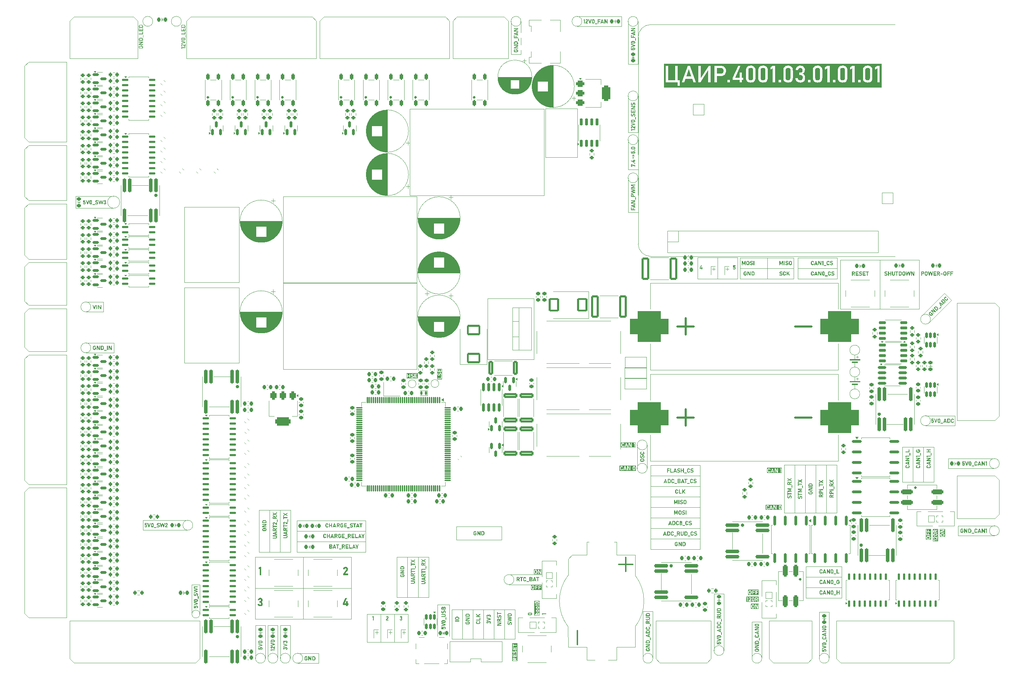
<source format=gto>
G04 #@! TF.GenerationSoftware,KiCad,Pcbnew,8.0.1*
G04 #@! TF.CreationDate,2024-06-07T19:27:20+03:00*
G04 #@! TF.ProjectId,impeller18,696d7065-6c6c-4657-9231-382e6b696361,rev?*
G04 #@! TF.SameCoordinates,Original*
G04 #@! TF.FileFunction,Legend,Top*
G04 #@! TF.FilePolarity,Positive*
%FSLAX46Y46*%
G04 Gerber Fmt 4.6, Leading zero omitted, Abs format (unit mm)*
G04 Created by KiCad (PCBNEW 8.0.1) date 2024-06-07 19:27:20*
%MOMM*%
%LPD*%
G01*
G04 APERTURE LIST*
G04 Aperture macros list*
%AMRoundRect*
0 Rectangle with rounded corners*
0 $1 Rounding radius*
0 $2 $3 $4 $5 $6 $7 $8 $9 X,Y pos of 4 corners*
0 Add a 4 corners polygon primitive as box body*
4,1,4,$2,$3,$4,$5,$6,$7,$8,$9,$2,$3,0*
0 Add four circle primitives for the rounded corners*
1,1,$1+$1,$2,$3*
1,1,$1+$1,$4,$5*
1,1,$1+$1,$6,$7*
1,1,$1+$1,$8,$9*
0 Add four rect primitives between the rounded corners*
20,1,$1+$1,$2,$3,$4,$5,0*
20,1,$1+$1,$4,$5,$6,$7,0*
20,1,$1+$1,$6,$7,$8,$9,0*
20,1,$1+$1,$8,$9,$2,$3,0*%
G04 Aperture macros list end*
%ADD10C,0.120000*%
%ADD11C,0.100000*%
%ADD12C,0.200000*%
%ADD13C,0.500000*%
%ADD14C,0.400571*%
%ADD15C,0.350000*%
%ADD16C,0.300000*%
%ADD17RoundRect,0.225000X0.250000X-0.225000X0.250000X0.225000X-0.250000X0.225000X-0.250000X-0.225000X0*%
%ADD18RoundRect,0.250000X0.712500X2.475000X-0.712500X2.475000X-0.712500X-2.475000X0.712500X-2.475000X0*%
%ADD19RoundRect,0.137500X-0.662500X-0.137500X0.662500X-0.137500X0.662500X0.137500X-0.662500X0.137500X0*%
%ADD20C,1.524000*%
%ADD21RoundRect,0.225000X-0.250000X0.225000X-0.250000X-0.225000X0.250000X-0.225000X0.250000X0.225000X0*%
%ADD22RoundRect,0.200000X0.275000X-0.200000X0.275000X0.200000X-0.275000X0.200000X-0.275000X-0.200000X0*%
%ADD23RoundRect,0.200000X-0.335876X-0.053033X-0.053033X-0.335876X0.335876X0.053033X0.053033X0.335876X0*%
%ADD24RoundRect,0.218750X0.218750X0.256250X-0.218750X0.256250X-0.218750X-0.256250X0.218750X-0.256250X0*%
%ADD25RoundRect,0.200000X-0.275000X0.200000X-0.275000X-0.200000X0.275000X-0.200000X0.275000X0.200000X0*%
%ADD26RoundRect,0.200000X-0.200000X-0.275000X0.200000X-0.275000X0.200000X0.275000X-0.200000X0.275000X0*%
%ADD27C,0.900000*%
%ADD28C,8.600000*%
%ADD29RoundRect,0.200000X0.200000X0.275000X-0.200000X0.275000X-0.200000X-0.275000X0.200000X-0.275000X0*%
%ADD30RoundRect,0.150000X-0.825000X-0.150000X0.825000X-0.150000X0.825000X0.150000X-0.825000X0.150000X0*%
%ADD31C,2.000000*%
%ADD32C,1.400000*%
%ADD33RoundRect,0.200000X-0.200000X-1.500000X0.200000X-1.500000X0.200000X1.500000X-0.200000X1.500000X0*%
%ADD34RoundRect,0.218750X-0.218750X-0.256250X0.218750X-0.256250X0.218750X0.256250X-0.218750X0.256250X0*%
%ADD35RoundRect,0.150000X-0.587500X-0.150000X0.587500X-0.150000X0.587500X0.150000X-0.587500X0.150000X0*%
%ADD36RoundRect,0.200000X0.200000X0.550000X-0.200000X0.550000X-0.200000X-0.550000X0.200000X-0.550000X0*%
%ADD37RoundRect,0.218750X-0.256250X0.218750X-0.256250X-0.218750X0.256250X-0.218750X0.256250X0.218750X0*%
%ADD38R,1.400000X1.200000*%
%ADD39RoundRect,0.225000X0.225000X0.250000X-0.225000X0.250000X-0.225000X-0.250000X0.225000X-0.250000X0*%
%ADD40RoundRect,0.225000X-0.225000X-0.250000X0.225000X-0.250000X0.225000X0.250000X-0.225000X0.250000X0*%
%ADD41RoundRect,0.300000X-1.125000X-0.300000X1.125000X-0.300000X1.125000X0.300000X-1.125000X0.300000X0*%
%ADD42RoundRect,0.375000X-0.375000X0.625000X-0.375000X-0.625000X0.375000X-0.625000X0.375000X0.625000X0*%
%ADD43RoundRect,0.500000X-1.400000X0.500000X-1.400000X-0.500000X1.400000X-0.500000X1.400000X0.500000X0*%
%ADD44C,3.000000*%
%ADD45C,1.500000*%
%ADD46C,3.500000*%
%ADD47C,2.400000*%
%ADD48RoundRect,1.850000X2.800000X-1.850000X2.800000X1.850000X-2.800000X1.850000X-2.800000X-1.850000X0*%
%ADD49RoundRect,0.162500X-1.012500X-0.162500X1.012500X-0.162500X1.012500X0.162500X-1.012500X0.162500X0*%
%ADD50C,1.600000*%
%ADD51RoundRect,0.150000X-0.725000X-0.150000X0.725000X-0.150000X0.725000X0.150000X-0.725000X0.150000X0*%
%ADD52RoundRect,0.150000X0.150000X-0.587500X0.150000X0.587500X-0.150000X0.587500X-0.150000X-0.587500X0*%
%ADD53RoundRect,0.162500X-0.162500X1.012500X-0.162500X-1.012500X0.162500X-1.012500X0.162500X1.012500X0*%
%ADD54C,0.800000*%
%ADD55C,5.400000*%
%ADD56C,1.700000*%
%ADD57O,1.700000X1.700000*%
%ADD58C,2.600000*%
%ADD59RoundRect,0.150000X-0.150000X0.587500X-0.150000X-0.587500X0.150000X-0.587500X0.150000X0.587500X0*%
%ADD60RoundRect,0.250000X1.425000X-0.362500X1.425000X0.362500X-1.425000X0.362500X-1.425000X-0.362500X0*%
%ADD61RoundRect,0.200000X0.200000X1.500000X-0.200000X1.500000X-0.200000X-1.500000X0.200000X-1.500000X0*%
%ADD62RoundRect,0.250000X-1.425000X0.362500X-1.425000X-0.362500X1.425000X-0.362500X1.425000X0.362500X0*%
%ADD63R,2.600000X2.600000*%
%ADD64RoundRect,0.137500X0.137500X-0.662500X0.137500X0.662500X-0.137500X0.662500X-0.137500X-0.662500X0*%
%ADD65R,0.900000X1.500000*%
%ADD66C,1.000000*%
%ADD67O,1.000000X1.000000*%
%ADD68RoundRect,0.250000X-0.712500X-2.475000X0.712500X-2.475000X0.712500X2.475000X-0.712500X2.475000X0*%
%ADD69C,0.500000*%
%ADD70R,0.400000X1.800000*%
%ADD71O,1.090000X2.000000*%
%ADD72O,1.050000X1.600000*%
%ADD73RoundRect,0.150000X0.150000X-0.725000X0.150000X0.725000X-0.150000X0.725000X-0.150000X-0.725000X0*%
%ADD74C,1.905000*%
%ADD75C,1.300000*%
%ADD76O,2.000000X2.000000*%
%ADD77RoundRect,0.075000X-0.075000X0.662500X-0.075000X-0.662500X0.075000X-0.662500X0.075000X0.662500X0*%
%ADD78RoundRect,0.075000X-0.662500X0.075000X-0.662500X-0.075000X0.662500X-0.075000X0.662500X0.075000X0*%
%ADD79RoundRect,0.150000X-0.150000X0.825000X-0.150000X-0.825000X0.150000X-0.825000X0.150000X0.825000X0*%
%ADD80C,2.410000*%
%ADD81R,2.540000X1.270000*%
%ADD82RoundRect,0.300000X-0.300000X1.125000X-0.300000X-1.125000X0.300000X-1.125000X0.300000X1.125000X0*%
%ADD83RoundRect,0.150000X-0.150000X0.512500X-0.150000X-0.512500X0.150000X-0.512500X0.150000X0.512500X0*%
%ADD84RoundRect,0.225000X-0.335876X-0.017678X-0.017678X-0.335876X0.335876X0.017678X0.017678X0.335876X0*%
%ADD85RoundRect,0.218750X0.256250X-0.218750X0.256250X0.218750X-0.256250X0.218750X-0.256250X-0.218750X0*%
%ADD86RoundRect,0.150000X0.725000X0.150000X-0.725000X0.150000X-0.725000X-0.150000X0.725000X-0.150000X0*%
%ADD87RoundRect,0.200000X-1.500000X0.200000X-1.500000X-0.200000X1.500000X-0.200000X1.500000X0.200000X0*%
%ADD88RoundRect,0.250000X1.400000X1.000000X-1.400000X1.000000X-1.400000X-1.000000X1.400000X-1.000000X0*%
%ADD89RoundRect,0.125000X0.125000X-0.375000X0.125000X0.375000X-0.125000X0.375000X-0.125000X-0.375000X0*%
%ADD90RoundRect,0.375000X-0.625000X-0.375000X0.625000X-0.375000X0.625000X0.375000X-0.625000X0.375000X0*%
%ADD91RoundRect,0.500000X-0.500000X-1.400000X0.500000X-1.400000X0.500000X1.400000X-0.500000X1.400000X0*%
%ADD92RoundRect,0.250000X-1.000000X1.400000X-1.000000X-1.400000X1.000000X-1.400000X1.000000X1.400000X0*%
%ADD93RoundRect,0.250000X-0.362500X-1.425000X0.362500X-1.425000X0.362500X1.425000X-0.362500X1.425000X0*%
G04 APERTURE END LIST*
D10*
X230226000Y-72837000D02*
X230226000Y-81684000D01*
X142634000Y-200789000D02*
X140234000Y-200789000D01*
X232676000Y-108606000D02*
X232676000Y-58606000D01*
D11*
X173765500Y-198113000D02*
X177065500Y-198113000D01*
X177065500Y-204844000D01*
X173765500Y-204844000D01*
X173765500Y-198113000D01*
D10*
X201956000Y-62797000D02*
X204356000Y-62797000D01*
X217883750Y-53606000D02*
X228668250Y-53606000D01*
X204356000Y-54806000D02*
X204356000Y-62797000D01*
X145634000Y-200789000D02*
X143234000Y-200789000D01*
X284322000Y-137032000D02*
X285628000Y-137032000D01*
X285628000Y-137327000D01*
X284322000Y-137327000D01*
X284322000Y-137032000D01*
G36*
X284322000Y-137032000D02*
G01*
X285628000Y-137032000D01*
X285628000Y-137327000D01*
X284322000Y-137327000D01*
X284322000Y-137032000D01*
G37*
X113059000Y-177779000D02*
X123908000Y-177779000D01*
X232626000Y-83412000D02*
X232676000Y-90666000D01*
X228393000Y-158383000D02*
X228393000Y-155983000D01*
X236227000Y-197390001D02*
X236227000Y-208731001D01*
X106047000Y-132516500D02*
X99269000Y-132516500D01*
X273147500Y-191627001D02*
X281858501Y-191627001D01*
X281858501Y-194167001D01*
X273147500Y-194167001D01*
X273147500Y-191627001D01*
X235666000Y-179863000D02*
X247658000Y-179863000D01*
X247658000Y-182403000D01*
X235666000Y-182403000D01*
X235666000Y-179863000D01*
X318698000Y-179123750D02*
X309921999Y-179123750D01*
X232626000Y-54842000D02*
X232626000Y-65152000D01*
D11*
X190194000Y-196941000D02*
X192734000Y-196941000D01*
X192734000Y-204054000D01*
X190194000Y-204054000D01*
X190194000Y-196941000D01*
D10*
X230226000Y-90666000D02*
X232676000Y-90666000D01*
X278076000Y-162023000D02*
X280616000Y-162023000D01*
X280616000Y-173587001D01*
X278076000Y-173587001D01*
X278076000Y-162023000D01*
X232626000Y-92638000D02*
X232676000Y-100968000D01*
X233827000Y-197390001D02*
X236227000Y-197390001D01*
X278797250Y-197605001D02*
X276397250Y-197605001D01*
X232626000Y-72837000D02*
X232626000Y-81684000D01*
X302070000Y-150116500D02*
X309209000Y-150116500D01*
X230226000Y-100968000D02*
X232676000Y-100968000D01*
X103500000Y-125026000D02*
X103500000Y-122626000D01*
D11*
X146197438Y-172946000D02*
X148737438Y-172946000D01*
X148737438Y-183078000D01*
X146197438Y-183078000D01*
X146197438Y-172946000D01*
D10*
X201463000Y-188525000D02*
X209411000Y-188525000D01*
X150275600Y-180538000D02*
X166889000Y-180538000D01*
X166889000Y-183078000D01*
X150275600Y-183078000D01*
X150275600Y-180538000D01*
X187109000Y-203406000D02*
X187109000Y-195811000D01*
X201463000Y-190925000D02*
X209411000Y-190925000D01*
X285588750Y-140916000D02*
X285588750Y-141516000D01*
X105986000Y-99976000D02*
X96863000Y-99976000D01*
X140234000Y-208731001D02*
X140234000Y-200789000D01*
D11*
X195274000Y-196941000D02*
X197814000Y-196941000D01*
X197814000Y-204054000D01*
X195274000Y-204054000D01*
X195274000Y-196941000D01*
D10*
X235666000Y-169703000D02*
X247658000Y-169703000D01*
X247658000Y-172243000D01*
X235666000Y-172243000D01*
X235666000Y-169703000D01*
X307572000Y-160472250D02*
X307572000Y-162872250D01*
X143234000Y-208731001D02*
X143234000Y-200789000D01*
D11*
X197814000Y-196941000D02*
X200354000Y-196941000D01*
X200354000Y-204054000D01*
X197814000Y-204054000D01*
X197814000Y-196941000D01*
D10*
X301221472Y-125940472D02*
X306669508Y-120492436D01*
X275536000Y-162023000D02*
X278076000Y-162023000D01*
X278076000Y-173587001D01*
X275536000Y-173587001D01*
X275536000Y-162023000D01*
X250977000Y-193195001D02*
X250977000Y-206862001D01*
X235666000Y-174783000D02*
X247658000Y-174783000D01*
X247658000Y-177323000D01*
X235666000Y-177323000D01*
X235666000Y-174783000D01*
X283747500Y-136479000D02*
X286202500Y-136479000D01*
X286202500Y-136671000D01*
X283747500Y-136671000D01*
X283747500Y-136479000D01*
G36*
X283747500Y-136479000D02*
G01*
X286202500Y-136479000D01*
X286202500Y-136671000D01*
X283747500Y-136671000D01*
X283747500Y-136479000D01*
G37*
X230226000Y-54842000D02*
X230226000Y-65152000D01*
X257290000Y-111933000D02*
X263911000Y-111933000D01*
X263911000Y-114473000D01*
X257290000Y-114473000D01*
X257290000Y-111933000D01*
X234836000Y-157183000D02*
X234836000Y-162815000D01*
X230226000Y-81684000D02*
X232626000Y-81684000D01*
X270456000Y-162023000D02*
X272996000Y-162023000D01*
X272996000Y-173587001D01*
X270456000Y-173587001D01*
X270456000Y-162023000D01*
X184179000Y-203406000D02*
X184179000Y-195811000D01*
X284975000Y-143653000D02*
X284975000Y-142627000D01*
X232676000Y-58606000D02*
G75*
G02*
X235676000Y-55606000I3000000J0D01*
G01*
X271256000Y-114483000D02*
X280719000Y-114483000D01*
X280719000Y-117023000D01*
X271256000Y-117023000D01*
X271256000Y-114483000D01*
X148634000Y-208731001D02*
X148634000Y-200789000D01*
X284975000Y-138353000D02*
X284975000Y-137327000D01*
X230226000Y-83412000D02*
X230226000Y-90666000D01*
X201956000Y-54806000D02*
X201956000Y-62797000D01*
D11*
X167165500Y-198113000D02*
X170465500Y-198113000D01*
X170465500Y-204844000D01*
X167165500Y-204844000D01*
X167165500Y-198113000D01*
D10*
X296514000Y-157703999D02*
X299054000Y-157703999D01*
X299054000Y-166122000D01*
X296514000Y-166122000D01*
X296514000Y-157703999D01*
X284975000Y-136479000D02*
X284975000Y-135453000D01*
X150434000Y-207531001D02*
X155502000Y-207531001D01*
X309921999Y-176723750D02*
X309921999Y-179123750D01*
X285588750Y-135616000D02*
X285588750Y-136216000D01*
X105986000Y-97046000D02*
X96863000Y-97046000D01*
X291014000Y-112499000D02*
X300514000Y-112499000D01*
X300514000Y-124308000D01*
X291014000Y-124308000D01*
X291014000Y-112499000D01*
D11*
X176948000Y-184296000D02*
X179518000Y-184296000D01*
X179518000Y-193987000D01*
X176948000Y-193987000D01*
X176948000Y-184296000D01*
D10*
X235666000Y-167163000D02*
X247658000Y-167163000D01*
X247658000Y-169703000D01*
X235666000Y-169703000D01*
X235666000Y-167163000D01*
X146234000Y-208731001D02*
X146234000Y-200789000D01*
X246999000Y-111881000D02*
X251856000Y-111881000D01*
X251856000Y-117075000D01*
X246999000Y-117075000D01*
X246999000Y-111881000D01*
X278797250Y-208731001D02*
X278797250Y-197605001D01*
X285288750Y-135916000D02*
X285888750Y-135916000D01*
X284975000Y-141779000D02*
X284975000Y-140753000D01*
X235666000Y-177323000D02*
X247658000Y-177323000D01*
X247658000Y-179863000D01*
X235666000Y-179863000D01*
X235666000Y-177323000D01*
X151756000Y-184294000D02*
X163375000Y-184294000D01*
X163375000Y-191794000D01*
X151756000Y-191794000D01*
X151756000Y-184294000D01*
X103500000Y-125026000D02*
X99269000Y-125026000D01*
X281514000Y-112499000D02*
X291014000Y-112499000D01*
X291014000Y-124308000D01*
X281514000Y-124308000D01*
X281514000Y-112499000D01*
X235676000Y-111606000D02*
G75*
G02*
X232676000Y-108606000I0J3000000D01*
G01*
X150275600Y-177998000D02*
X166889000Y-177998000D01*
X166889000Y-180538000D01*
X150275600Y-180538000D01*
X150275600Y-177998000D01*
X123908000Y-175379000D02*
X113059000Y-175379000D01*
D11*
X179518000Y-184296000D02*
X182058000Y-184296000D01*
X182058000Y-193987000D01*
X179518000Y-193987000D01*
X179518000Y-184296000D01*
D10*
X187109000Y-195811000D02*
X184179000Y-195811000D01*
X113059000Y-177779000D02*
X113059000Y-175379000D01*
X235676000Y-55606000D02*
X294676000Y-55606000D01*
X318698000Y-176723750D02*
X309921999Y-176723750D01*
X150275600Y-175458000D02*
X166889000Y-175458000D01*
X166889000Y-177998000D01*
X150275600Y-177998000D01*
X150275600Y-175458000D01*
X262545750Y-208731001D02*
X262545750Y-199955000D01*
X302070000Y-152516500D02*
X309209000Y-152516500D01*
D11*
X192734000Y-196941000D02*
X195274000Y-196941000D01*
X195274000Y-204054000D01*
X192734000Y-204054000D01*
X192734000Y-196941000D01*
D10*
X126789000Y-190948000D02*
X124889000Y-190948000D01*
X228668250Y-53606000D02*
X228668250Y-56006000D01*
X285288750Y-141216000D02*
X285888750Y-141216000D01*
X308366564Y-122189492D02*
X306669508Y-120492436D01*
X318698000Y-162872250D02*
X307572000Y-162872250D01*
X107451000Y-98511000D02*
G75*
G02*
X104521000Y-98511000I-1465000J0D01*
G01*
X104521000Y-98511000D02*
G75*
G02*
X107451000Y-98511000I1465000J0D01*
G01*
X302918528Y-127637528D02*
X308366564Y-122189492D01*
X235666000Y-162083000D02*
X247658000Y-162083000D01*
X247658000Y-164623000D01*
X235666000Y-164623000D01*
X235666000Y-162083000D01*
X140137000Y-191794000D02*
X151756000Y-191794000D01*
X151756000Y-199294000D01*
X140137000Y-199294000D01*
X140137000Y-191794000D01*
X106047000Y-134916500D02*
X106047000Y-132516500D01*
X283747500Y-141779000D02*
X286202500Y-141779000D01*
X286202500Y-141971000D01*
X283747500Y-141971000D01*
X283747500Y-141779000D01*
G36*
X283747500Y-141779000D02*
G01*
X286202500Y-141779000D01*
X286202500Y-141971000D01*
X283747500Y-141971000D01*
X283747500Y-141779000D01*
G37*
X294676000Y-111606000D02*
X235676000Y-111606000D01*
X233827000Y-197390001D02*
X233827000Y-208731001D01*
X235666000Y-164623000D02*
X247658000Y-164623000D01*
X247658000Y-167163000D01*
X235666000Y-167163000D01*
X235666000Y-164623000D01*
X260145750Y-208731001D02*
X260145750Y-199955000D01*
X126789000Y-198056000D02*
X126789000Y-190948000D01*
D11*
X174408000Y-184296000D02*
X176948000Y-184296000D01*
X176948000Y-193987000D01*
X174408000Y-193987000D01*
X174408000Y-184296000D01*
D10*
X230226000Y-65152000D02*
X232626000Y-65152000D01*
X309209000Y-152516500D02*
X309209000Y-150116500D01*
X273147500Y-189087001D02*
X281858501Y-189087001D01*
X281858501Y-191627001D01*
X273147500Y-191627001D01*
X273147500Y-189087001D01*
X262545750Y-199955000D02*
X260145750Y-199955000D01*
X250977000Y-193195001D02*
X253377000Y-193195001D01*
X96863000Y-97046000D02*
X96863000Y-99976000D01*
X148634000Y-200789000D02*
X146234000Y-200789000D01*
X232436000Y-157183000D02*
X232436000Y-162815000D01*
X106047000Y-134916500D02*
X99269000Y-134916500D01*
D11*
X143627438Y-172946000D02*
X146197438Y-172946000D01*
X146197438Y-183078000D01*
X143627438Y-183078000D01*
X143627438Y-172946000D01*
D10*
X273147500Y-186547001D02*
X281858501Y-186547001D01*
X281858501Y-189087001D01*
X273147500Y-189087001D01*
X273147500Y-186547001D01*
X155502000Y-207531001D02*
X155502000Y-209931001D01*
X257290000Y-114473000D02*
X263911000Y-114473000D01*
X263911000Y-117013000D01*
X257290000Y-117013000D01*
X257290000Y-114473000D01*
X263911000Y-111933000D02*
X270256000Y-111933000D01*
X270256000Y-114473000D01*
X263911000Y-114473000D01*
X263911000Y-111933000D01*
X263911000Y-114473000D02*
X270256000Y-114473000D01*
X270256000Y-117013000D01*
X263911000Y-117013000D01*
X263911000Y-114473000D01*
X142634000Y-208731001D02*
X142634000Y-200789000D01*
X103500000Y-122626000D02*
X99269000Y-122626000D01*
X217883750Y-56006000D02*
X228668250Y-56006000D01*
X299054000Y-157703999D02*
X301594000Y-157703999D01*
X301594000Y-166122000D01*
X299054000Y-166122000D01*
X299054000Y-157703999D01*
X150434000Y-209931001D02*
X155502000Y-209931001D01*
X140137000Y-184294000D02*
X151756000Y-184294000D01*
X151756000Y-191794000D01*
X140137000Y-191794000D01*
X140137000Y-184294000D01*
X253377000Y-206862001D02*
X253377000Y-193195001D01*
X267916000Y-162023000D02*
X270456000Y-162023000D01*
X270456000Y-173587001D01*
X267916000Y-173587001D01*
X267916000Y-162023000D01*
D11*
X200354000Y-196941000D02*
X202894000Y-196941000D01*
X202894000Y-204054000D01*
X200354000Y-204054000D01*
X200354000Y-196941000D01*
D10*
X230226000Y-92638000D02*
X230226000Y-100968000D01*
X235666000Y-172243000D02*
X247658000Y-172243000D01*
X247658000Y-174783000D01*
X235666000Y-174783000D01*
X235666000Y-172243000D01*
X251856000Y-111881000D02*
X256713000Y-111881000D01*
X256713000Y-117075000D01*
X251856000Y-117075000D01*
X251856000Y-111881000D01*
X301594000Y-157703999D02*
X304134000Y-157703999D01*
X304134000Y-166122000D01*
X301594000Y-166122000D01*
X301594000Y-157703999D01*
X151756000Y-191794000D02*
X163375000Y-191794000D01*
X163375000Y-199294000D01*
X151756000Y-199294000D01*
X151756000Y-191794000D01*
X272996000Y-162023000D02*
X275536000Y-162023000D01*
X275536000Y-173587001D01*
X272996000Y-173587001D01*
X272996000Y-162023000D01*
D11*
X141087438Y-172946000D02*
X143627438Y-172946000D01*
X143627438Y-183078000D01*
X141087438Y-183078000D01*
X141087438Y-172946000D01*
D10*
X276397250Y-208731001D02*
X276397250Y-197605001D01*
D11*
X187654000Y-196941000D02*
X190194000Y-196941000D01*
X190194000Y-204054000D01*
X187654000Y-204054000D01*
X187654000Y-196941000D01*
D10*
X145634000Y-208731001D02*
X145634000Y-200789000D01*
X124889000Y-198056000D02*
X124889000Y-190948000D01*
X318698000Y-160472250D02*
X307572000Y-160472250D01*
D11*
X170465500Y-198113000D02*
X173765500Y-198113000D01*
X173765500Y-204844000D01*
X170465500Y-204844000D01*
X170465500Y-198113000D01*
D10*
X271256000Y-111943000D02*
X280719000Y-111943000D01*
X280719000Y-114483000D01*
X271256000Y-114483000D01*
X271256000Y-111943000D01*
X284322000Y-142332000D02*
X285628000Y-142332000D01*
X285628000Y-142627000D01*
X284322000Y-142627000D01*
X284322000Y-142332000D01*
G36*
X284322000Y-142332000D02*
G01*
X285628000Y-142332000D01*
X285628000Y-142627000D01*
X284322000Y-142627000D01*
X284322000Y-142332000D01*
G37*
D12*
G36*
X269718258Y-169767491D02*
G01*
X269716231Y-169820568D01*
X269710152Y-169872821D01*
X269703847Y-169907198D01*
X269691151Y-169957321D01*
X269674676Y-170005109D01*
X269661593Y-170035670D01*
X269637116Y-170082392D01*
X269608930Y-170124921D01*
X269594671Y-170143137D01*
X269439332Y-170055942D01*
X269469369Y-170014207D01*
X269494325Y-169968258D01*
X269512605Y-169922830D01*
X269526129Y-169875126D01*
X269534644Y-169826659D01*
X269538151Y-169777429D01*
X269538251Y-169767491D01*
X269535198Y-169713972D01*
X269524787Y-169664413D01*
X269506988Y-169624609D01*
X269472043Y-169588144D01*
X269422348Y-169573856D01*
X269418816Y-169573807D01*
X269418083Y-169573807D01*
X269369434Y-169585541D01*
X269355069Y-169596521D01*
X269326904Y-169638058D01*
X269320630Y-169655384D01*
X269308884Y-169702894D01*
X269300602Y-169748929D01*
X269299870Y-169752592D01*
X269299381Y-169756500D01*
X269297183Y-169771643D01*
X269287635Y-169825267D01*
X269276850Y-169873481D01*
X269263416Y-169920708D01*
X269257616Y-169937728D01*
X269234832Y-169984406D01*
X269202020Y-170025518D01*
X269174573Y-170049836D01*
X269127882Y-170075978D01*
X269075217Y-170090328D01*
X269026078Y-170095350D01*
X269006046Y-170095754D01*
X269005313Y-170095754D01*
X268953011Y-170092334D01*
X268905192Y-170082075D01*
X268857317Y-170062655D01*
X268839716Y-170052523D01*
X268799993Y-170021687D01*
X268766615Y-169983219D01*
X268739581Y-169937118D01*
X268734936Y-169926982D01*
X268717462Y-169877840D01*
X268706731Y-169829618D01*
X268700518Y-169777121D01*
X268698788Y-169727680D01*
X268701525Y-169676821D01*
X268709018Y-169628482D01*
X268711244Y-169618015D01*
X268724248Y-169569542D01*
X268741458Y-169522004D01*
X268747148Y-169508594D01*
X268769321Y-169462652D01*
X268795233Y-169418861D01*
X268803324Y-169406744D01*
X268962570Y-169486368D01*
X268935219Y-169530469D01*
X268912882Y-169575944D01*
X268900777Y-169607024D01*
X268886544Y-169657218D01*
X268879568Y-169705801D01*
X268878795Y-169727680D01*
X268881586Y-169777902D01*
X268892302Y-169828094D01*
X268907371Y-169861525D01*
X268941688Y-169897062D01*
X268987483Y-169908908D01*
X268987972Y-169908908D01*
X269037144Y-169898284D01*
X269056604Y-169884239D01*
X269085602Y-169842722D01*
X269093240Y-169823179D01*
X269106041Y-169775981D01*
X269117101Y-169724690D01*
X269117909Y-169720597D01*
X269119130Y-169715223D01*
X269119863Y-169709606D01*
X269121817Y-169702034D01*
X269123526Y-169693974D01*
X269134487Y-169643141D01*
X269148207Y-169592461D01*
X269165172Y-169543765D01*
X269168467Y-169535705D01*
X269192819Y-169490882D01*
X269226307Y-169452036D01*
X269253708Y-169429459D01*
X269299087Y-169405263D01*
X269349157Y-169391983D01*
X269401398Y-169387127D01*
X269413931Y-169386961D01*
X269415397Y-169386961D01*
X269466951Y-169390496D01*
X269519158Y-169402718D01*
X269566022Y-169423670D01*
X269579039Y-169431657D01*
X269618328Y-169463447D01*
X269651320Y-169503251D01*
X269675629Y-169545927D01*
X269682598Y-169561594D01*
X269699836Y-169612443D01*
X269710422Y-169662279D01*
X269716551Y-169716482D01*
X269718258Y-169767491D01*
G37*
G36*
X268790868Y-169085077D02*
G01*
X268790868Y-168896765D01*
X269708000Y-168896765D01*
X269708000Y-169085077D01*
X268790868Y-169085077D01*
G37*
G36*
X268709290Y-169356919D02*
G01*
X268709290Y-168624679D01*
X268890519Y-168624679D01*
X268890519Y-169356919D01*
X268709290Y-169356919D01*
G37*
G36*
X268709290Y-167889752D02*
G01*
X268709290Y-167641601D01*
X269708000Y-167641601D01*
X269708000Y-167812816D01*
X268932528Y-167812816D01*
X268976492Y-167805733D01*
X269596625Y-167996731D01*
X269596625Y-168163060D01*
X268990170Y-168354058D01*
X268932528Y-168347219D01*
X269708000Y-168347219D01*
X269708000Y-168518189D01*
X268709290Y-168518189D01*
X268709290Y-168270283D01*
X269382424Y-168080017D01*
X268709290Y-167889752D01*
G37*
G36*
X269708000Y-166932076D02*
G01*
X269889472Y-166932076D01*
X269889472Y-167530959D01*
X269708000Y-167530959D01*
X269708000Y-166932076D01*
G37*
G36*
X269124748Y-166743276D02*
G01*
X269124748Y-166395719D01*
X269112082Y-166347691D01*
X269110337Y-166344916D01*
X269072585Y-166312501D01*
X269069304Y-166310966D01*
X269020164Y-166298936D01*
X269007267Y-166298266D01*
X268957613Y-166305570D01*
X268945473Y-166310234D01*
X268906046Y-166341475D01*
X268904196Y-166344183D01*
X268889842Y-166392054D01*
X268889786Y-166395719D01*
X268889786Y-166743276D01*
X268708558Y-166743276D01*
X268708558Y-166380576D01*
X268712183Y-166331064D01*
X268724546Y-166281064D01*
X268745683Y-166235740D01*
X268774814Y-166196101D01*
X268811160Y-166163157D01*
X268850463Y-166139019D01*
X268899516Y-166119412D01*
X268948517Y-166108651D01*
X269001716Y-166104615D01*
X269007267Y-166104581D01*
X269061015Y-166107944D01*
X269110517Y-166118034D01*
X269160065Y-166136901D01*
X269164315Y-166139019D01*
X269207220Y-166165933D01*
X269242911Y-166199658D01*
X269269095Y-166236228D01*
X269290232Y-166281605D01*
X269302595Y-166331426D01*
X269306220Y-166380576D01*
X269306220Y-166743276D01*
X269124748Y-166743276D01*
G37*
G36*
X268708558Y-166818259D02*
G01*
X268708558Y-166629948D01*
X269708000Y-166629948D01*
X269708000Y-166818259D01*
X268708558Y-166818259D01*
G37*
G36*
X269275201Y-166533227D02*
G01*
X269243694Y-166331971D01*
X269708000Y-166062571D01*
X269708000Y-166290694D01*
X269275201Y-166533227D01*
G37*
G36*
X269299381Y-165657861D02*
G01*
X269266897Y-165676912D01*
X268709290Y-166007373D01*
X268709290Y-165808803D01*
X269087623Y-165585077D01*
X269132319Y-165558943D01*
X269708000Y-165217491D01*
X269708000Y-165416061D01*
X269299381Y-165657861D01*
G37*
G36*
X269093240Y-165655663D02*
G01*
X268709290Y-165431204D01*
X268709290Y-165232634D01*
X269273736Y-165563095D01*
X269708000Y-165817107D01*
X269708000Y-166015677D01*
X269093240Y-165655663D01*
G37*
G36*
X206817694Y-197712614D02*
G01*
X206867947Y-197723624D01*
X206918337Y-197745193D01*
X206961217Y-197776350D01*
X206970764Y-197785637D01*
X207003355Y-197828288D01*
X207024233Y-197872670D01*
X207037983Y-197923643D01*
X207044094Y-197972582D01*
X207045258Y-198007898D01*
X207042613Y-198060296D01*
X207032842Y-198115199D01*
X207015872Y-198163393D01*
X206987662Y-198210257D01*
X206970031Y-198230403D01*
X206928800Y-198263742D01*
X206880333Y-198287556D01*
X206831989Y-198300579D01*
X206778105Y-198306309D01*
X206761692Y-198306607D01*
X206307644Y-198306607D01*
X206251546Y-198302948D01*
X206201222Y-198291974D01*
X206150778Y-198270473D01*
X206107876Y-198239416D01*
X206098328Y-198230159D01*
X206065737Y-198187508D01*
X206044858Y-198143126D01*
X206031109Y-198092152D01*
X206024998Y-198043214D01*
X206023834Y-198007898D01*
X206205062Y-198007898D01*
X206214771Y-198057296D01*
X206243897Y-198091673D01*
X206291219Y-198111823D01*
X206342167Y-198118303D01*
X206355516Y-198118540D01*
X206713576Y-198118540D01*
X206763390Y-198114761D01*
X206812230Y-198099413D01*
X206825195Y-198091673D01*
X206856596Y-198051942D01*
X206864030Y-198007898D01*
X206854321Y-197958377D01*
X206825195Y-197924122D01*
X206777873Y-197903972D01*
X206726925Y-197897492D01*
X206713576Y-197897256D01*
X206355516Y-197897256D01*
X206305702Y-197901034D01*
X206256862Y-197916382D01*
X206243897Y-197924122D01*
X206212495Y-197963733D01*
X206205062Y-198007898D01*
X206023834Y-198007898D01*
X206026444Y-197955499D01*
X206036088Y-197900597D01*
X206052838Y-197852403D01*
X206080682Y-197805539D01*
X206098084Y-197785392D01*
X206138934Y-197751946D01*
X206187477Y-197728056D01*
X206236263Y-197714992D01*
X206290940Y-197709243D01*
X206307644Y-197708944D01*
X206761692Y-197708944D01*
X206817694Y-197712614D01*
G37*
G36*
X241988016Y-168942686D02*
G01*
X241933046Y-168939968D01*
X241882197Y-168931817D01*
X241829920Y-168916151D01*
X241792866Y-168899210D01*
X241750306Y-168871488D01*
X241713851Y-168837507D01*
X241683501Y-168797265D01*
X241669279Y-168772204D01*
X241648735Y-168722475D01*
X241636118Y-168673664D01*
X241628814Y-168620518D01*
X241626780Y-168570460D01*
X241626780Y-168296419D01*
X241628814Y-168246360D01*
X241636118Y-168193215D01*
X241648735Y-168144404D01*
X241669279Y-168094675D01*
X241696236Y-168050818D01*
X241729299Y-168013221D01*
X241768467Y-167981884D01*
X241792866Y-167967180D01*
X241841086Y-167945928D01*
X241888328Y-167932876D01*
X241939691Y-167925320D01*
X241988016Y-167923216D01*
X242039344Y-167926423D01*
X242087544Y-167936045D01*
X242137427Y-167954258D01*
X242156299Y-167963760D01*
X242200177Y-167992702D01*
X242238998Y-168028847D01*
X242269614Y-168067537D01*
X242278909Y-168081730D01*
X242303754Y-168127675D01*
X242323886Y-168178682D01*
X242337823Y-168228271D01*
X242345831Y-168268087D01*
X242150926Y-168268087D01*
X242135801Y-168219733D01*
X242116732Y-168183823D01*
X242084217Y-168146347D01*
X242061044Y-168130090D01*
X242014937Y-168113721D01*
X241988016Y-168111527D01*
X241938984Y-168116962D01*
X241897890Y-168133265D01*
X241860122Y-168165935D01*
X241841226Y-168196524D01*
X241825980Y-168245396D01*
X241821686Y-168296419D01*
X241821686Y-168570460D01*
X241825980Y-168621429D01*
X241841226Y-168670111D01*
X241870746Y-168712035D01*
X241897890Y-168732881D01*
X241944679Y-168750458D01*
X241988016Y-168754619D01*
X242036368Y-168747463D01*
X242062265Y-168736300D01*
X242101019Y-168705105D01*
X242117709Y-168683056D01*
X242139398Y-168638894D01*
X242150926Y-168597815D01*
X242345831Y-168597815D01*
X242334459Y-168650419D01*
X242319392Y-168699053D01*
X242298026Y-168749024D01*
X242278176Y-168784416D01*
X242248945Y-168824933D01*
X242211707Y-168863153D01*
X242169461Y-168894217D01*
X242155810Y-168902141D01*
X242107730Y-168923522D01*
X242055690Y-168936984D01*
X242005469Y-168942329D01*
X241988016Y-168942686D01*
G37*
G36*
X242499216Y-167933718D02*
G01*
X242687527Y-167933718D01*
X242687527Y-168932428D01*
X242499216Y-168932428D01*
X242499216Y-167933718D01*
G37*
G36*
X242582991Y-168750955D02*
G01*
X243168197Y-168750955D01*
X243168197Y-168932428D01*
X242582991Y-168932428D01*
X242582991Y-168750955D01*
G37*
G36*
X243414638Y-168542127D02*
G01*
X243815196Y-167933718D01*
X244052112Y-167933718D01*
X243438818Y-168786859D01*
X243414638Y-168542127D01*
G37*
G36*
X243301309Y-167933718D02*
G01*
X243489621Y-167933718D01*
X243489621Y-168932428D01*
X243301309Y-168932428D01*
X243301309Y-167933718D01*
G37*
G36*
X243580967Y-168426845D02*
G01*
X243742900Y-168324507D01*
X244094122Y-168932428D01*
X243870884Y-168932428D01*
X243580967Y-168426845D01*
G37*
G36*
X233834490Y-160499850D02*
G01*
X233884498Y-160508368D01*
X233936817Y-160524738D01*
X233974624Y-160542439D01*
X234018498Y-160570949D01*
X234056421Y-160605371D01*
X234088393Y-160645705D01*
X234103584Y-160670667D01*
X234125663Y-160719270D01*
X234140516Y-160771929D01*
X234147652Y-160822144D01*
X234149258Y-160861909D01*
X234146403Y-160914528D01*
X234137839Y-160963941D01*
X234121381Y-161015700D01*
X234103584Y-161053151D01*
X234074918Y-161096769D01*
X234040301Y-161134475D01*
X233999733Y-161166270D01*
X233974624Y-161181379D01*
X233925551Y-161203221D01*
X233878428Y-161216635D01*
X233828007Y-161224401D01*
X233781184Y-161226564D01*
X233498106Y-161226564D01*
X233444800Y-161223740D01*
X233394792Y-161215267D01*
X233342473Y-161198985D01*
X233304666Y-161181379D01*
X233260674Y-161152869D01*
X233222672Y-161118447D01*
X233190659Y-161078113D01*
X233175461Y-161053151D01*
X233153383Y-161004549D01*
X233138530Y-160951889D01*
X233131394Y-160901674D01*
X233129788Y-160861909D01*
X233318099Y-160861909D01*
X233324234Y-160912440D01*
X233339837Y-160951302D01*
X233371818Y-160990724D01*
X233401142Y-161010653D01*
X233449871Y-161027637D01*
X233493221Y-161031658D01*
X233785824Y-161031658D01*
X233834978Y-161026407D01*
X233877904Y-161010653D01*
X233918808Y-160979596D01*
X233939453Y-160951302D01*
X233957030Y-160904024D01*
X233961191Y-160861909D01*
X233955056Y-160811447D01*
X233939453Y-160772760D01*
X233907268Y-160733134D01*
X233877904Y-160713165D01*
X233829175Y-160696181D01*
X233785824Y-160692160D01*
X233493221Y-160692160D01*
X233444068Y-160697411D01*
X233401142Y-160713165D01*
X233360323Y-160744308D01*
X233339837Y-160772760D01*
X233322260Y-160819841D01*
X233318099Y-160861909D01*
X233129788Y-160861909D01*
X233132643Y-160809290D01*
X233141206Y-160759877D01*
X233157665Y-160708118D01*
X233175461Y-160670667D01*
X233204147Y-160627049D01*
X233238822Y-160589343D01*
X233279487Y-160557548D01*
X233304666Y-160542439D01*
X233353739Y-160520479D01*
X233400862Y-160506992D01*
X233451283Y-160499184D01*
X233498106Y-160497010D01*
X233781184Y-160497010D01*
X233834490Y-160499850D01*
G37*
G36*
X234149258Y-160015852D02*
G01*
X234147231Y-160068929D01*
X234141152Y-160121182D01*
X234134847Y-160155559D01*
X234122151Y-160205682D01*
X234105676Y-160253470D01*
X234092593Y-160284030D01*
X234068116Y-160330752D01*
X234039930Y-160373282D01*
X234025671Y-160391497D01*
X233870332Y-160304303D01*
X233900369Y-160262567D01*
X233925325Y-160216618D01*
X233943605Y-160171190D01*
X233957129Y-160123487D01*
X233965644Y-160075020D01*
X233969151Y-160025789D01*
X233969251Y-160015852D01*
X233966198Y-159962333D01*
X233955787Y-159912774D01*
X233937988Y-159872970D01*
X233903043Y-159836505D01*
X233853348Y-159822217D01*
X233849816Y-159822167D01*
X233849083Y-159822167D01*
X233800434Y-159833902D01*
X233786069Y-159844882D01*
X233757904Y-159886418D01*
X233751630Y-159903744D01*
X233739884Y-159951254D01*
X233731602Y-159997289D01*
X233730870Y-160000953D01*
X233730381Y-160004861D01*
X233728183Y-160020004D01*
X233718635Y-160073628D01*
X233707850Y-160121842D01*
X233694416Y-160169068D01*
X233688616Y-160186089D01*
X233665832Y-160232766D01*
X233633020Y-160273879D01*
X233605573Y-160298197D01*
X233558882Y-160324339D01*
X233506217Y-160338688D01*
X233457078Y-160343711D01*
X233437046Y-160344114D01*
X233436313Y-160344114D01*
X233384011Y-160340695D01*
X233336192Y-160330436D01*
X233288317Y-160311015D01*
X233270716Y-160300883D01*
X233230993Y-160270048D01*
X233197615Y-160231579D01*
X233170581Y-160185478D01*
X233165936Y-160175342D01*
X233148462Y-160126201D01*
X233137731Y-160077978D01*
X233131518Y-160025481D01*
X233129788Y-159976040D01*
X233132525Y-159925182D01*
X233140018Y-159876843D01*
X233142244Y-159866375D01*
X233155248Y-159817903D01*
X233172458Y-159770365D01*
X233178148Y-159756954D01*
X233200321Y-159711013D01*
X233226233Y-159667222D01*
X233234324Y-159655105D01*
X233393570Y-159734728D01*
X233366219Y-159778829D01*
X233343882Y-159824304D01*
X233331777Y-159855384D01*
X233317544Y-159905579D01*
X233310568Y-159954161D01*
X233309795Y-159976040D01*
X233312586Y-160026263D01*
X233323302Y-160076455D01*
X233338371Y-160109885D01*
X233372688Y-160145423D01*
X233418483Y-160157268D01*
X233418972Y-160157268D01*
X233468144Y-160146645D01*
X233487604Y-160132600D01*
X233516602Y-160091082D01*
X233524240Y-160071539D01*
X233537041Y-160024341D01*
X233548101Y-159973050D01*
X233548909Y-159968957D01*
X233550130Y-159963584D01*
X233550863Y-159957966D01*
X233552817Y-159950395D01*
X233554526Y-159942335D01*
X233565487Y-159891502D01*
X233579207Y-159840821D01*
X233596172Y-159792125D01*
X233599467Y-159784065D01*
X233623819Y-159739243D01*
X233657307Y-159700397D01*
X233684708Y-159677820D01*
X233730087Y-159653624D01*
X233780157Y-159640343D01*
X233832398Y-159635487D01*
X233844931Y-159635321D01*
X233846397Y-159635321D01*
X233897951Y-159638857D01*
X233950158Y-159651079D01*
X233997022Y-159672030D01*
X234010039Y-159680018D01*
X234049328Y-159711808D01*
X234082320Y-159751612D01*
X234106629Y-159794287D01*
X234113598Y-159809955D01*
X234130836Y-159860803D01*
X234141422Y-159910640D01*
X234147551Y-159964843D01*
X234149258Y-160015852D01*
G37*
G36*
X234149258Y-159154652D02*
G01*
X234146540Y-159209621D01*
X234138389Y-159260470D01*
X234122723Y-159312748D01*
X234105782Y-159349802D01*
X234078060Y-159392361D01*
X234044079Y-159428816D01*
X234003837Y-159459166D01*
X233978776Y-159473388D01*
X233929047Y-159493932D01*
X233880236Y-159506549D01*
X233827090Y-159513853D01*
X233777032Y-159515887D01*
X233502991Y-159515887D01*
X233452932Y-159513853D01*
X233399787Y-159506549D01*
X233350976Y-159493932D01*
X233301247Y-159473388D01*
X233257390Y-159446431D01*
X233219793Y-159413368D01*
X233188456Y-159374200D01*
X233173752Y-159349802D01*
X233152500Y-159301581D01*
X233139448Y-159254339D01*
X233131892Y-159202976D01*
X233129788Y-159154652D01*
X233132995Y-159103323D01*
X233142617Y-159055124D01*
X233160830Y-159005240D01*
X233170332Y-158986368D01*
X233199274Y-158942490D01*
X233235419Y-158903669D01*
X233274109Y-158873053D01*
X233288302Y-158863758D01*
X233334247Y-158838913D01*
X233385254Y-158818781D01*
X233434843Y-158804844D01*
X233474659Y-158796836D01*
X233474659Y-158991742D01*
X233426305Y-159006866D01*
X233390395Y-159025936D01*
X233352919Y-159058450D01*
X233336662Y-159081623D01*
X233320293Y-159127730D01*
X233318099Y-159154652D01*
X233323534Y-159203683D01*
X233339837Y-159244777D01*
X233372507Y-159282546D01*
X233403096Y-159301441D01*
X233451968Y-159316688D01*
X233502991Y-159320981D01*
X233777032Y-159320981D01*
X233828001Y-159316688D01*
X233876683Y-159301441D01*
X233918607Y-159271921D01*
X233939453Y-159244777D01*
X233957030Y-159197988D01*
X233961191Y-159154652D01*
X233954035Y-159106299D01*
X233942872Y-159080402D01*
X233911677Y-159041648D01*
X233889628Y-159024959D01*
X233845466Y-159003269D01*
X233804387Y-158991742D01*
X233804387Y-158796836D01*
X233856991Y-158808208D01*
X233905625Y-158823275D01*
X233955596Y-158844641D01*
X233990988Y-158864491D01*
X234031505Y-158893722D01*
X234069725Y-158930960D01*
X234100789Y-158973206D01*
X234108713Y-158986857D01*
X234130094Y-159034937D01*
X234143556Y-159086977D01*
X234148901Y-159137198D01*
X234149258Y-159154652D01*
G37*
G36*
X178757258Y-190340172D02*
G01*
X178755177Y-190389007D01*
X178747705Y-190440897D01*
X178734798Y-190488605D01*
X178713782Y-190537276D01*
X178686060Y-190580091D01*
X178652079Y-190616763D01*
X178611837Y-190647290D01*
X178586776Y-190661596D01*
X178537104Y-190682139D01*
X178488443Y-190694756D01*
X178435538Y-190702060D01*
X178385764Y-190704094D01*
X177748290Y-190704094D01*
X177748290Y-190516027D01*
X178390405Y-190516027D01*
X178440370Y-190511543D01*
X178490379Y-190494324D01*
X178523762Y-190470109D01*
X178552636Y-190430198D01*
X178568183Y-190379709D01*
X178571145Y-190340172D01*
X178566517Y-190291075D01*
X178548749Y-190241983D01*
X178523762Y-190209258D01*
X178482797Y-190180979D01*
X178435712Y-190166522D01*
X178390405Y-190162852D01*
X177748290Y-190162852D01*
X177748290Y-189974540D01*
X178385764Y-189974540D01*
X178435538Y-189976597D01*
X178488443Y-189983986D01*
X178537104Y-189996747D01*
X178586776Y-190017527D01*
X178630495Y-190044798D01*
X178667955Y-190078252D01*
X178699154Y-190117888D01*
X178713782Y-190142580D01*
X178734798Y-190191388D01*
X178747705Y-190239218D01*
X178755177Y-190291230D01*
X178757258Y-190340172D01*
G37*
G36*
X177748290Y-189528309D02*
G01*
X177748290Y-189408874D01*
X178747000Y-189026878D01*
X178747000Y-189229600D01*
X178064829Y-189468469D01*
X178747000Y-189707583D01*
X178747000Y-189910305D01*
X177748290Y-189528309D01*
G37*
G36*
X178405548Y-189726878D02*
G01*
X178405548Y-189201268D01*
X178587020Y-189201268D01*
X178587020Y-189726878D01*
X178405548Y-189726878D01*
G37*
G36*
X178163748Y-188833438D02*
G01*
X178163748Y-188485880D01*
X178151082Y-188437852D01*
X178149337Y-188435078D01*
X178111585Y-188402663D01*
X178108304Y-188401128D01*
X178059164Y-188389097D01*
X178046267Y-188388427D01*
X177996613Y-188395732D01*
X177984473Y-188400395D01*
X177945046Y-188431636D01*
X177943196Y-188434345D01*
X177928842Y-188482216D01*
X177928786Y-188485880D01*
X177928786Y-188833438D01*
X177747558Y-188833438D01*
X177747558Y-188470737D01*
X177751183Y-188421226D01*
X177763546Y-188371226D01*
X177784683Y-188325901D01*
X177813814Y-188286262D01*
X177850160Y-188253319D01*
X177889463Y-188229181D01*
X177938516Y-188209574D01*
X177987517Y-188198812D01*
X178040716Y-188194776D01*
X178046267Y-188194743D01*
X178100015Y-188198106D01*
X178149517Y-188208195D01*
X178199065Y-188227062D01*
X178203315Y-188229181D01*
X178246220Y-188256095D01*
X178281911Y-188289820D01*
X178308095Y-188326390D01*
X178329232Y-188371767D01*
X178341595Y-188421588D01*
X178345220Y-188470737D01*
X178345220Y-188833438D01*
X178163748Y-188833438D01*
G37*
G36*
X177747558Y-188908420D02*
G01*
X177747558Y-188720109D01*
X178747000Y-188720109D01*
X178747000Y-188908420D01*
X177747558Y-188908420D01*
G37*
G36*
X178314201Y-188623389D02*
G01*
X178282694Y-188422133D01*
X178747000Y-188152733D01*
X178747000Y-188380856D01*
X178314201Y-188623389D01*
G37*
G36*
X177829868Y-187861351D02*
G01*
X177829868Y-187673040D01*
X178747000Y-187673040D01*
X178747000Y-187861351D01*
X177829868Y-187861351D01*
G37*
G36*
X177748290Y-188133194D02*
G01*
X177748290Y-187400954D01*
X177929519Y-187400954D01*
X177929519Y-188133194D01*
X177748290Y-188133194D01*
G37*
G36*
X178747000Y-187073912D02*
G01*
X178747000Y-187261979D01*
X177969330Y-187261979D01*
X178015492Y-187383612D01*
X177815457Y-187383612D01*
X177748290Y-187234624D01*
X177748290Y-187073912D01*
X178747000Y-187073912D01*
G37*
G36*
X178747000Y-186360968D02*
G01*
X178928472Y-186360968D01*
X178928472Y-186959851D01*
X178747000Y-186959851D01*
X178747000Y-186360968D01*
G37*
G36*
X177829868Y-186112573D02*
G01*
X177829868Y-185924261D01*
X178747000Y-185924261D01*
X178747000Y-186112573D01*
X177829868Y-186112573D01*
G37*
G36*
X177748290Y-186384415D02*
G01*
X177748290Y-185652175D01*
X177929519Y-185652175D01*
X177929519Y-186384415D01*
X177748290Y-186384415D01*
G37*
G36*
X178338381Y-185284101D02*
G01*
X178305897Y-185303152D01*
X177748290Y-185633612D01*
X177748290Y-185435043D01*
X178126623Y-185211316D01*
X178171319Y-185185182D01*
X178747000Y-184843731D01*
X178747000Y-185042300D01*
X178338381Y-185284101D01*
G37*
G36*
X178132240Y-185281903D02*
G01*
X177748290Y-185057443D01*
X177748290Y-184858874D01*
X178312736Y-185189335D01*
X178747000Y-185443347D01*
X178747000Y-185641917D01*
X178132240Y-185281903D01*
G37*
G36*
X203088416Y-61552832D02*
G01*
X203283566Y-61552832D01*
X203337590Y-61555641D01*
X203388285Y-61564067D01*
X203435653Y-61578111D01*
X203479693Y-61597773D01*
X203524333Y-61626027D01*
X203562906Y-61660232D01*
X203595413Y-61700388D01*
X203610852Y-61725267D01*
X203633284Y-61773653D01*
X203648375Y-61826212D01*
X203655626Y-61876435D01*
X203657258Y-61916265D01*
X203654540Y-61969251D01*
X203646389Y-62019031D01*
X203630723Y-62071201D01*
X203613782Y-62108973D01*
X203586350Y-62152847D01*
X203553238Y-62190770D01*
X203514446Y-62222742D01*
X203490440Y-62237933D01*
X203443524Y-62260012D01*
X203392629Y-62274864D01*
X203344048Y-62282001D01*
X203305548Y-62283607D01*
X203010991Y-62283607D01*
X202956983Y-62280798D01*
X202906333Y-62272371D01*
X202859042Y-62258327D01*
X202815108Y-62238666D01*
X202770587Y-62210431D01*
X202732093Y-62176284D01*
X202699626Y-62136225D01*
X202684194Y-62111415D01*
X202661762Y-62062931D01*
X202646670Y-62010350D01*
X202639420Y-61960174D01*
X202637788Y-61920418D01*
X202640705Y-61871235D01*
X202650790Y-61819171D01*
X202668078Y-61769827D01*
X202674669Y-61755554D01*
X202700572Y-61710712D01*
X202732486Y-61670832D01*
X202770410Y-61635913D01*
X202778716Y-61629524D01*
X202822899Y-61601122D01*
X202871185Y-61579111D01*
X202918150Y-61564767D01*
X202934543Y-61561136D01*
X202934543Y-61764346D01*
X202890531Y-61788574D01*
X202880077Y-61798296D01*
X202851821Y-61838505D01*
X202845150Y-61853983D01*
X202833701Y-61903351D01*
X202832938Y-61920418D01*
X202839142Y-61970239D01*
X202854920Y-62008589D01*
X202887567Y-62047808D01*
X202917446Y-62067696D01*
X202964040Y-62084085D01*
X203010991Y-62088701D01*
X203305548Y-62088701D01*
X203354629Y-62081977D01*
X203388102Y-62067452D01*
X203426284Y-62033716D01*
X203443057Y-62006879D01*
X203458461Y-61958974D01*
X203462108Y-61916265D01*
X203456248Y-61865872D01*
X203441347Y-61827361D01*
X203409774Y-61788111D01*
X203380531Y-61768498D01*
X203334095Y-61752490D01*
X203286253Y-61747982D01*
X203269889Y-61747982D01*
X203269889Y-61898924D01*
X203088416Y-61898924D01*
X203088416Y-61552832D01*
G37*
G36*
X202648290Y-61372092D02*
G01*
X202648290Y-61142016D01*
X203413503Y-60770278D01*
X203431333Y-60786886D01*
X202648290Y-60786886D01*
X202648290Y-60606879D01*
X203646267Y-60606879D01*
X203646267Y-60838422D01*
X202892778Y-61208694D01*
X202874948Y-61192085D01*
X203646267Y-61192085D01*
X203646267Y-61372092D01*
X202648290Y-61372092D01*
G37*
G36*
X203465527Y-60297424D02*
G01*
X203465527Y-60057577D01*
X203462011Y-60008812D01*
X203448163Y-59958182D01*
X203421075Y-59914207D01*
X203382332Y-59883100D01*
X203333147Y-59866350D01*
X203294557Y-59863160D01*
X203000489Y-59863160D01*
X202948762Y-59869192D01*
X202902274Y-59889531D01*
X202874215Y-59914207D01*
X202846978Y-59958182D01*
X202833054Y-60008812D01*
X202829519Y-60057577D01*
X202829519Y-60297424D01*
X202648290Y-60297424D01*
X202648290Y-60061729D01*
X202650301Y-60008784D01*
X202656331Y-59959368D01*
X202668147Y-59907214D01*
X202685213Y-59859671D01*
X202690300Y-59848505D01*
X202716846Y-59802133D01*
X202749497Y-59762484D01*
X202788253Y-59729559D01*
X202812422Y-59714172D01*
X202860230Y-59691975D01*
X202913255Y-59677043D01*
X202964767Y-59669869D01*
X203006106Y-59668254D01*
X203289184Y-59668254D01*
X203341330Y-59671017D01*
X203390056Y-59679306D01*
X203440786Y-59695237D01*
X203477251Y-59712462D01*
X203519630Y-59740845D01*
X203556368Y-59776261D01*
X203587465Y-59818709D01*
X203602303Y-59845330D01*
X203621858Y-59892149D01*
X203635825Y-59943943D01*
X203643464Y-59993346D01*
X203646825Y-60046559D01*
X203647000Y-60062462D01*
X203647000Y-60297424D01*
X203465527Y-60297424D01*
G37*
G36*
X202648290Y-60392190D02*
G01*
X202648290Y-60203879D01*
X203647000Y-60203879D01*
X203647000Y-60392190D01*
X202648290Y-60392190D01*
G37*
G36*
X203647000Y-58978024D02*
G01*
X203828472Y-58978024D01*
X203828472Y-59576907D01*
X203647000Y-59576907D01*
X203647000Y-58978024D01*
G37*
G36*
X202648290Y-58864207D02*
G01*
X202648290Y-58675896D01*
X203647000Y-58675896D01*
X203647000Y-58864207D01*
X202648290Y-58864207D01*
G37*
G36*
X203069365Y-58795575D02*
G01*
X203069365Y-58283642D01*
X203250593Y-58283642D01*
X203250593Y-58795575D01*
X203069365Y-58795575D01*
G37*
G36*
X202648290Y-58795575D02*
G01*
X202648290Y-58208170D01*
X202829519Y-58208170D01*
X202829519Y-58795575D01*
X202648290Y-58795575D01*
G37*
G36*
X202648290Y-57864277D02*
G01*
X202648290Y-57744842D01*
X203647000Y-57362846D01*
X203647000Y-57565568D01*
X202964829Y-57804437D01*
X203647000Y-58043551D01*
X203647000Y-58246272D01*
X202648290Y-57864277D01*
G37*
G36*
X203305548Y-58062846D02*
G01*
X203305548Y-57537235D01*
X203487020Y-57537235D01*
X203487020Y-58062846D01*
X203305548Y-58062846D01*
G37*
G36*
X202648290Y-57244388D02*
G01*
X202648290Y-57014311D01*
X203413503Y-56642574D01*
X203431333Y-56659182D01*
X202648290Y-56659182D01*
X202648290Y-56479175D01*
X203646267Y-56479175D01*
X203646267Y-56710718D01*
X202892778Y-57080990D01*
X202874948Y-57064381D01*
X203646267Y-57064381D01*
X203646267Y-57244388D01*
X202648290Y-57244388D01*
G37*
G36*
X306435198Y-122861744D02*
G01*
X306604795Y-122692146D01*
X306636792Y-122655177D01*
X306662800Y-122609585D01*
X306674741Y-122559336D01*
X306669342Y-122509945D01*
X306646407Y-122463322D01*
X306621375Y-122433779D01*
X306413437Y-122225841D01*
X306372596Y-122193530D01*
X306325342Y-122175040D01*
X306288053Y-122172647D01*
X306237699Y-122184483D01*
X306192052Y-122210438D01*
X306155070Y-122242421D01*
X305985473Y-122412018D01*
X305857325Y-122283870D01*
X306023986Y-122117209D01*
X306062846Y-122081192D01*
X306102052Y-122050514D01*
X306147285Y-122021991D01*
X306192971Y-122000440D01*
X306204463Y-121996142D01*
X306256024Y-121982123D01*
X306307148Y-121977174D01*
X306357834Y-121981297D01*
X306385805Y-121987507D01*
X306435305Y-122005617D01*
X306483358Y-122032553D01*
X306524856Y-122063904D01*
X306555229Y-122091994D01*
X306755395Y-122292160D01*
X306790314Y-122330986D01*
X306818907Y-122371302D01*
X306843514Y-122418438D01*
X306857119Y-122456403D01*
X306867015Y-122506440D01*
X306867950Y-122557460D01*
X306859924Y-122609464D01*
X306851592Y-122638780D01*
X306832314Y-122685713D01*
X306805566Y-122732214D01*
X306776034Y-122772548D01*
X306740784Y-122812552D01*
X306729662Y-122823921D01*
X306563519Y-122990064D01*
X306435198Y-122861744D01*
G37*
G36*
X305790315Y-122350880D02*
G01*
X305923471Y-122217724D01*
X306629665Y-122923918D01*
X306496509Y-123057074D01*
X305790315Y-122350880D01*
G37*
G36*
X307374718Y-122193372D02*
G01*
X307333927Y-122230320D01*
X307292208Y-122260512D01*
X307244164Y-122286400D01*
X307205984Y-122300622D01*
X307156288Y-122311114D01*
X307106481Y-122312863D01*
X307056566Y-122305868D01*
X307028788Y-122298205D01*
X306979097Y-122277567D01*
X306935662Y-122251974D01*
X306892917Y-122219559D01*
X306856082Y-122185600D01*
X306662306Y-121991825D01*
X306628348Y-121954990D01*
X306595933Y-121912245D01*
X306570340Y-121868809D01*
X306549702Y-121819119D01*
X306537753Y-121769046D01*
X306534547Y-121719082D01*
X306540085Y-121669227D01*
X306546939Y-121641577D01*
X306566009Y-121592453D01*
X306590185Y-121549819D01*
X306621161Y-121508156D01*
X306653844Y-121472498D01*
X306692407Y-121438471D01*
X306733292Y-121411192D01*
X306781444Y-121388798D01*
X306801507Y-121382173D01*
X306852999Y-121371612D01*
X306906008Y-121369719D01*
X306955014Y-121375428D01*
X306971623Y-121378892D01*
X307021679Y-121393811D01*
X307071981Y-121415644D01*
X307116901Y-121440853D01*
X307150718Y-121463345D01*
X307012899Y-121601164D01*
X306968013Y-121577667D01*
X306929137Y-121565759D01*
X306879646Y-121562251D01*
X306851765Y-121567141D01*
X306807588Y-121588169D01*
X306787000Y-121605654D01*
X306756172Y-121644168D01*
X306738642Y-121684754D01*
X306735037Y-121734561D01*
X306743305Y-121769552D01*
X306767083Y-121814891D01*
X306800126Y-121854005D01*
X306993902Y-122047781D01*
X307032978Y-122080786D01*
X307078182Y-122104429D01*
X307128701Y-122113199D01*
X307162635Y-122108746D01*
X307208148Y-122088090D01*
X307241734Y-122060389D01*
X307270865Y-122021139D01*
X307281284Y-121994933D01*
X307286629Y-121945472D01*
X307282838Y-121918079D01*
X307266949Y-121871515D01*
X307246052Y-121834317D01*
X307383871Y-121696498D01*
X307413026Y-121741736D01*
X307436762Y-121786780D01*
X307456989Y-121837222D01*
X307467979Y-121876284D01*
X307475959Y-121925603D01*
X307476654Y-121978960D01*
X307468747Y-122030799D01*
X307464698Y-122046054D01*
X307445818Y-122095171D01*
X307418539Y-122141488D01*
X307386807Y-122180779D01*
X307374718Y-122193372D01*
G37*
G36*
X234966416Y-206294832D02*
G01*
X235161566Y-206294832D01*
X235215590Y-206297641D01*
X235266285Y-206306067D01*
X235313653Y-206320111D01*
X235357693Y-206339773D01*
X235402333Y-206368027D01*
X235440906Y-206402232D01*
X235473413Y-206442388D01*
X235488852Y-206467267D01*
X235511284Y-206515653D01*
X235526375Y-206568212D01*
X235533626Y-206618435D01*
X235535258Y-206658265D01*
X235532540Y-206711251D01*
X235524389Y-206761031D01*
X235508723Y-206813201D01*
X235491782Y-206850973D01*
X235464350Y-206894847D01*
X235431238Y-206932770D01*
X235392446Y-206964742D01*
X235368440Y-206979933D01*
X235321524Y-207002012D01*
X235270629Y-207016864D01*
X235222048Y-207024001D01*
X235183548Y-207025607D01*
X234888991Y-207025607D01*
X234834983Y-207022798D01*
X234784333Y-207014371D01*
X234737042Y-207000327D01*
X234693108Y-206980666D01*
X234648587Y-206952431D01*
X234610093Y-206918284D01*
X234577626Y-206878225D01*
X234562194Y-206853415D01*
X234539762Y-206804931D01*
X234524670Y-206752350D01*
X234517420Y-206702174D01*
X234515788Y-206662418D01*
X234518705Y-206613235D01*
X234528790Y-206561171D01*
X234546078Y-206511827D01*
X234552669Y-206497554D01*
X234578572Y-206452712D01*
X234610486Y-206412832D01*
X234648410Y-206377913D01*
X234656716Y-206371524D01*
X234700899Y-206343122D01*
X234749185Y-206321111D01*
X234796150Y-206306767D01*
X234812543Y-206303136D01*
X234812543Y-206506346D01*
X234768531Y-206530574D01*
X234758077Y-206540296D01*
X234729821Y-206580505D01*
X234723150Y-206595983D01*
X234711701Y-206645351D01*
X234710938Y-206662418D01*
X234717142Y-206712239D01*
X234732920Y-206750589D01*
X234765567Y-206789808D01*
X234795446Y-206809696D01*
X234842040Y-206826085D01*
X234888991Y-206830701D01*
X235183548Y-206830701D01*
X235232629Y-206823977D01*
X235266102Y-206809452D01*
X235304284Y-206775716D01*
X235321057Y-206748879D01*
X235336461Y-206700974D01*
X235340108Y-206658265D01*
X235334248Y-206607872D01*
X235319347Y-206569361D01*
X235287774Y-206530111D01*
X235258531Y-206510498D01*
X235212095Y-206494490D01*
X235164253Y-206489982D01*
X235147889Y-206489982D01*
X235147889Y-206640924D01*
X234966416Y-206640924D01*
X234966416Y-206294832D01*
G37*
G36*
X234526290Y-206114092D02*
G01*
X234526290Y-205884016D01*
X235291503Y-205512278D01*
X235309333Y-205528886D01*
X234526290Y-205528886D01*
X234526290Y-205348879D01*
X235524267Y-205348879D01*
X235524267Y-205580422D01*
X234770778Y-205950694D01*
X234752948Y-205934085D01*
X235524267Y-205934085D01*
X235524267Y-206114092D01*
X234526290Y-206114092D01*
G37*
G36*
X235343527Y-205039424D02*
G01*
X235343527Y-204799577D01*
X235340011Y-204750812D01*
X235326163Y-204700182D01*
X235299075Y-204656207D01*
X235260332Y-204625100D01*
X235211147Y-204608350D01*
X235172557Y-204605160D01*
X234878489Y-204605160D01*
X234826762Y-204611192D01*
X234780274Y-204631531D01*
X234752215Y-204656207D01*
X234724978Y-204700182D01*
X234711054Y-204750812D01*
X234707519Y-204799577D01*
X234707519Y-205039424D01*
X234526290Y-205039424D01*
X234526290Y-204803729D01*
X234528301Y-204750784D01*
X234534331Y-204701368D01*
X234546147Y-204649214D01*
X234563213Y-204601671D01*
X234568300Y-204590505D01*
X234594846Y-204544133D01*
X234627497Y-204504484D01*
X234666253Y-204471559D01*
X234690422Y-204456172D01*
X234738230Y-204433975D01*
X234791255Y-204419043D01*
X234842767Y-204411869D01*
X234884106Y-204410254D01*
X235167184Y-204410254D01*
X235219330Y-204413017D01*
X235268056Y-204421306D01*
X235318786Y-204437237D01*
X235355251Y-204454462D01*
X235397630Y-204482845D01*
X235434368Y-204518261D01*
X235465465Y-204560709D01*
X235480303Y-204587330D01*
X235499858Y-204634149D01*
X235513825Y-204685943D01*
X235521464Y-204735346D01*
X235524825Y-204788559D01*
X235525000Y-204804462D01*
X235525000Y-205039424D01*
X235343527Y-205039424D01*
G37*
G36*
X234526290Y-205134190D02*
G01*
X234526290Y-204945879D01*
X235525000Y-204945879D01*
X235525000Y-205134190D01*
X234526290Y-205134190D01*
G37*
G36*
X235525000Y-203720024D02*
G01*
X235706472Y-203720024D01*
X235706472Y-204318907D01*
X235525000Y-204318907D01*
X235525000Y-203720024D01*
G37*
G36*
X234526290Y-203320443D02*
G01*
X234526290Y-203201008D01*
X235525000Y-202819012D01*
X235525000Y-203021734D01*
X234842829Y-203260603D01*
X235525000Y-203499717D01*
X235525000Y-203702438D01*
X234526290Y-203320443D01*
G37*
G36*
X235183548Y-203519012D02*
G01*
X235183548Y-202993401D01*
X235365020Y-202993401D01*
X235365020Y-203519012D01*
X235183548Y-203519012D01*
G37*
G36*
X235343527Y-202605788D02*
G01*
X235343527Y-202365942D01*
X235340011Y-202317176D01*
X235326163Y-202266546D01*
X235299075Y-202222571D01*
X235260332Y-202191464D01*
X235211147Y-202174715D01*
X235172557Y-202171524D01*
X234878489Y-202171524D01*
X234826762Y-202177556D01*
X234780274Y-202197895D01*
X234752215Y-202222571D01*
X234724978Y-202266546D01*
X234711054Y-202317176D01*
X234707519Y-202365942D01*
X234707519Y-202605788D01*
X234526290Y-202605788D01*
X234526290Y-202370094D01*
X234528301Y-202317148D01*
X234534331Y-202267732D01*
X234546147Y-202215579D01*
X234563213Y-202168035D01*
X234568300Y-202156870D01*
X234594846Y-202110497D01*
X234627497Y-202070849D01*
X234666253Y-202037923D01*
X234690422Y-202022536D01*
X234738230Y-202000340D01*
X234791255Y-201985407D01*
X234842767Y-201978233D01*
X234884106Y-201976618D01*
X235167184Y-201976618D01*
X235219330Y-201979381D01*
X235268056Y-201987670D01*
X235318786Y-202003601D01*
X235355251Y-202020826D01*
X235397630Y-202049210D01*
X235434368Y-202084625D01*
X235465465Y-202127074D01*
X235480303Y-202153695D01*
X235499858Y-202200513D01*
X235513825Y-202252308D01*
X235521464Y-202301710D01*
X235524825Y-202354923D01*
X235525000Y-202370826D01*
X235525000Y-202605788D01*
X235343527Y-202605788D01*
G37*
G36*
X234526290Y-202700554D02*
G01*
X234526290Y-202512243D01*
X235525000Y-202512243D01*
X235525000Y-202700554D01*
X234526290Y-202700554D01*
G37*
G36*
X235535258Y-201468838D02*
G01*
X235532540Y-201523808D01*
X235524389Y-201574656D01*
X235508723Y-201626934D01*
X235491782Y-201663988D01*
X235464060Y-201706547D01*
X235430079Y-201743002D01*
X235389837Y-201773352D01*
X235364776Y-201787575D01*
X235315047Y-201808118D01*
X235266236Y-201820735D01*
X235213090Y-201828039D01*
X235163032Y-201830073D01*
X234888991Y-201830073D01*
X234838932Y-201828039D01*
X234785787Y-201820735D01*
X234736976Y-201808118D01*
X234687247Y-201787575D01*
X234643390Y-201760617D01*
X234605793Y-201727554D01*
X234574456Y-201688386D01*
X234559752Y-201663988D01*
X234538500Y-201615767D01*
X234525448Y-201568525D01*
X234517892Y-201517162D01*
X234515788Y-201468838D01*
X234518995Y-201417509D01*
X234528617Y-201369310D01*
X234546830Y-201319426D01*
X234556332Y-201300554D01*
X234585274Y-201256676D01*
X234621419Y-201217855D01*
X234660109Y-201187239D01*
X234674302Y-201177944D01*
X234720247Y-201153099D01*
X234771254Y-201132967D01*
X234820843Y-201119030D01*
X234860659Y-201111022D01*
X234860659Y-201305928D01*
X234812305Y-201321052D01*
X234776395Y-201340122D01*
X234738919Y-201372636D01*
X234722662Y-201395809D01*
X234706293Y-201441916D01*
X234704099Y-201468838D01*
X234709534Y-201517869D01*
X234725837Y-201558963D01*
X234758507Y-201596732D01*
X234789096Y-201615628D01*
X234837968Y-201630874D01*
X234888991Y-201635167D01*
X235163032Y-201635167D01*
X235214001Y-201630874D01*
X235262683Y-201615628D01*
X235304607Y-201586107D01*
X235325453Y-201558963D01*
X235343030Y-201512174D01*
X235347191Y-201468838D01*
X235340035Y-201420485D01*
X235328872Y-201394588D01*
X235297677Y-201355834D01*
X235275628Y-201339145D01*
X235231466Y-201317455D01*
X235190387Y-201305928D01*
X235190387Y-201111022D01*
X235242991Y-201122394D01*
X235291625Y-201137461D01*
X235341596Y-201158827D01*
X235376988Y-201178677D01*
X235417505Y-201207908D01*
X235455725Y-201245146D01*
X235486789Y-201287392D01*
X235494713Y-201301043D01*
X235516094Y-201349123D01*
X235529556Y-201401163D01*
X235534901Y-201451384D01*
X235535258Y-201468838D01*
G37*
G36*
X235525000Y-200448147D02*
G01*
X235706472Y-200448147D01*
X235706472Y-201047030D01*
X235525000Y-201047030D01*
X235525000Y-200448147D01*
G37*
G36*
X234941748Y-200259347D02*
G01*
X234941748Y-199911789D01*
X234929082Y-199863761D01*
X234927337Y-199860987D01*
X234889585Y-199828572D01*
X234886304Y-199827037D01*
X234837164Y-199815006D01*
X234824267Y-199814337D01*
X234774613Y-199821641D01*
X234762473Y-199826304D01*
X234723046Y-199857546D01*
X234721196Y-199860254D01*
X234706842Y-199908125D01*
X234706786Y-199911789D01*
X234706786Y-200259347D01*
X234525558Y-200259347D01*
X234525558Y-199896646D01*
X234529183Y-199847135D01*
X234541546Y-199797135D01*
X234562683Y-199751810D01*
X234591814Y-199712171D01*
X234628160Y-199679228D01*
X234667463Y-199655090D01*
X234716516Y-199635483D01*
X234765517Y-199624721D01*
X234818716Y-199620686D01*
X234824267Y-199620652D01*
X234878015Y-199624015D01*
X234927517Y-199634104D01*
X234977065Y-199652971D01*
X234981315Y-199655090D01*
X235024220Y-199682004D01*
X235059911Y-199715729D01*
X235086095Y-199752299D01*
X235107232Y-199797676D01*
X235119595Y-199847497D01*
X235123220Y-199896646D01*
X235123220Y-200259347D01*
X234941748Y-200259347D01*
G37*
G36*
X234525558Y-200334330D02*
G01*
X234525558Y-200146018D01*
X235525000Y-200146018D01*
X235525000Y-200334330D01*
X234525558Y-200334330D01*
G37*
G36*
X235092201Y-200049298D02*
G01*
X235060694Y-199848042D01*
X235525000Y-199578642D01*
X235525000Y-199806765D01*
X235092201Y-200049298D01*
G37*
G36*
X235535258Y-199098949D02*
G01*
X235533177Y-199147784D01*
X235525705Y-199199674D01*
X235512798Y-199247382D01*
X235491782Y-199296053D01*
X235464060Y-199338868D01*
X235430079Y-199375540D01*
X235389837Y-199406068D01*
X235364776Y-199420373D01*
X235315104Y-199440916D01*
X235266443Y-199453533D01*
X235213538Y-199460837D01*
X235163764Y-199462871D01*
X234526290Y-199462871D01*
X234526290Y-199274804D01*
X235168405Y-199274804D01*
X235218370Y-199270320D01*
X235268379Y-199253101D01*
X235301762Y-199228886D01*
X235330636Y-199188976D01*
X235346183Y-199138486D01*
X235349145Y-199098949D01*
X235344517Y-199049853D01*
X235326749Y-199000760D01*
X235301762Y-198968035D01*
X235260797Y-198939756D01*
X235213712Y-198925300D01*
X235168405Y-198921629D01*
X234526290Y-198921629D01*
X234526290Y-198733318D01*
X235163764Y-198733318D01*
X235213538Y-198735375D01*
X235266443Y-198742763D01*
X235315104Y-198755525D01*
X235364776Y-198776304D01*
X235408495Y-198803576D01*
X235445955Y-198837029D01*
X235477154Y-198876665D01*
X235491782Y-198901357D01*
X235512798Y-198950166D01*
X235525705Y-198997995D01*
X235533177Y-199050007D01*
X235535258Y-199098949D01*
G37*
G36*
X235343527Y-198450729D02*
G01*
X235343527Y-198210882D01*
X235340011Y-198162116D01*
X235326163Y-198111487D01*
X235299075Y-198067512D01*
X235260332Y-198036405D01*
X235211147Y-198019655D01*
X235172557Y-198016465D01*
X234878489Y-198016465D01*
X234826762Y-198022497D01*
X234780274Y-198042836D01*
X234752215Y-198067512D01*
X234724978Y-198111487D01*
X234711054Y-198162116D01*
X234707519Y-198210882D01*
X234707519Y-198450729D01*
X234526290Y-198450729D01*
X234526290Y-198215034D01*
X234528301Y-198162089D01*
X234534331Y-198112673D01*
X234546147Y-198060519D01*
X234563213Y-198012976D01*
X234568300Y-198001810D01*
X234594846Y-197955438D01*
X234627497Y-197915789D01*
X234666253Y-197882864D01*
X234690422Y-197867477D01*
X234738230Y-197845280D01*
X234791255Y-197830348D01*
X234842767Y-197823173D01*
X234884106Y-197821559D01*
X235167184Y-197821559D01*
X235219330Y-197824322D01*
X235268056Y-197832611D01*
X235318786Y-197848542D01*
X235355251Y-197865767D01*
X235397630Y-197894150D01*
X235434368Y-197929566D01*
X235465465Y-197972014D01*
X235480303Y-197998635D01*
X235499858Y-198045454D01*
X235513825Y-198097248D01*
X235521464Y-198146651D01*
X235524825Y-198199864D01*
X235525000Y-198215767D01*
X235525000Y-198450729D01*
X235343527Y-198450729D01*
G37*
G36*
X234526290Y-198545495D02*
G01*
X234526290Y-198357184D01*
X235525000Y-198357184D01*
X235525000Y-198545495D01*
X234526290Y-198545495D01*
G37*
G36*
X247524471Y-114451106D02*
G01*
X247832217Y-113779194D01*
X248045196Y-113779194D01*
X247745755Y-114442802D01*
X248194429Y-114442802D01*
X248194429Y-114624274D01*
X247524471Y-114624274D01*
X247524471Y-114451106D01*
G37*
G36*
X247927715Y-114190010D02*
G01*
X248116027Y-114190010D01*
X248116027Y-114778147D01*
X247927715Y-114778147D01*
X247927715Y-114190010D01*
G37*
G36*
X100898838Y-123365290D02*
G01*
X101092523Y-123365290D01*
X101304770Y-124031585D01*
X101517017Y-123365290D01*
X101710946Y-123365290D01*
X101378287Y-124364000D01*
X101231253Y-124364000D01*
X100898838Y-123365290D01*
G37*
G36*
X102011853Y-124364000D02*
G01*
X101816703Y-124364000D01*
X101816703Y-123365290D01*
X102011853Y-123365290D01*
X102011853Y-124364000D01*
G37*
G36*
X102215307Y-123365290D02*
G01*
X102445384Y-123365290D01*
X102817122Y-124130503D01*
X102800513Y-124148333D01*
X102800513Y-123365290D01*
X102980520Y-123365290D01*
X102980520Y-124363267D01*
X102748978Y-124363267D01*
X102378706Y-123609778D01*
X102395314Y-123591948D01*
X102395314Y-124363267D01*
X102215307Y-124363267D01*
X102215307Y-123365290D01*
G37*
G36*
X175643416Y-188398442D02*
G01*
X175838566Y-188398442D01*
X175892590Y-188401251D01*
X175943285Y-188409677D01*
X175990653Y-188423721D01*
X176034693Y-188443383D01*
X176079333Y-188471637D01*
X176117906Y-188505842D01*
X176150413Y-188545998D01*
X176165852Y-188570877D01*
X176188284Y-188619263D01*
X176203375Y-188671822D01*
X176210626Y-188722045D01*
X176212258Y-188761875D01*
X176209540Y-188814861D01*
X176201389Y-188864641D01*
X176185723Y-188916811D01*
X176168782Y-188954583D01*
X176141350Y-188998457D01*
X176108238Y-189036380D01*
X176069446Y-189068352D01*
X176045440Y-189083543D01*
X175998524Y-189105622D01*
X175947629Y-189120474D01*
X175899048Y-189127611D01*
X175860548Y-189129217D01*
X175565991Y-189129217D01*
X175511983Y-189126408D01*
X175461333Y-189117981D01*
X175414042Y-189103937D01*
X175370108Y-189084276D01*
X175325587Y-189056041D01*
X175287093Y-189021894D01*
X175254626Y-188981835D01*
X175239194Y-188957025D01*
X175216762Y-188908541D01*
X175201670Y-188855960D01*
X175194420Y-188805784D01*
X175192788Y-188766028D01*
X175195705Y-188716845D01*
X175205790Y-188664781D01*
X175223078Y-188615437D01*
X175229669Y-188601164D01*
X175255572Y-188556322D01*
X175287486Y-188516442D01*
X175325410Y-188481523D01*
X175333716Y-188475134D01*
X175377899Y-188446732D01*
X175426185Y-188424721D01*
X175473150Y-188410377D01*
X175489543Y-188406746D01*
X175489543Y-188609956D01*
X175445531Y-188634184D01*
X175435077Y-188643906D01*
X175406821Y-188684115D01*
X175400150Y-188699593D01*
X175388701Y-188748961D01*
X175387938Y-188766028D01*
X175394142Y-188815849D01*
X175409920Y-188854199D01*
X175442567Y-188893418D01*
X175472446Y-188913306D01*
X175519040Y-188929695D01*
X175565991Y-188934311D01*
X175860548Y-188934311D01*
X175909629Y-188927587D01*
X175943102Y-188913062D01*
X175981284Y-188879326D01*
X175998057Y-188852489D01*
X176013461Y-188804584D01*
X176017108Y-188761875D01*
X176011248Y-188711482D01*
X175996347Y-188672971D01*
X175964774Y-188633721D01*
X175935531Y-188614108D01*
X175889095Y-188598100D01*
X175841253Y-188593592D01*
X175824889Y-188593592D01*
X175824889Y-188744534D01*
X175643416Y-188744534D01*
X175643416Y-188398442D01*
G37*
G36*
X175203290Y-188217702D02*
G01*
X175203290Y-187987626D01*
X175968503Y-187615888D01*
X175986333Y-187632496D01*
X175203290Y-187632496D01*
X175203290Y-187452489D01*
X176201267Y-187452489D01*
X176201267Y-187684032D01*
X175447778Y-188054304D01*
X175429948Y-188037695D01*
X176201267Y-188037695D01*
X176201267Y-188217702D01*
X175203290Y-188217702D01*
G37*
G36*
X176020527Y-187143034D02*
G01*
X176020527Y-186903187D01*
X176017011Y-186854422D01*
X176003163Y-186803792D01*
X175976075Y-186759817D01*
X175937332Y-186728710D01*
X175888147Y-186711960D01*
X175849557Y-186708770D01*
X175555489Y-186708770D01*
X175503762Y-186714802D01*
X175457274Y-186735141D01*
X175429215Y-186759817D01*
X175401978Y-186803792D01*
X175388054Y-186854422D01*
X175384519Y-186903187D01*
X175384519Y-187143034D01*
X175203290Y-187143034D01*
X175203290Y-186907339D01*
X175205301Y-186854394D01*
X175211331Y-186804978D01*
X175223147Y-186752824D01*
X175240213Y-186705281D01*
X175245300Y-186694115D01*
X175271846Y-186647743D01*
X175304497Y-186608094D01*
X175343253Y-186575169D01*
X175367422Y-186559782D01*
X175415230Y-186537585D01*
X175468255Y-186522653D01*
X175519767Y-186515479D01*
X175561106Y-186513864D01*
X175844184Y-186513864D01*
X175896330Y-186516627D01*
X175945056Y-186524916D01*
X175995786Y-186540847D01*
X176032251Y-186558072D01*
X176074630Y-186586455D01*
X176111368Y-186621871D01*
X176142465Y-186664319D01*
X176157303Y-186690940D01*
X176176858Y-186737759D01*
X176190825Y-186789553D01*
X176198464Y-186838956D01*
X176201825Y-186892169D01*
X176202000Y-186908072D01*
X176202000Y-187143034D01*
X176020527Y-187143034D01*
G37*
G36*
X175203290Y-187237800D02*
G01*
X175203290Y-187049489D01*
X176202000Y-187049489D01*
X176202000Y-187237800D01*
X175203290Y-187237800D01*
G37*
G36*
X278116508Y-206836005D02*
G01*
X278112323Y-206889345D01*
X278099768Y-206938875D01*
X278081092Y-206980596D01*
X278052935Y-207021757D01*
X278017158Y-207056915D01*
X277978022Y-207083667D01*
X277933305Y-207104742D01*
X277883721Y-207119426D01*
X277834936Y-207127175D01*
X277817799Y-207128608D01*
X277817066Y-207128608D01*
X277817066Y-206940541D01*
X277817799Y-206940541D01*
X277866647Y-206929305D01*
X277903284Y-206906835D01*
X277929521Y-206864951D01*
X277933814Y-206833318D01*
X277923613Y-206784649D01*
X277901574Y-206756626D01*
X277856803Y-206734704D01*
X277810227Y-206729515D01*
X277726452Y-206729515D01*
X277676996Y-206734881D01*
X277635349Y-206753939D01*
X277607134Y-206794411D01*
X277603353Y-206822327D01*
X277612294Y-206870387D01*
X277624114Y-206891448D01*
X277662186Y-206923217D01*
X277681755Y-206930771D01*
X277681755Y-207106626D01*
X277107540Y-207106626D01*
X277107540Y-206570268D01*
X277288769Y-206570268D01*
X277288769Y-206918559D01*
X277465356Y-206918559D01*
X277438517Y-206875965D01*
X277432872Y-206860673D01*
X277422103Y-206812478D01*
X277420660Y-206787400D01*
X277424902Y-206736658D01*
X277439208Y-206687359D01*
X277456564Y-206654532D01*
X277487945Y-206616694D01*
X277528600Y-206586343D01*
X277560855Y-206570268D01*
X277611388Y-206553860D01*
X277663137Y-206544853D01*
X277714442Y-206541560D01*
X277726452Y-206541448D01*
X277810227Y-206541448D01*
X277862430Y-206544191D01*
X277915266Y-206553675D01*
X277962665Y-206569932D01*
X277975824Y-206576130D01*
X278019170Y-206603669D01*
X278054839Y-206638595D01*
X278080604Y-206676758D01*
X278101045Y-206725328D01*
X278112265Y-206775093D01*
X278116367Y-206824449D01*
X278116508Y-206836005D01*
G37*
G36*
X277107540Y-206449124D02*
G01*
X277107540Y-206255439D01*
X277773835Y-206043192D01*
X277107540Y-205830945D01*
X277107540Y-205637017D01*
X278106250Y-205969675D01*
X278106250Y-206116710D01*
X277107540Y-206449124D01*
G37*
G36*
X277888944Y-204964622D02*
G01*
X277939197Y-204975632D01*
X277989587Y-204997201D01*
X278032467Y-205028358D01*
X278042014Y-205037645D01*
X278074605Y-205080296D01*
X278095483Y-205124678D01*
X278109233Y-205175651D01*
X278115344Y-205224590D01*
X278116508Y-205259906D01*
X278113863Y-205312304D01*
X278104092Y-205367207D01*
X278087122Y-205415401D01*
X278058912Y-205462265D01*
X278041281Y-205482411D01*
X278000050Y-205515750D01*
X277951583Y-205539564D01*
X277903239Y-205552587D01*
X277849355Y-205558317D01*
X277832942Y-205558615D01*
X277378894Y-205558615D01*
X277322796Y-205554956D01*
X277272472Y-205543982D01*
X277222028Y-205522481D01*
X277179126Y-205491424D01*
X277169578Y-205482167D01*
X277136987Y-205439516D01*
X277116108Y-205395134D01*
X277102359Y-205344160D01*
X277096248Y-205295222D01*
X277095084Y-205259906D01*
X277276312Y-205259906D01*
X277286021Y-205309304D01*
X277315147Y-205343681D01*
X277362469Y-205363831D01*
X277413417Y-205370311D01*
X277426766Y-205370548D01*
X277784826Y-205370548D01*
X277834640Y-205366769D01*
X277883480Y-205351421D01*
X277896445Y-205343681D01*
X277927846Y-205303950D01*
X277935280Y-205259906D01*
X277925571Y-205210385D01*
X277896445Y-205176130D01*
X277849123Y-205155980D01*
X277798175Y-205149500D01*
X277784826Y-205149264D01*
X277426766Y-205149264D01*
X277376952Y-205153042D01*
X277328112Y-205168390D01*
X277315147Y-205176130D01*
X277283745Y-205215741D01*
X277276312Y-205259906D01*
X277095084Y-205259906D01*
X277097694Y-205207507D01*
X277107338Y-205152605D01*
X277124088Y-205104411D01*
X277151932Y-205057547D01*
X277169334Y-205037400D01*
X277210184Y-205003954D01*
X277258727Y-204980064D01*
X277307513Y-204967000D01*
X277362190Y-204961251D01*
X277378894Y-204960952D01*
X277832942Y-204960952D01*
X277888944Y-204964622D01*
G37*
G36*
X278106250Y-204270478D02*
G01*
X278287722Y-204270478D01*
X278287722Y-204869361D01*
X278106250Y-204869361D01*
X278106250Y-204270478D01*
G37*
G36*
X278116508Y-203815942D02*
G01*
X278113790Y-203870912D01*
X278105639Y-203921760D01*
X278089973Y-203974038D01*
X278073032Y-204011092D01*
X278045310Y-204053652D01*
X278011329Y-204090106D01*
X277971087Y-204120456D01*
X277946026Y-204134679D01*
X277896297Y-204155222D01*
X277847486Y-204167839D01*
X277794340Y-204175143D01*
X277744282Y-204177177D01*
X277470241Y-204177177D01*
X277420182Y-204175143D01*
X277367037Y-204167839D01*
X277318226Y-204155222D01*
X277268497Y-204134679D01*
X277224640Y-204107721D01*
X277187043Y-204074658D01*
X277155706Y-204035490D01*
X277141002Y-204011092D01*
X277119750Y-203962871D01*
X277106698Y-203915629D01*
X277099142Y-203864266D01*
X277097038Y-203815942D01*
X277100245Y-203764613D01*
X277109867Y-203716414D01*
X277128080Y-203666530D01*
X277137582Y-203647659D01*
X277166524Y-203603781D01*
X277202669Y-203564959D01*
X277241359Y-203534344D01*
X277255552Y-203525049D01*
X277301497Y-203500203D01*
X277352504Y-203480072D01*
X277402093Y-203466135D01*
X277441909Y-203458126D01*
X277441909Y-203653032D01*
X277393555Y-203668156D01*
X277357645Y-203687226D01*
X277320169Y-203719741D01*
X277303912Y-203742913D01*
X277287543Y-203789020D01*
X277285349Y-203815942D01*
X277290784Y-203864974D01*
X277307087Y-203906067D01*
X277339757Y-203943836D01*
X277370346Y-203962732D01*
X277419218Y-203977978D01*
X277470241Y-203982271D01*
X277744282Y-203982271D01*
X277795251Y-203977978D01*
X277843933Y-203962732D01*
X277885857Y-203933211D01*
X277906703Y-203906067D01*
X277924280Y-203859279D01*
X277928441Y-203815942D01*
X277921285Y-203767589D01*
X277910122Y-203741692D01*
X277878927Y-203702938D01*
X277856878Y-203686249D01*
X277812716Y-203664559D01*
X277771637Y-203653032D01*
X277771637Y-203458126D01*
X277824241Y-203469499D01*
X277872875Y-203484565D01*
X277922846Y-203505931D01*
X277958238Y-203525781D01*
X277998755Y-203555013D01*
X278036975Y-203592250D01*
X278068039Y-203634496D01*
X278075963Y-203648147D01*
X278097344Y-203696228D01*
X278110806Y-203748268D01*
X278116151Y-203798489D01*
X278116508Y-203815942D01*
G37*
G36*
X277107540Y-203046333D02*
G01*
X277107540Y-202926898D01*
X278106250Y-202544902D01*
X278106250Y-202747624D01*
X277424079Y-202986493D01*
X278106250Y-203225607D01*
X278106250Y-203428328D01*
X277107540Y-203046333D01*
G37*
G36*
X277764798Y-203244902D02*
G01*
X277764798Y-202719291D01*
X277946270Y-202719291D01*
X277946270Y-203244902D01*
X277764798Y-203244902D01*
G37*
G36*
X277107540Y-202426444D02*
G01*
X277107540Y-202196368D01*
X277872753Y-201824630D01*
X277890583Y-201841238D01*
X277107540Y-201841238D01*
X277107540Y-201661231D01*
X278105517Y-201661231D01*
X278105517Y-201892774D01*
X277352028Y-202263046D01*
X277334198Y-202246437D01*
X278105517Y-202246437D01*
X278105517Y-202426444D01*
X277107540Y-202426444D01*
G37*
G36*
X277888944Y-200873066D02*
G01*
X277939197Y-200884076D01*
X277989587Y-200905645D01*
X278032467Y-200936801D01*
X278042014Y-200946088D01*
X278074605Y-200988739D01*
X278095483Y-201033121D01*
X278109233Y-201084095D01*
X278115344Y-201133033D01*
X278116508Y-201168349D01*
X278113863Y-201220748D01*
X278104092Y-201275651D01*
X278087122Y-201323844D01*
X278058912Y-201370708D01*
X278041281Y-201390855D01*
X278000050Y-201424194D01*
X277951583Y-201448007D01*
X277903239Y-201461031D01*
X277849355Y-201466761D01*
X277832942Y-201467058D01*
X277378894Y-201467058D01*
X277322796Y-201463400D01*
X277272472Y-201452426D01*
X277222028Y-201430925D01*
X277179126Y-201399868D01*
X277169578Y-201390610D01*
X277136987Y-201347960D01*
X277116108Y-201303577D01*
X277102359Y-201252604D01*
X277096248Y-201203665D01*
X277095084Y-201168349D01*
X277276312Y-201168349D01*
X277286021Y-201217748D01*
X277315147Y-201252125D01*
X277362469Y-201272275D01*
X277413417Y-201278755D01*
X277426766Y-201278991D01*
X277784826Y-201278991D01*
X277834640Y-201275213D01*
X277883480Y-201259865D01*
X277896445Y-201252125D01*
X277927846Y-201212394D01*
X277935280Y-201168349D01*
X277925571Y-201118829D01*
X277896445Y-201084574D01*
X277849123Y-201064424D01*
X277798175Y-201057944D01*
X277784826Y-201057707D01*
X277426766Y-201057707D01*
X277376952Y-201061486D01*
X277328112Y-201076834D01*
X277315147Y-201084574D01*
X277283745Y-201124184D01*
X277276312Y-201168349D01*
X277095084Y-201168349D01*
X277097694Y-201115951D01*
X277107338Y-201061048D01*
X277124088Y-201012854D01*
X277151932Y-200965990D01*
X277169334Y-200945844D01*
X277210184Y-200912398D01*
X277258727Y-200888508D01*
X277307513Y-200875443D01*
X277362190Y-200869695D01*
X277378894Y-200869396D01*
X277832942Y-200869396D01*
X277888944Y-200873066D01*
G37*
G36*
X303558759Y-125203867D02*
G01*
X303696751Y-125341859D01*
X303732965Y-125382046D01*
X303762854Y-125423851D01*
X303786418Y-125467276D01*
X303803656Y-125512320D01*
X303815242Y-125563864D01*
X303818331Y-125615326D01*
X303812923Y-125666706D01*
X303806247Y-125695215D01*
X303787895Y-125745291D01*
X303761401Y-125793127D01*
X303731016Y-125833767D01*
X303704005Y-125863085D01*
X303664617Y-125898630D01*
X303623653Y-125928066D01*
X303575686Y-125953878D01*
X303536998Y-125968608D01*
X303486577Y-125980234D01*
X303436348Y-125983636D01*
X303386310Y-125978813D01*
X303358593Y-125972581D01*
X303309807Y-125955018D01*
X303263316Y-125929532D01*
X303223918Y-125900226D01*
X303195559Y-125874138D01*
X302987276Y-125665855D01*
X302951072Y-125625680D01*
X302921216Y-125583906D01*
X302897706Y-125540536D01*
X302880544Y-125495567D01*
X302869027Y-125444120D01*
X302865953Y-125392755D01*
X302871322Y-125341472D01*
X302877953Y-125313017D01*
X302896375Y-125262871D01*
X302922884Y-125215020D01*
X302953237Y-125174413D01*
X302980195Y-125145147D01*
X303017035Y-125112433D01*
X303060980Y-125082749D01*
X303108097Y-125060082D01*
X303122850Y-125054649D01*
X303172874Y-125041258D01*
X303223640Y-125035625D01*
X303275148Y-125037750D01*
X303285539Y-125039106D01*
X303336865Y-125050264D01*
X303386572Y-125068844D01*
X303429923Y-125091910D01*
X303444083Y-125100935D01*
X303300391Y-125244626D01*
X303252138Y-125230636D01*
X303237872Y-125230119D01*
X303189460Y-125238570D01*
X303173798Y-125244799D01*
X303130794Y-125271611D01*
X303118187Y-125283139D01*
X303087344Y-125322755D01*
X303071384Y-125361030D01*
X303066737Y-125411846D01*
X303073801Y-125447037D01*
X303095159Y-125491573D01*
X303125095Y-125528036D01*
X303333378Y-125736319D01*
X303372838Y-125766271D01*
X303406778Y-125779668D01*
X303457632Y-125782812D01*
X303488468Y-125775696D01*
X303533235Y-125752715D01*
X303566013Y-125725093D01*
X303597503Y-125685317D01*
X303614198Y-125647548D01*
X303619626Y-125597468D01*
X303612816Y-125562923D01*
X303591301Y-125518768D01*
X303560659Y-125481751D01*
X303549088Y-125470180D01*
X303442356Y-125576912D01*
X303314035Y-125448591D01*
X303558759Y-125203867D01*
G37*
G36*
X303375346Y-124764849D02*
G01*
X303538035Y-124602160D01*
X304341980Y-124880389D01*
X304342843Y-124904741D01*
X303789149Y-124351046D01*
X303916433Y-124223762D01*
X304622109Y-124929438D01*
X304458384Y-125093163D01*
X303663764Y-124822187D01*
X303662901Y-124797836D01*
X304208306Y-125343241D01*
X304081021Y-125470525D01*
X303375346Y-124764849D01*
G37*
D11*
G36*
X123293000Y-61117368D02*
G01*
X123293000Y-61257564D01*
X122446698Y-61257564D01*
X122533893Y-61399713D01*
X122389057Y-61399713D01*
X122294290Y-61257564D01*
X122294290Y-61117368D01*
X123293000Y-61117368D01*
G37*
G36*
X123171367Y-60908541D02*
G01*
X122707061Y-60560250D01*
X122663865Y-60531863D01*
X122624263Y-60513112D01*
X122575282Y-60499040D01*
X122544151Y-60496259D01*
X122542930Y-60496259D01*
X122492734Y-60503987D01*
X122450117Y-60531430D01*
X122425388Y-60573806D01*
X122417273Y-60623107D01*
X122417145Y-60631081D01*
X122424064Y-60680068D01*
X122448915Y-60725176D01*
X122453293Y-60729999D01*
X122493553Y-60758822D01*
X122543041Y-60774102D01*
X122555142Y-60775917D01*
X122555875Y-60775917D01*
X122555875Y-60920997D01*
X122555142Y-60920997D01*
X122503994Y-60910707D01*
X122453351Y-60893603D01*
X122408596Y-60870439D01*
X122367037Y-60838737D01*
X122333583Y-60800784D01*
X122315784Y-60772009D01*
X122296286Y-60723969D01*
X122286319Y-60675347D01*
X122283788Y-60632302D01*
X122286793Y-60579112D01*
X122295809Y-60530979D01*
X122312669Y-60483873D01*
X122314563Y-60479894D01*
X122341376Y-60436709D01*
X122376020Y-60402042D01*
X122403467Y-60383663D01*
X122450614Y-60363570D01*
X122499745Y-60353298D01*
X122544151Y-60350690D01*
X122544884Y-60350690D01*
X122595591Y-60355520D01*
X122644759Y-60368743D01*
X122655526Y-60372672D01*
X122701714Y-60393394D01*
X122746613Y-60419840D01*
X122766900Y-60433977D01*
X123159643Y-60723160D01*
X123159643Y-60345317D01*
X123293000Y-60345317D01*
X123293000Y-60908541D01*
X123171367Y-60908541D01*
G37*
G36*
X122294290Y-60252993D02*
G01*
X122294290Y-60100341D01*
X123077333Y-59860739D01*
X122294290Y-59620892D01*
X122294290Y-59468485D01*
X123293000Y-59794061D01*
X123293000Y-59927173D01*
X122294290Y-60252993D01*
G37*
G36*
X123075694Y-58795904D02*
G01*
X123125947Y-58806352D01*
X123176337Y-58826823D01*
X123219217Y-58856391D01*
X123228764Y-58865205D01*
X123261355Y-58905765D01*
X123284634Y-58954659D01*
X123297365Y-59004279D01*
X123302967Y-59060280D01*
X123303258Y-59077452D01*
X123300630Y-59127647D01*
X123290923Y-59180195D01*
X123274063Y-59226268D01*
X123246036Y-59270995D01*
X123228519Y-59290188D01*
X123187349Y-59321817D01*
X123138821Y-59344410D01*
X123090323Y-59356765D01*
X123036192Y-59362201D01*
X123019692Y-59362483D01*
X122565644Y-59362483D01*
X122509546Y-59359001D01*
X122459222Y-59348552D01*
X122408778Y-59328081D01*
X122365876Y-59298513D01*
X122356328Y-59289699D01*
X122323737Y-59249140D01*
X122300458Y-59200245D01*
X122287727Y-59150625D01*
X122282125Y-59094624D01*
X122281834Y-59077452D01*
X122415191Y-59077452D01*
X122420652Y-59127942D01*
X122440828Y-59172781D01*
X122454025Y-59187361D01*
X122497771Y-59212431D01*
X122547925Y-59221742D01*
X122565644Y-59222288D01*
X123019692Y-59222288D01*
X123069506Y-59217342D01*
X123115554Y-59199070D01*
X123131311Y-59187117D01*
X123159185Y-59145382D01*
X123169539Y-59095408D01*
X123170145Y-59077452D01*
X123164684Y-59027226D01*
X123144508Y-58982433D01*
X123131311Y-58967787D01*
X123087444Y-58942367D01*
X123037357Y-58932925D01*
X123019692Y-58932372D01*
X122565644Y-58932372D01*
X122515716Y-58937318D01*
X122469707Y-58955590D01*
X122454025Y-58967543D01*
X122426151Y-59009088D01*
X122415797Y-59059332D01*
X122415191Y-59077452D01*
X122281834Y-59077452D01*
X122284444Y-59027266D01*
X122294088Y-58974749D01*
X122310838Y-58928731D01*
X122338682Y-58884096D01*
X122356084Y-58864961D01*
X122396934Y-58833224D01*
X122445477Y-58810556D01*
X122494263Y-58798159D01*
X122548940Y-58792704D01*
X122565644Y-58792421D01*
X123019692Y-58792421D01*
X123075694Y-58795904D01*
G37*
G36*
X123293000Y-58101702D02*
G01*
X123426112Y-58101702D01*
X123426112Y-58673230D01*
X123293000Y-58673230D01*
X123293000Y-58101702D01*
G37*
G36*
X122294290Y-57960530D02*
G01*
X122294290Y-57820334D01*
X123293000Y-57820334D01*
X123293000Y-57960530D01*
X122294290Y-57960530D01*
G37*
G36*
X123159643Y-57890432D02*
G01*
X123159643Y-57318904D01*
X123293000Y-57318904D01*
X123293000Y-57890432D01*
X123159643Y-57890432D01*
G37*
G36*
X122294290Y-57158436D02*
G01*
X122294290Y-57018241D01*
X123293000Y-57018241D01*
X123293000Y-57158436D01*
X122294290Y-57158436D01*
G37*
G36*
X123159643Y-57090292D02*
G01*
X123159643Y-56516810D01*
X123293000Y-56516810D01*
X123293000Y-57090292D01*
X123159643Y-57090292D01*
G37*
G36*
X122730508Y-57090292D02*
G01*
X122730508Y-56592281D01*
X122863621Y-56592281D01*
X122863621Y-57090292D01*
X122730508Y-57090292D01*
G37*
G36*
X122294290Y-57090292D02*
G01*
X122294290Y-56516810D01*
X122427403Y-56516810D01*
X122427403Y-57090292D01*
X122294290Y-57090292D01*
G37*
G36*
X123159643Y-56227382D02*
G01*
X123159643Y-56001213D01*
X123156071Y-55949022D01*
X123143513Y-55897787D01*
X123118955Y-55850150D01*
X123102490Y-55829999D01*
X123062014Y-55797928D01*
X123012330Y-55777735D01*
X122959743Y-55769717D01*
X122940557Y-55769183D01*
X122646489Y-55769183D01*
X122597274Y-55772984D01*
X122548914Y-55786347D01*
X122503881Y-55812479D01*
X122484800Y-55829999D01*
X122454532Y-55872746D01*
X122436876Y-55919580D01*
X122428804Y-55967860D01*
X122427403Y-56001213D01*
X122427403Y-56227382D01*
X122294290Y-56227382D01*
X122294290Y-56005366D01*
X122296301Y-55954464D01*
X122303521Y-55900383D01*
X122315993Y-55850668D01*
X122336300Y-55799957D01*
X122362846Y-55755236D01*
X122395497Y-55716967D01*
X122434253Y-55685151D01*
X122458422Y-55670264D01*
X122506230Y-55648658D01*
X122559255Y-55634123D01*
X122610767Y-55627139D01*
X122652106Y-55625568D01*
X122935184Y-55625568D01*
X122989787Y-55628361D01*
X123040269Y-55636742D01*
X123092135Y-55652848D01*
X123128868Y-55670264D01*
X123171035Y-55698534D01*
X123207136Y-55733333D01*
X123237170Y-55774663D01*
X123251234Y-55800446D01*
X123271423Y-55851275D01*
X123283823Y-55901062D01*
X123291001Y-55955185D01*
X123293000Y-56006098D01*
X123293000Y-56227382D01*
X123159643Y-56227382D01*
G37*
G36*
X122294290Y-56322149D02*
G01*
X122294290Y-56181953D01*
X123293000Y-56181953D01*
X123293000Y-56322149D01*
X122294290Y-56322149D01*
G37*
D12*
G36*
X142322854Y-177261807D02*
G01*
X142518004Y-177261807D01*
X142572028Y-177264616D01*
X142622723Y-177273042D01*
X142670091Y-177287086D01*
X142714131Y-177306748D01*
X142758771Y-177335002D01*
X142797344Y-177369207D01*
X142829851Y-177409363D01*
X142845290Y-177434242D01*
X142867722Y-177482628D01*
X142882813Y-177535187D01*
X142890064Y-177585410D01*
X142891696Y-177625240D01*
X142888978Y-177678226D01*
X142880827Y-177728006D01*
X142865161Y-177780176D01*
X142848220Y-177817948D01*
X142820788Y-177861822D01*
X142787676Y-177899745D01*
X142748884Y-177931717D01*
X142724878Y-177946908D01*
X142677962Y-177968987D01*
X142627067Y-177983839D01*
X142578486Y-177990976D01*
X142539986Y-177992582D01*
X142245429Y-177992582D01*
X142191421Y-177989773D01*
X142140771Y-177981346D01*
X142093480Y-177967302D01*
X142049546Y-177947641D01*
X142005025Y-177919406D01*
X141966531Y-177885259D01*
X141934064Y-177845200D01*
X141918632Y-177820390D01*
X141896200Y-177771906D01*
X141881108Y-177719325D01*
X141873858Y-177669149D01*
X141872226Y-177629393D01*
X141875143Y-177580210D01*
X141885228Y-177528146D01*
X141902516Y-177478802D01*
X141909107Y-177464529D01*
X141935010Y-177419687D01*
X141966924Y-177379807D01*
X142004848Y-177344888D01*
X142013154Y-177338499D01*
X142057337Y-177310097D01*
X142105623Y-177288086D01*
X142152588Y-177273742D01*
X142168981Y-177270111D01*
X142168981Y-177473321D01*
X142124969Y-177497549D01*
X142114515Y-177507271D01*
X142086259Y-177547480D01*
X142079588Y-177562958D01*
X142068139Y-177612326D01*
X142067376Y-177629393D01*
X142073580Y-177679214D01*
X142089358Y-177717564D01*
X142122005Y-177756783D01*
X142151884Y-177776671D01*
X142198478Y-177793060D01*
X142245429Y-177797676D01*
X142539986Y-177797676D01*
X142589067Y-177790952D01*
X142622540Y-177776427D01*
X142660722Y-177742691D01*
X142677495Y-177715854D01*
X142692899Y-177667949D01*
X142696546Y-177625240D01*
X142690686Y-177574847D01*
X142675785Y-177536336D01*
X142644212Y-177497086D01*
X142614969Y-177477473D01*
X142568533Y-177461465D01*
X142520691Y-177456957D01*
X142504327Y-177456957D01*
X142504327Y-177607899D01*
X142322854Y-177607899D01*
X142322854Y-177261807D01*
G37*
G36*
X141882728Y-177081067D02*
G01*
X141882728Y-176850991D01*
X142647941Y-176479253D01*
X142665771Y-176495861D01*
X141882728Y-176495861D01*
X141882728Y-176315854D01*
X142880705Y-176315854D01*
X142880705Y-176547397D01*
X142127216Y-176917669D01*
X142109386Y-176901060D01*
X142880705Y-176901060D01*
X142880705Y-177081067D01*
X141882728Y-177081067D01*
G37*
G36*
X142699965Y-176006399D02*
G01*
X142699965Y-175766552D01*
X142696449Y-175717787D01*
X142682601Y-175667157D01*
X142655513Y-175623182D01*
X142616770Y-175592075D01*
X142567585Y-175575325D01*
X142528995Y-175572135D01*
X142234927Y-175572135D01*
X142183200Y-175578167D01*
X142136712Y-175598506D01*
X142108653Y-175623182D01*
X142081416Y-175667157D01*
X142067492Y-175717787D01*
X142063957Y-175766552D01*
X142063957Y-176006399D01*
X141882728Y-176006399D01*
X141882728Y-175770704D01*
X141884739Y-175717759D01*
X141890769Y-175668343D01*
X141902585Y-175616189D01*
X141919651Y-175568646D01*
X141924738Y-175557480D01*
X141951284Y-175511108D01*
X141983935Y-175471459D01*
X142022691Y-175438534D01*
X142046860Y-175423147D01*
X142094668Y-175400950D01*
X142147693Y-175386018D01*
X142199205Y-175378844D01*
X142240544Y-175377229D01*
X142523622Y-175377229D01*
X142575768Y-175379992D01*
X142624494Y-175388281D01*
X142675224Y-175404212D01*
X142711689Y-175421437D01*
X142754068Y-175449820D01*
X142790806Y-175485236D01*
X142821903Y-175527684D01*
X142836741Y-175554305D01*
X142856296Y-175601124D01*
X142870263Y-175652918D01*
X142877902Y-175702321D01*
X142881263Y-175755534D01*
X142881438Y-175771437D01*
X142881438Y-176006399D01*
X142699965Y-176006399D01*
G37*
G36*
X141882728Y-176101165D02*
G01*
X141882728Y-175912854D01*
X142881438Y-175912854D01*
X142881438Y-176101165D01*
X141882728Y-176101165D01*
G37*
G36*
X161407772Y-188303332D02*
G01*
X162093118Y-187402076D01*
X162147439Y-187317614D01*
X162165413Y-187278000D01*
X162189922Y-187179819D01*
X162190815Y-187158810D01*
X162190815Y-187156368D01*
X162163813Y-187058981D01*
X162138547Y-187031315D01*
X162045899Y-186991645D01*
X161990047Y-186987351D01*
X161891824Y-187008878D01*
X161839105Y-187048412D01*
X161788478Y-187133489D01*
X161768763Y-187222313D01*
X161768763Y-187223779D01*
X161382859Y-187223779D01*
X161382859Y-187222313D01*
X161394906Y-187121248D01*
X161420437Y-187018742D01*
X161458753Y-186926541D01*
X161472741Y-186900890D01*
X161532545Y-186815761D01*
X161605164Y-186745755D01*
X161682301Y-186695237D01*
X161777883Y-186654911D01*
X161873290Y-186632776D01*
X161976807Y-186624476D01*
X161987605Y-186624407D01*
X162088279Y-186629275D01*
X162190079Y-186646105D01*
X162289827Y-186678503D01*
X162306586Y-186685956D01*
X162397307Y-186739582D01*
X162470167Y-186808871D01*
X162508819Y-186863765D01*
X162551088Y-186958058D01*
X162572697Y-187056321D01*
X162578184Y-187145132D01*
X162578184Y-187146598D01*
X162571521Y-187248470D01*
X162551531Y-187349655D01*
X162530801Y-187416730D01*
X162489974Y-187513542D01*
X162438569Y-187603210D01*
X162398421Y-187659019D01*
X161906516Y-188279885D01*
X162589419Y-188279885D01*
X162589419Y-188642830D01*
X161407772Y-188642830D01*
X161407772Y-188303332D01*
G37*
G36*
X298214257Y-162428871D02*
G01*
X298211539Y-162483841D01*
X298203388Y-162534690D01*
X298187722Y-162586967D01*
X298170781Y-162624021D01*
X298143059Y-162666581D01*
X298109078Y-162703036D01*
X298068836Y-162733386D01*
X298043775Y-162747608D01*
X297994046Y-162768152D01*
X297945235Y-162780769D01*
X297892089Y-162788073D01*
X297842031Y-162790107D01*
X297567990Y-162790107D01*
X297517931Y-162788073D01*
X297464786Y-162780769D01*
X297415975Y-162768152D01*
X297366246Y-162747608D01*
X297322389Y-162720651D01*
X297284792Y-162687588D01*
X297253455Y-162648420D01*
X297238751Y-162624021D01*
X297217499Y-162575801D01*
X297204447Y-162528559D01*
X297196891Y-162477196D01*
X297194787Y-162428871D01*
X297197994Y-162377543D01*
X297207616Y-162329343D01*
X297225829Y-162279460D01*
X297235331Y-162260588D01*
X297264273Y-162216710D01*
X297300418Y-162177889D01*
X297339108Y-162147273D01*
X297353301Y-162137978D01*
X297399246Y-162113133D01*
X297450253Y-162093001D01*
X297499842Y-162079064D01*
X297539658Y-162071056D01*
X297539658Y-162265961D01*
X297491304Y-162281086D01*
X297455394Y-162300155D01*
X297417918Y-162332670D01*
X297401661Y-162355843D01*
X297385292Y-162401950D01*
X297383098Y-162428871D01*
X297388533Y-162477903D01*
X297404836Y-162518997D01*
X297437506Y-162556765D01*
X297468095Y-162575661D01*
X297516967Y-162590907D01*
X297567990Y-162595201D01*
X297842031Y-162595201D01*
X297893000Y-162590907D01*
X297941682Y-162575661D01*
X297983606Y-162546141D01*
X298004452Y-162518997D01*
X298022029Y-162472208D01*
X298026190Y-162428871D01*
X298019034Y-162380519D01*
X298007871Y-162354622D01*
X297976676Y-162315868D01*
X297954627Y-162299178D01*
X297910465Y-162277489D01*
X297869386Y-162265961D01*
X297869386Y-162071056D01*
X297921990Y-162082428D01*
X297970624Y-162097495D01*
X298020595Y-162118861D01*
X298055987Y-162138711D01*
X298096504Y-162167942D01*
X298134724Y-162205180D01*
X298165788Y-162247426D01*
X298173712Y-162261077D01*
X298195093Y-162309157D01*
X298208555Y-162361197D01*
X298213900Y-162411418D01*
X298214257Y-162428871D01*
G37*
G36*
X297205289Y-161659262D02*
G01*
X297205289Y-161539827D01*
X298203999Y-161157832D01*
X298203999Y-161360553D01*
X297521828Y-161599423D01*
X298203999Y-161838536D01*
X298203999Y-162041258D01*
X297205289Y-161659262D01*
G37*
G36*
X297862547Y-161857832D02*
G01*
X297862547Y-161332221D01*
X298044019Y-161332221D01*
X298044019Y-161857832D01*
X297862547Y-161857832D01*
G37*
G36*
X297205289Y-161039374D02*
G01*
X297205289Y-160809297D01*
X297970502Y-160437560D01*
X297988332Y-160454168D01*
X297205289Y-160454168D01*
X297205289Y-160274161D01*
X298203266Y-160274161D01*
X298203266Y-160505703D01*
X297449777Y-160875975D01*
X297431947Y-160859367D01*
X298203266Y-160859367D01*
X298203266Y-161039374D01*
X297205289Y-161039374D01*
G37*
G36*
X298203999Y-159811565D02*
G01*
X298203999Y-159999632D01*
X297426329Y-159999632D01*
X297472491Y-160121265D01*
X297272456Y-160121265D01*
X297205289Y-159972277D01*
X297205289Y-159811565D01*
X298203999Y-159811565D01*
G37*
G36*
X298203999Y-159098620D02*
G01*
X298385471Y-159098620D01*
X298385471Y-159697504D01*
X298203999Y-159697504D01*
X298203999Y-159098620D01*
G37*
G36*
X297205289Y-158984803D02*
G01*
X297205289Y-158796492D01*
X298203999Y-158796492D01*
X298203999Y-158984803D01*
X297205289Y-158984803D01*
G37*
G36*
X298022526Y-158901028D02*
G01*
X298022526Y-158315822D01*
X298203999Y-158315822D01*
X298203999Y-158901028D01*
X298022526Y-158901028D01*
G37*
G36*
X304714198Y-124582744D02*
G01*
X304883795Y-124413146D01*
X304915792Y-124376177D01*
X304941800Y-124330585D01*
X304953741Y-124280336D01*
X304948342Y-124230945D01*
X304925407Y-124184322D01*
X304900375Y-124154779D01*
X304692437Y-123946841D01*
X304651596Y-123914530D01*
X304604342Y-123896040D01*
X304567053Y-123893647D01*
X304516699Y-123905483D01*
X304471052Y-123931438D01*
X304434070Y-123963421D01*
X304264473Y-124133018D01*
X304136325Y-124004870D01*
X304302986Y-123838209D01*
X304341846Y-123802192D01*
X304381052Y-123771514D01*
X304426285Y-123742991D01*
X304471971Y-123721440D01*
X304483463Y-123717142D01*
X304535024Y-123703123D01*
X304586148Y-123698174D01*
X304636834Y-123702297D01*
X304664805Y-123708507D01*
X304714305Y-123726617D01*
X304762358Y-123753553D01*
X304803856Y-123784904D01*
X304834229Y-123812994D01*
X305034395Y-124013160D01*
X305069314Y-124051986D01*
X305097907Y-124092302D01*
X305122514Y-124139438D01*
X305136119Y-124177403D01*
X305146015Y-124227440D01*
X305146950Y-124278460D01*
X305138924Y-124330464D01*
X305130592Y-124359780D01*
X305111314Y-124406713D01*
X305084566Y-124453214D01*
X305055034Y-124493548D01*
X305019784Y-124533552D01*
X305008662Y-124544921D01*
X304842519Y-124711064D01*
X304714198Y-124582744D01*
G37*
G36*
X304069315Y-124071880D02*
G01*
X304202471Y-123938724D01*
X304908665Y-124644918D01*
X304775509Y-124778074D01*
X304069315Y-124071880D01*
G37*
G36*
X305775475Y-123778107D02*
G01*
X305903796Y-123906428D01*
X305480321Y-124329902D01*
X305352001Y-124201582D01*
X305775475Y-123778107D01*
G37*
G36*
X305351828Y-122789367D02*
G01*
X305436281Y-122704914D01*
X306412587Y-123140996D01*
X306269241Y-123284342D01*
X305617968Y-122970881D01*
X305931256Y-123622327D01*
X305787910Y-123765673D01*
X305351828Y-122789367D01*
G37*
G36*
X305676170Y-123394528D02*
G01*
X306047832Y-123022865D01*
X306176153Y-123151185D01*
X305804490Y-123522848D01*
X305676170Y-123394528D01*
G37*
G36*
X156983994Y-179673258D02*
G01*
X156929024Y-179670540D01*
X156878175Y-179662389D01*
X156825898Y-179646723D01*
X156788844Y-179629782D01*
X156746284Y-179602060D01*
X156709829Y-179568079D01*
X156679479Y-179527837D01*
X156665257Y-179502776D01*
X156644713Y-179453047D01*
X156632096Y-179404236D01*
X156624792Y-179351090D01*
X156622758Y-179301032D01*
X156622758Y-179026991D01*
X156624792Y-178976932D01*
X156632096Y-178923787D01*
X156644713Y-178874976D01*
X156665257Y-178825247D01*
X156692214Y-178781390D01*
X156725277Y-178743793D01*
X156764445Y-178712456D01*
X156788844Y-178697752D01*
X156837064Y-178676500D01*
X156884306Y-178663448D01*
X156935669Y-178655892D01*
X156983994Y-178653788D01*
X157035322Y-178656995D01*
X157083522Y-178666617D01*
X157133405Y-178684830D01*
X157152277Y-178694332D01*
X157196155Y-178723274D01*
X157234976Y-178759419D01*
X157265592Y-178798109D01*
X157274887Y-178812302D01*
X157299732Y-178858247D01*
X157319864Y-178909254D01*
X157333801Y-178958843D01*
X157341809Y-178998659D01*
X157146904Y-178998659D01*
X157131779Y-178950305D01*
X157112710Y-178914395D01*
X157080195Y-178876919D01*
X157057022Y-178860662D01*
X157010915Y-178844293D01*
X156983994Y-178842099D01*
X156934962Y-178847534D01*
X156893868Y-178863837D01*
X156856100Y-178896507D01*
X156837204Y-178927096D01*
X156821958Y-178975968D01*
X156817664Y-179026991D01*
X156817664Y-179301032D01*
X156821958Y-179352001D01*
X156837204Y-179400683D01*
X156866724Y-179442607D01*
X156893868Y-179463453D01*
X156940657Y-179481030D01*
X156983994Y-179485191D01*
X157032346Y-179478035D01*
X157058243Y-179466872D01*
X157096997Y-179435677D01*
X157113687Y-179413628D01*
X157135376Y-179369466D01*
X157146904Y-179328387D01*
X157341809Y-179328387D01*
X157330437Y-179380991D01*
X157315370Y-179429625D01*
X157294004Y-179479596D01*
X157274154Y-179514988D01*
X157244923Y-179555505D01*
X157207685Y-179593725D01*
X157165439Y-179624789D01*
X157151788Y-179632713D01*
X157103708Y-179654094D01*
X157051668Y-179667556D01*
X157001447Y-179672901D01*
X156983994Y-179673258D01*
G37*
G36*
X158042054Y-178664290D02*
G01*
X158230121Y-178664290D01*
X158230121Y-179663000D01*
X158042054Y-179663000D01*
X158042054Y-178664290D01*
G37*
G36*
X157495194Y-178664290D02*
G01*
X157683505Y-178664290D01*
X157683505Y-179663000D01*
X157495194Y-179663000D01*
X157495194Y-178664290D01*
G37*
G36*
X157582389Y-179077061D02*
G01*
X158164175Y-179077061D01*
X158164175Y-179258289D01*
X157582389Y-179258289D01*
X157582389Y-179077061D01*
G37*
G36*
X158716897Y-178664290D02*
G01*
X158836331Y-178664290D01*
X159218327Y-179663000D01*
X159015606Y-179663000D01*
X158776736Y-178980829D01*
X158537622Y-179663000D01*
X158334901Y-179663000D01*
X158716897Y-178664290D01*
G37*
G36*
X158518327Y-179321548D02*
G01*
X159043938Y-179321548D01*
X159043938Y-179503020D01*
X158518327Y-179503020D01*
X158518327Y-179321548D01*
G37*
G36*
X159411767Y-179079748D02*
G01*
X159759325Y-179079748D01*
X159807353Y-179067082D01*
X159810128Y-179065337D01*
X159842542Y-179027585D01*
X159844077Y-179024304D01*
X159856108Y-178975164D01*
X159856778Y-178962267D01*
X159849473Y-178912613D01*
X159844810Y-178900473D01*
X159813569Y-178861046D01*
X159810860Y-178859196D01*
X159762990Y-178844842D01*
X159759325Y-178844786D01*
X159411767Y-178844786D01*
X159411767Y-178663558D01*
X159774468Y-178663558D01*
X159823980Y-178667183D01*
X159873980Y-178679546D01*
X159919304Y-178700683D01*
X159958943Y-178729814D01*
X159991886Y-178766160D01*
X160016024Y-178805463D01*
X160035631Y-178854516D01*
X160046393Y-178903517D01*
X160050429Y-178956716D01*
X160050462Y-178962267D01*
X160047099Y-179016015D01*
X160037010Y-179065517D01*
X160018143Y-179115065D01*
X160016024Y-179119315D01*
X159989110Y-179162220D01*
X159955385Y-179197911D01*
X159918816Y-179224095D01*
X159873439Y-179245232D01*
X159823617Y-179257595D01*
X159774468Y-179261220D01*
X159411767Y-179261220D01*
X159411767Y-179079748D01*
G37*
G36*
X159336785Y-178663558D02*
G01*
X159525096Y-178663558D01*
X159525096Y-179663000D01*
X159336785Y-179663000D01*
X159336785Y-178663558D01*
G37*
G36*
X159621816Y-179230201D02*
G01*
X159823072Y-179198694D01*
X160092472Y-179663000D01*
X159864349Y-179663000D01*
X159621816Y-179230201D01*
G37*
G36*
X160932179Y-179104416D02*
G01*
X160932179Y-179299566D01*
X160929370Y-179353590D01*
X160920944Y-179404285D01*
X160906900Y-179451653D01*
X160887238Y-179495693D01*
X160858984Y-179540333D01*
X160824779Y-179578906D01*
X160784624Y-179611413D01*
X160759744Y-179626852D01*
X160711358Y-179649284D01*
X160658799Y-179664375D01*
X160608576Y-179671626D01*
X160568746Y-179673258D01*
X160515760Y-179670540D01*
X160465981Y-179662389D01*
X160413810Y-179646723D01*
X160376038Y-179629782D01*
X160332165Y-179602350D01*
X160294242Y-179569238D01*
X160262269Y-179530446D01*
X160247078Y-179506440D01*
X160225000Y-179459524D01*
X160210147Y-179408629D01*
X160203010Y-179360048D01*
X160201405Y-179321548D01*
X160201405Y-179026991D01*
X160204213Y-178972983D01*
X160212640Y-178922333D01*
X160226684Y-178875042D01*
X160246345Y-178831108D01*
X160274580Y-178786587D01*
X160308727Y-178748093D01*
X160348786Y-178715626D01*
X160373596Y-178700194D01*
X160422080Y-178677762D01*
X160474661Y-178662670D01*
X160524837Y-178655420D01*
X160564594Y-178653788D01*
X160613776Y-178656705D01*
X160665840Y-178666790D01*
X160715184Y-178684078D01*
X160729458Y-178690669D01*
X160774299Y-178716572D01*
X160814179Y-178748486D01*
X160849098Y-178786410D01*
X160855487Y-178794716D01*
X160883890Y-178838899D01*
X160905900Y-178887185D01*
X160920244Y-178934150D01*
X160923875Y-178950543D01*
X160720665Y-178950543D01*
X160696437Y-178906531D01*
X160686715Y-178896077D01*
X160646507Y-178867821D01*
X160631028Y-178861150D01*
X160581660Y-178849701D01*
X160564594Y-178848938D01*
X160514772Y-178855142D01*
X160476422Y-178870920D01*
X160437203Y-178903567D01*
X160417315Y-178933446D01*
X160400926Y-178980040D01*
X160396310Y-179026991D01*
X160396310Y-179321548D01*
X160403034Y-179370629D01*
X160417559Y-179404102D01*
X160451296Y-179442284D01*
X160478132Y-179459057D01*
X160526037Y-179474461D01*
X160568746Y-179478108D01*
X160619139Y-179472248D01*
X160657650Y-179457347D01*
X160696901Y-179425774D01*
X160716513Y-179396531D01*
X160732521Y-179350095D01*
X160737029Y-179302253D01*
X160737029Y-179285889D01*
X160586087Y-179285889D01*
X160586087Y-179104416D01*
X160932179Y-179104416D01*
G37*
G36*
X161112919Y-178664290D02*
G01*
X161301230Y-178664290D01*
X161301230Y-179663000D01*
X161112919Y-179663000D01*
X161112919Y-178664290D01*
G37*
G36*
X161180818Y-179481527D02*
G01*
X161781900Y-179481527D01*
X161781900Y-179663000D01*
X161180818Y-179663000D01*
X161180818Y-179481527D01*
G37*
G36*
X161180818Y-179076328D02*
G01*
X161706429Y-179076328D01*
X161706429Y-179257801D01*
X161180818Y-179257801D01*
X161180818Y-179076328D01*
G37*
G36*
X161180818Y-178664290D02*
G01*
X161781900Y-178664290D01*
X161781900Y-178845519D01*
X161180818Y-178845519D01*
X161180818Y-178664290D01*
G37*
G36*
X162445019Y-179663000D02*
G01*
X162445019Y-179844472D01*
X161846136Y-179844472D01*
X161846136Y-179663000D01*
X162445019Y-179663000D01*
G37*
G36*
X162633819Y-179079748D02*
G01*
X162981377Y-179079748D01*
X163029405Y-179067082D01*
X163032179Y-179065337D01*
X163064594Y-179027585D01*
X163066129Y-179024304D01*
X163078160Y-178975164D01*
X163078830Y-178962267D01*
X163071525Y-178912613D01*
X163066862Y-178900473D01*
X163035621Y-178861046D01*
X163032912Y-178859196D01*
X162985041Y-178844842D01*
X162981377Y-178844786D01*
X162633819Y-178844786D01*
X162633819Y-178663558D01*
X162996520Y-178663558D01*
X163046031Y-178667183D01*
X163096031Y-178679546D01*
X163141356Y-178700683D01*
X163180995Y-178729814D01*
X163213938Y-178766160D01*
X163238076Y-178805463D01*
X163257683Y-178854516D01*
X163268445Y-178903517D01*
X163272481Y-178956716D01*
X163272514Y-178962267D01*
X163269151Y-179016015D01*
X163259062Y-179065517D01*
X163240195Y-179115065D01*
X163238076Y-179119315D01*
X163211162Y-179162220D01*
X163177437Y-179197911D01*
X163140867Y-179224095D01*
X163095490Y-179245232D01*
X163045669Y-179257595D01*
X162996520Y-179261220D01*
X162633819Y-179261220D01*
X162633819Y-179079748D01*
G37*
G36*
X162558837Y-178663558D02*
G01*
X162747148Y-178663558D01*
X162747148Y-179663000D01*
X162558837Y-179663000D01*
X162558837Y-178663558D01*
G37*
G36*
X162843868Y-179230201D02*
G01*
X163045124Y-179198694D01*
X163314524Y-179663000D01*
X163086401Y-179663000D01*
X162843868Y-179230201D01*
G37*
G36*
X163471328Y-178664290D02*
G01*
X163659639Y-178664290D01*
X163659639Y-179663000D01*
X163471328Y-179663000D01*
X163471328Y-178664290D01*
G37*
G36*
X163539227Y-179481527D02*
G01*
X164140309Y-179481527D01*
X164140309Y-179663000D01*
X163539227Y-179663000D01*
X163539227Y-179481527D01*
G37*
G36*
X163539227Y-179076328D02*
G01*
X164064838Y-179076328D01*
X164064838Y-179257801D01*
X163539227Y-179257801D01*
X163539227Y-179076328D01*
G37*
G36*
X163539227Y-178664290D02*
G01*
X164140309Y-178664290D01*
X164140309Y-178845519D01*
X163539227Y-178845519D01*
X163539227Y-178664290D01*
G37*
G36*
X164307615Y-178664290D02*
G01*
X164495927Y-178664290D01*
X164495927Y-179663000D01*
X164307615Y-179663000D01*
X164307615Y-178664290D01*
G37*
G36*
X164391391Y-179481527D02*
G01*
X164976596Y-179481527D01*
X164976596Y-179663000D01*
X164391391Y-179663000D01*
X164391391Y-179481527D01*
G37*
G36*
X165409151Y-178664290D02*
G01*
X165528585Y-178664290D01*
X165910581Y-179663000D01*
X165707860Y-179663000D01*
X165468990Y-178980829D01*
X165229876Y-179663000D01*
X165027155Y-179663000D01*
X165409151Y-178664290D01*
G37*
G36*
X165210581Y-179321548D02*
G01*
X165736192Y-179321548D01*
X165736192Y-179503020D01*
X165210581Y-179503020D01*
X165210581Y-179321548D01*
G37*
G36*
X166305522Y-179277584D02*
G01*
X166305522Y-179663000D01*
X166117211Y-179663000D01*
X166117211Y-179277584D01*
X165823142Y-178664290D01*
X166020490Y-178664290D01*
X166211244Y-179094158D01*
X166402242Y-178664290D01*
X166599590Y-178664290D01*
X166305522Y-179277584D01*
G37*
G36*
X179435171Y-141083369D02*
G01*
X176746341Y-141083369D01*
X176746341Y-139963290D01*
X176857452Y-139963290D01*
X176857452Y-140962000D01*
X177045763Y-140962000D01*
X177045763Y-140557289D01*
X177404312Y-140557289D01*
X177404312Y-140962000D01*
X177592379Y-140962000D01*
X177592379Y-140848671D01*
X177745275Y-140848671D01*
X177763490Y-140862930D01*
X177806019Y-140891116D01*
X177852741Y-140915593D01*
X177883302Y-140928676D01*
X177931090Y-140945151D01*
X177981213Y-140957847D01*
X178015590Y-140964152D01*
X178067843Y-140970231D01*
X178120920Y-140972258D01*
X178171929Y-140970551D01*
X178226132Y-140964422D01*
X178275969Y-140953836D01*
X178326817Y-140936598D01*
X178342485Y-140929629D01*
X178385160Y-140905320D01*
X178424964Y-140872328D01*
X178456754Y-140833039D01*
X178464742Y-140820022D01*
X178485693Y-140773158D01*
X178497915Y-140720951D01*
X178501450Y-140669397D01*
X178501450Y-140667931D01*
X178501284Y-140655398D01*
X178496429Y-140603157D01*
X178483148Y-140553087D01*
X178458952Y-140507708D01*
X178436375Y-140480307D01*
X178397529Y-140446819D01*
X178352706Y-140422467D01*
X178344646Y-140419172D01*
X178295951Y-140402207D01*
X178245270Y-140388487D01*
X178194437Y-140377526D01*
X178186377Y-140375817D01*
X178178806Y-140373863D01*
X178173188Y-140373130D01*
X178167815Y-140371909D01*
X178163722Y-140371101D01*
X178112431Y-140360041D01*
X178065233Y-140347240D01*
X178045689Y-140339602D01*
X178004172Y-140310604D01*
X177990127Y-140291144D01*
X177979503Y-140241972D01*
X177979503Y-140241483D01*
X177991349Y-140195688D01*
X178026887Y-140161371D01*
X178060317Y-140146302D01*
X178110509Y-140135586D01*
X178160732Y-140132795D01*
X178182610Y-140133568D01*
X178231193Y-140140544D01*
X178281388Y-140154777D01*
X178312467Y-140166882D01*
X178357942Y-140189219D01*
X178402044Y-140216570D01*
X178481667Y-140057324D01*
X178469550Y-140049233D01*
X178425759Y-140023321D01*
X178379817Y-140001148D01*
X178366407Y-139995458D01*
X178318869Y-139978248D01*
X178270397Y-139965244D01*
X178261208Y-139963290D01*
X178655079Y-139963290D01*
X178655079Y-140962000D01*
X178722979Y-140962000D01*
X179324060Y-140962000D01*
X179324060Y-140780527D01*
X178843390Y-140780527D01*
X178843390Y-140556801D01*
X179248589Y-140556801D01*
X179248589Y-140375328D01*
X178843390Y-140375328D01*
X178843390Y-140144519D01*
X179324060Y-140144519D01*
X179324060Y-139963290D01*
X178843390Y-139963290D01*
X178655079Y-139963290D01*
X178261208Y-139963290D01*
X178259929Y-139963018D01*
X178211590Y-139955525D01*
X178160732Y-139952788D01*
X178111291Y-139954518D01*
X178058794Y-139960731D01*
X178010571Y-139971462D01*
X177961429Y-139988936D01*
X177951293Y-139993581D01*
X177905193Y-140020615D01*
X177866724Y-140053993D01*
X177835889Y-140093716D01*
X177825756Y-140111317D01*
X177806336Y-140159192D01*
X177796077Y-140207011D01*
X177792658Y-140259313D01*
X177792658Y-140260046D01*
X177793061Y-140280078D01*
X177798083Y-140329217D01*
X177812433Y-140381882D01*
X177838575Y-140428573D01*
X177862893Y-140456020D01*
X177904006Y-140488832D01*
X177950683Y-140511616D01*
X177967703Y-140517416D01*
X178014930Y-140530850D01*
X178063144Y-140541635D01*
X178116768Y-140551183D01*
X178131911Y-140553381D01*
X178135819Y-140553870D01*
X178139482Y-140554602D01*
X178185517Y-140562884D01*
X178233027Y-140574630D01*
X178250353Y-140580904D01*
X178291890Y-140609069D01*
X178302870Y-140623434D01*
X178314605Y-140672083D01*
X178314605Y-140672816D01*
X178314555Y-140676348D01*
X178300267Y-140726043D01*
X178263802Y-140760988D01*
X178223998Y-140778787D01*
X178174439Y-140789198D01*
X178120920Y-140792251D01*
X178110982Y-140792151D01*
X178061752Y-140788644D01*
X178013285Y-140780129D01*
X177965582Y-140766605D01*
X177920153Y-140748325D01*
X177874204Y-140723369D01*
X177832469Y-140693332D01*
X177745275Y-140848671D01*
X177592379Y-140848671D01*
X177592379Y-139963290D01*
X177404312Y-139963290D01*
X177404312Y-140376061D01*
X177045763Y-140376061D01*
X177045763Y-139963290D01*
X176857452Y-139963290D01*
X176746341Y-139963290D01*
X176746341Y-139841677D01*
X179435171Y-139841677D01*
X179435171Y-141083369D01*
G37*
G36*
X303762995Y-151836258D02*
G01*
X303709655Y-151832073D01*
X303660125Y-151819518D01*
X303618404Y-151800842D01*
X303577243Y-151772685D01*
X303542085Y-151736908D01*
X303515333Y-151697772D01*
X303494258Y-151653055D01*
X303479574Y-151603471D01*
X303471825Y-151554686D01*
X303470392Y-151537549D01*
X303470392Y-151536816D01*
X303658459Y-151536816D01*
X303658459Y-151537549D01*
X303669695Y-151586397D01*
X303692165Y-151623034D01*
X303734049Y-151649271D01*
X303765682Y-151653564D01*
X303814351Y-151643363D01*
X303842374Y-151621324D01*
X303864296Y-151576553D01*
X303869485Y-151529977D01*
X303869485Y-151446202D01*
X303864119Y-151396746D01*
X303845061Y-151355099D01*
X303804589Y-151326884D01*
X303776673Y-151323103D01*
X303728613Y-151332044D01*
X303707552Y-151343864D01*
X303675783Y-151381936D01*
X303668229Y-151401505D01*
X303492374Y-151401505D01*
X303492374Y-150827290D01*
X304028732Y-150827290D01*
X304028732Y-151008519D01*
X303680441Y-151008519D01*
X303680441Y-151185106D01*
X303723035Y-151158267D01*
X303738327Y-151152622D01*
X303786522Y-151141853D01*
X303811600Y-151140410D01*
X303862342Y-151144652D01*
X303911641Y-151158958D01*
X303944468Y-151176314D01*
X303982306Y-151207695D01*
X304012657Y-151248350D01*
X304028732Y-151280605D01*
X304045140Y-151331138D01*
X304054147Y-151382887D01*
X304057440Y-151434192D01*
X304057552Y-151446202D01*
X304057552Y-151529977D01*
X304054809Y-151582180D01*
X304045325Y-151635016D01*
X304029068Y-151682415D01*
X304022870Y-151695574D01*
X303995331Y-151738920D01*
X303960405Y-151774589D01*
X303922242Y-151800354D01*
X303873672Y-151820795D01*
X303823907Y-151832015D01*
X303774551Y-151836117D01*
X303762995Y-151836258D01*
G37*
G36*
X304149876Y-150827290D02*
G01*
X304343561Y-150827290D01*
X304555808Y-151493585D01*
X304768055Y-150827290D01*
X304961983Y-150827290D01*
X304629325Y-151826000D01*
X304482290Y-151826000D01*
X304149876Y-150827290D01*
G37*
G36*
X305391493Y-150817444D02*
G01*
X305446395Y-150827088D01*
X305494589Y-150843838D01*
X305541453Y-150871682D01*
X305561600Y-150889084D01*
X305595046Y-150929934D01*
X305618936Y-150978477D01*
X305632000Y-151027263D01*
X305637749Y-151081940D01*
X305638048Y-151098644D01*
X305638048Y-151552692D01*
X305634378Y-151608694D01*
X305623368Y-151658947D01*
X305601799Y-151709337D01*
X305570642Y-151752217D01*
X305561355Y-151761764D01*
X305518704Y-151794355D01*
X305474322Y-151815233D01*
X305423349Y-151828983D01*
X305374410Y-151835094D01*
X305339094Y-151836258D01*
X305286696Y-151833613D01*
X305231793Y-151823842D01*
X305183599Y-151806872D01*
X305136735Y-151778662D01*
X305116589Y-151761031D01*
X305083250Y-151719800D01*
X305059436Y-151671333D01*
X305046413Y-151622989D01*
X305040683Y-151569105D01*
X305040385Y-151552692D01*
X305040385Y-151504576D01*
X305228452Y-151504576D01*
X305232231Y-151554390D01*
X305247579Y-151603230D01*
X305255319Y-151616195D01*
X305295050Y-151647596D01*
X305339094Y-151655030D01*
X305388615Y-151645321D01*
X305422870Y-151616195D01*
X305443020Y-151568873D01*
X305449500Y-151517925D01*
X305449736Y-151504576D01*
X305449736Y-151146516D01*
X305445958Y-151096702D01*
X305430610Y-151047862D01*
X305422870Y-151034897D01*
X305383259Y-151003495D01*
X305339094Y-150996062D01*
X305289696Y-151005771D01*
X305255319Y-151034897D01*
X305235169Y-151082219D01*
X305228689Y-151133167D01*
X305228452Y-151146516D01*
X305228452Y-151504576D01*
X305040385Y-151504576D01*
X305040385Y-151098644D01*
X305044044Y-151042546D01*
X305055018Y-150992222D01*
X305076519Y-150941778D01*
X305107576Y-150898876D01*
X305116833Y-150889328D01*
X305159484Y-150856737D01*
X305203866Y-150835858D01*
X305254840Y-150822109D01*
X305303778Y-150815998D01*
X305339094Y-150814834D01*
X305391493Y-150817444D01*
G37*
G36*
X306328522Y-151826000D02*
G01*
X306328522Y-152007472D01*
X305729639Y-152007472D01*
X305729639Y-151826000D01*
X306328522Y-151826000D01*
G37*
G36*
X306728103Y-150827290D02*
G01*
X306847538Y-150827290D01*
X307229534Y-151826000D01*
X307026812Y-151826000D01*
X306787943Y-151143829D01*
X306548829Y-151826000D01*
X306346108Y-151826000D01*
X306728103Y-150827290D01*
G37*
G36*
X306529534Y-151484548D02*
G01*
X307055145Y-151484548D01*
X307055145Y-151666020D01*
X306529534Y-151666020D01*
X306529534Y-151484548D01*
G37*
G36*
X307442758Y-151644527D02*
G01*
X307682605Y-151644527D01*
X307731370Y-151641011D01*
X307782000Y-151627163D01*
X307825975Y-151600075D01*
X307857082Y-151561332D01*
X307873831Y-151512147D01*
X307877022Y-151473557D01*
X307877022Y-151179489D01*
X307870990Y-151127762D01*
X307850651Y-151081274D01*
X307825975Y-151053215D01*
X307782000Y-151025978D01*
X307731370Y-151012054D01*
X307682605Y-151008519D01*
X307442758Y-151008519D01*
X307442758Y-150827290D01*
X307678452Y-150827290D01*
X307731398Y-150829301D01*
X307780814Y-150835331D01*
X307832967Y-150847147D01*
X307880511Y-150864213D01*
X307891676Y-150869300D01*
X307938049Y-150895846D01*
X307977698Y-150928497D01*
X308010623Y-150967253D01*
X308026010Y-150991422D01*
X308048206Y-151039230D01*
X308063139Y-151092255D01*
X308070313Y-151143767D01*
X308071928Y-151185106D01*
X308071928Y-151468184D01*
X308069165Y-151520330D01*
X308060876Y-151569056D01*
X308044945Y-151619786D01*
X308027720Y-151656251D01*
X307999336Y-151698630D01*
X307963921Y-151735368D01*
X307921473Y-151766465D01*
X307894852Y-151781303D01*
X307848033Y-151800858D01*
X307796239Y-151814825D01*
X307746836Y-151822464D01*
X307693623Y-151825825D01*
X307677720Y-151826000D01*
X307442758Y-151826000D01*
X307442758Y-151644527D01*
G37*
G36*
X307347992Y-150827290D02*
G01*
X307536303Y-150827290D01*
X307536303Y-151826000D01*
X307347992Y-151826000D01*
X307347992Y-150827290D01*
G37*
G36*
X308579709Y-151836258D02*
G01*
X308524739Y-151833540D01*
X308473890Y-151825389D01*
X308421613Y-151809723D01*
X308384558Y-151792782D01*
X308341999Y-151765060D01*
X308305544Y-151731079D01*
X308275194Y-151690837D01*
X308260972Y-151665776D01*
X308240428Y-151616047D01*
X308227811Y-151567236D01*
X308220507Y-151514090D01*
X308218473Y-151464032D01*
X308218473Y-151189991D01*
X308220507Y-151139932D01*
X308227811Y-151086787D01*
X308240428Y-151037976D01*
X308260972Y-150988247D01*
X308287929Y-150944390D01*
X308320992Y-150906793D01*
X308360160Y-150875456D01*
X308384558Y-150860752D01*
X308432779Y-150839500D01*
X308480021Y-150826448D01*
X308531384Y-150818892D01*
X308579709Y-150816788D01*
X308631037Y-150819995D01*
X308679237Y-150829617D01*
X308729120Y-150847830D01*
X308747992Y-150857332D01*
X308791870Y-150886274D01*
X308830691Y-150922419D01*
X308861307Y-150961109D01*
X308870602Y-150975302D01*
X308895447Y-151021247D01*
X308915579Y-151072254D01*
X308929516Y-151121843D01*
X308937524Y-151161659D01*
X308742618Y-151161659D01*
X308727494Y-151113305D01*
X308708424Y-151077395D01*
X308675910Y-151039919D01*
X308652737Y-151023662D01*
X308606630Y-151007293D01*
X308579709Y-151005099D01*
X308530677Y-151010534D01*
X308489583Y-151026837D01*
X308451814Y-151059507D01*
X308432919Y-151090096D01*
X308417672Y-151138968D01*
X308413379Y-151189991D01*
X308413379Y-151464032D01*
X308417672Y-151515001D01*
X308432919Y-151563683D01*
X308462439Y-151605607D01*
X308489583Y-151626453D01*
X308536372Y-151644030D01*
X308579709Y-151648191D01*
X308628061Y-151641035D01*
X308653958Y-151629872D01*
X308692712Y-151598677D01*
X308709401Y-151576628D01*
X308731091Y-151532466D01*
X308742618Y-151491387D01*
X308937524Y-151491387D01*
X308926152Y-151543991D01*
X308911085Y-151592625D01*
X308889719Y-151642596D01*
X308869869Y-151677988D01*
X308840638Y-151718505D01*
X308803400Y-151756725D01*
X308761154Y-151787789D01*
X308747503Y-151795713D01*
X308699423Y-151817094D01*
X308647383Y-151830556D01*
X308597162Y-151835901D01*
X308579709Y-151836258D01*
G37*
G36*
X267405346Y-112707290D02*
G01*
X267653496Y-112707290D01*
X267653496Y-113706000D01*
X267482282Y-113706000D01*
X267482282Y-112930528D01*
X267489365Y-112974492D01*
X267298367Y-113594625D01*
X267132038Y-113594625D01*
X266941040Y-112988170D01*
X266947879Y-112930528D01*
X266947879Y-113706000D01*
X266776909Y-113706000D01*
X266776909Y-112707290D01*
X267024815Y-112707290D01*
X267215080Y-113380424D01*
X267405346Y-112707290D01*
G37*
G36*
X268048681Y-113706000D02*
G01*
X267853531Y-113706000D01*
X267853531Y-112707290D01*
X268048681Y-112707290D01*
X268048681Y-113706000D01*
G37*
G36*
X268565988Y-113716258D02*
G01*
X268512911Y-113714231D01*
X268460658Y-113708152D01*
X268426281Y-113701847D01*
X268376158Y-113689151D01*
X268328370Y-113672676D01*
X268297809Y-113659593D01*
X268251087Y-113635116D01*
X268208557Y-113606930D01*
X268190342Y-113592671D01*
X268277537Y-113437332D01*
X268319272Y-113467369D01*
X268365221Y-113492325D01*
X268410649Y-113510605D01*
X268458353Y-113524129D01*
X268506820Y-113532644D01*
X268556050Y-113536151D01*
X268565988Y-113536251D01*
X268619506Y-113533198D01*
X268669066Y-113522787D01*
X268708870Y-113504988D01*
X268745334Y-113470043D01*
X268759623Y-113420348D01*
X268759672Y-113416816D01*
X268759672Y-113416083D01*
X268747938Y-113367434D01*
X268736958Y-113353069D01*
X268695421Y-113324904D01*
X268678095Y-113318630D01*
X268630585Y-113306884D01*
X268584550Y-113298602D01*
X268580886Y-113297870D01*
X268576979Y-113297381D01*
X268561836Y-113295183D01*
X268508212Y-113285635D01*
X268459998Y-113274850D01*
X268412771Y-113261416D01*
X268395750Y-113255616D01*
X268349073Y-113232832D01*
X268307960Y-113200020D01*
X268283643Y-113172573D01*
X268257500Y-113125882D01*
X268243151Y-113073217D01*
X268238129Y-113024078D01*
X268237725Y-113004046D01*
X268237725Y-113003313D01*
X268241145Y-112951011D01*
X268251404Y-112903192D01*
X268270824Y-112855317D01*
X268280956Y-112837716D01*
X268311792Y-112797993D01*
X268350260Y-112764615D01*
X268396361Y-112737581D01*
X268406497Y-112732936D01*
X268455639Y-112715462D01*
X268503861Y-112704731D01*
X268556358Y-112698518D01*
X268605799Y-112696788D01*
X268656657Y-112699525D01*
X268704996Y-112707018D01*
X268715464Y-112709244D01*
X268763937Y-112722248D01*
X268811475Y-112739458D01*
X268824885Y-112745148D01*
X268870827Y-112767321D01*
X268914618Y-112793233D01*
X268926734Y-112801324D01*
X268847111Y-112960570D01*
X268803010Y-112933219D01*
X268757535Y-112910882D01*
X268726455Y-112898777D01*
X268676260Y-112884544D01*
X268627678Y-112877568D01*
X268605799Y-112876795D01*
X268555577Y-112879586D01*
X268505385Y-112890302D01*
X268471954Y-112905371D01*
X268436417Y-112939688D01*
X268424571Y-112985483D01*
X268424571Y-112985972D01*
X268435195Y-113035144D01*
X268449240Y-113054604D01*
X268490757Y-113083602D01*
X268510300Y-113091240D01*
X268557498Y-113104041D01*
X268608789Y-113115101D01*
X268612882Y-113115909D01*
X268618256Y-113117130D01*
X268623873Y-113117863D01*
X268631445Y-113119817D01*
X268639505Y-113121526D01*
X268690338Y-113132487D01*
X268741018Y-113146207D01*
X268789714Y-113163172D01*
X268797774Y-113166467D01*
X268842596Y-113190819D01*
X268881443Y-113224307D01*
X268904020Y-113251708D01*
X268928216Y-113297087D01*
X268941496Y-113347157D01*
X268946352Y-113399398D01*
X268946518Y-113411931D01*
X268946518Y-113413397D01*
X268942982Y-113464951D01*
X268930761Y-113517158D01*
X268909809Y-113564022D01*
X268901822Y-113577039D01*
X268870032Y-113616328D01*
X268830228Y-113649320D01*
X268787552Y-113673629D01*
X268771884Y-113680598D01*
X268721036Y-113697836D01*
X268671199Y-113708422D01*
X268616996Y-113714551D01*
X268565988Y-113716258D01*
G37*
G36*
X269483226Y-112699643D02*
G01*
X269532640Y-112708206D01*
X269584398Y-112724665D01*
X269621849Y-112742461D01*
X269665468Y-112771147D01*
X269703174Y-112805822D01*
X269734968Y-112846487D01*
X269750077Y-112871666D01*
X269772037Y-112920739D01*
X269785524Y-112967862D01*
X269793332Y-113018283D01*
X269795506Y-113065106D01*
X269795506Y-113348184D01*
X269792667Y-113401490D01*
X269784149Y-113451498D01*
X269767778Y-113503817D01*
X269750077Y-113541624D01*
X269721567Y-113585498D01*
X269687145Y-113623421D01*
X269646812Y-113655393D01*
X269621849Y-113670584D01*
X269573247Y-113692663D01*
X269520587Y-113707516D01*
X269470372Y-113714652D01*
X269430607Y-113716258D01*
X269377988Y-113713403D01*
X269328575Y-113704839D01*
X269276817Y-113688381D01*
X269239365Y-113670584D01*
X269195747Y-113641918D01*
X269158041Y-113607301D01*
X269126247Y-113566733D01*
X269111138Y-113541624D01*
X269089295Y-113492551D01*
X269075881Y-113445428D01*
X269068115Y-113395007D01*
X269066167Y-113352824D01*
X269260859Y-113352824D01*
X269266110Y-113401978D01*
X269281863Y-113444904D01*
X269312920Y-113485808D01*
X269341214Y-113506453D01*
X269388493Y-113524030D01*
X269430607Y-113528191D01*
X269481069Y-113522056D01*
X269519756Y-113506453D01*
X269559382Y-113474268D01*
X269579351Y-113444904D01*
X269596336Y-113396175D01*
X269600356Y-113352824D01*
X269600356Y-113060221D01*
X269595105Y-113011068D01*
X269579351Y-112968142D01*
X269548208Y-112927323D01*
X269519756Y-112906837D01*
X269472675Y-112889260D01*
X269430607Y-112885099D01*
X269380076Y-112891234D01*
X269341214Y-112906837D01*
X269301792Y-112938818D01*
X269281863Y-112968142D01*
X269264879Y-113016871D01*
X269260859Y-113060221D01*
X269260859Y-113352824D01*
X269066167Y-113352824D01*
X269065953Y-113348184D01*
X269065953Y-113065106D01*
X269068777Y-113011800D01*
X269077249Y-112961792D01*
X269093531Y-112909473D01*
X269111138Y-112871666D01*
X269139648Y-112827674D01*
X269174069Y-112789672D01*
X269214403Y-112757659D01*
X269239365Y-112742461D01*
X269287968Y-112720383D01*
X269340628Y-112705530D01*
X269390842Y-112698394D01*
X269430607Y-112696788D01*
X269483226Y-112699643D01*
G37*
G36*
X272258258Y-169866165D02*
G01*
X272256231Y-169919242D01*
X272250152Y-169971495D01*
X272243847Y-170005872D01*
X272231151Y-170055995D01*
X272214676Y-170103783D01*
X272201593Y-170134344D01*
X272177116Y-170181066D01*
X272148930Y-170223595D01*
X272134671Y-170241811D01*
X271979332Y-170154616D01*
X272009369Y-170112881D01*
X272034325Y-170066932D01*
X272052605Y-170021504D01*
X272066129Y-169973800D01*
X272074644Y-169925333D01*
X272078151Y-169876103D01*
X272078251Y-169866165D01*
X272075198Y-169812646D01*
X272064787Y-169763087D01*
X272046988Y-169723283D01*
X272012043Y-169686818D01*
X271962348Y-169672530D01*
X271958816Y-169672481D01*
X271958083Y-169672481D01*
X271909434Y-169684215D01*
X271895069Y-169695195D01*
X271866904Y-169736732D01*
X271860630Y-169754058D01*
X271848884Y-169801568D01*
X271840602Y-169847603D01*
X271839870Y-169851266D01*
X271839381Y-169855174D01*
X271837183Y-169870317D01*
X271827635Y-169923941D01*
X271816850Y-169972155D01*
X271803416Y-170019382D01*
X271797616Y-170036402D01*
X271774832Y-170083080D01*
X271742020Y-170124192D01*
X271714573Y-170148510D01*
X271667882Y-170174652D01*
X271615217Y-170189002D01*
X271566078Y-170194024D01*
X271546046Y-170194428D01*
X271545313Y-170194428D01*
X271493011Y-170191008D01*
X271445192Y-170180749D01*
X271397317Y-170161329D01*
X271379716Y-170151197D01*
X271339993Y-170120361D01*
X271306615Y-170081893D01*
X271279581Y-170035792D01*
X271274936Y-170025656D01*
X271257462Y-169976514D01*
X271246731Y-169928292D01*
X271240518Y-169875795D01*
X271238788Y-169826354D01*
X271241525Y-169775495D01*
X271249018Y-169727156D01*
X271251244Y-169716689D01*
X271264248Y-169668216D01*
X271281458Y-169620678D01*
X271287148Y-169607268D01*
X271309321Y-169561326D01*
X271335233Y-169517535D01*
X271343324Y-169505418D01*
X271502570Y-169585042D01*
X271475219Y-169629143D01*
X271452882Y-169674618D01*
X271440777Y-169705698D01*
X271426544Y-169755892D01*
X271419568Y-169804475D01*
X271418795Y-169826354D01*
X271421586Y-169876576D01*
X271432302Y-169926768D01*
X271447371Y-169960199D01*
X271481688Y-169995736D01*
X271527483Y-170007582D01*
X271527972Y-170007582D01*
X271577144Y-169996958D01*
X271596604Y-169982913D01*
X271625602Y-169941396D01*
X271633240Y-169921853D01*
X271646041Y-169874655D01*
X271657101Y-169823364D01*
X271657909Y-169819271D01*
X271659130Y-169813897D01*
X271659863Y-169808280D01*
X271661817Y-169800708D01*
X271663526Y-169792648D01*
X271674487Y-169741815D01*
X271688207Y-169691135D01*
X271705172Y-169642439D01*
X271708467Y-169634379D01*
X271732819Y-169589556D01*
X271766307Y-169550710D01*
X271793708Y-169528133D01*
X271839087Y-169503937D01*
X271889157Y-169490657D01*
X271941398Y-169485801D01*
X271953931Y-169485635D01*
X271955397Y-169485635D01*
X272006951Y-169489170D01*
X272059158Y-169501392D01*
X272106022Y-169522344D01*
X272119039Y-169530331D01*
X272158328Y-169562121D01*
X272191320Y-169601925D01*
X272215629Y-169644601D01*
X272222598Y-169660268D01*
X272239836Y-169711117D01*
X272250422Y-169760953D01*
X272256551Y-169815156D01*
X272258258Y-169866165D01*
G37*
G36*
X271330868Y-169183751D02*
G01*
X271330868Y-168995439D01*
X272248000Y-168995439D01*
X272248000Y-169183751D01*
X271330868Y-169183751D01*
G37*
G36*
X271249290Y-169455593D02*
G01*
X271249290Y-168723353D01*
X271430519Y-168723353D01*
X271430519Y-169455593D01*
X271249290Y-169455593D01*
G37*
G36*
X271249290Y-167988426D02*
G01*
X271249290Y-167740275D01*
X272248000Y-167740275D01*
X272248000Y-167911490D01*
X271472528Y-167911490D01*
X271516492Y-167904407D01*
X272136625Y-168095405D01*
X272136625Y-168261734D01*
X271530170Y-168452732D01*
X271472528Y-168445893D01*
X272248000Y-168445893D01*
X272248000Y-168616863D01*
X271249290Y-168616863D01*
X271249290Y-168368957D01*
X271922424Y-168178691D01*
X271249290Y-167988426D01*
G37*
G36*
X272248000Y-167030750D02*
G01*
X272429472Y-167030750D01*
X272429472Y-167629633D01*
X272248000Y-167629633D01*
X272248000Y-167030750D01*
G37*
G36*
X271330868Y-166782355D02*
G01*
X271330868Y-166594044D01*
X272248000Y-166594044D01*
X272248000Y-166782355D01*
X271330868Y-166782355D01*
G37*
G36*
X271249290Y-167054197D02*
G01*
X271249290Y-166321957D01*
X271430519Y-166321957D01*
X271430519Y-167054197D01*
X271249290Y-167054197D01*
G37*
G36*
X271839381Y-165953883D02*
G01*
X271806897Y-165972934D01*
X271249290Y-166303395D01*
X271249290Y-166104825D01*
X271627623Y-165881099D01*
X271672319Y-165854965D01*
X272248000Y-165513513D01*
X272248000Y-165712083D01*
X271839381Y-165953883D01*
G37*
G36*
X271633240Y-165951685D02*
G01*
X271249290Y-165727226D01*
X271249290Y-165528656D01*
X271813736Y-165859117D01*
X272248000Y-166113130D01*
X272248000Y-166311699D01*
X271633240Y-165951685D01*
G37*
G36*
X267013542Y-171929495D02*
G01*
X267053152Y-171960897D01*
X267060892Y-171973862D01*
X267076241Y-172022702D01*
X267080019Y-172072516D01*
X267080019Y-172430576D01*
X267079783Y-172443925D01*
X267073302Y-172494873D01*
X267053152Y-172542195D01*
X267018897Y-172571321D01*
X266969377Y-172581030D01*
X266925332Y-172573596D01*
X266885602Y-172542195D01*
X266877862Y-172529230D01*
X266862513Y-172480390D01*
X266858735Y-172430576D01*
X266858735Y-172072516D01*
X266858971Y-172059167D01*
X266865452Y-172008219D01*
X266885602Y-171960897D01*
X266919979Y-171931771D01*
X266969377Y-171922062D01*
X267013542Y-171929495D01*
G37*
G36*
X264895383Y-172410548D02*
G01*
X264656648Y-172410548D01*
X264776076Y-172069829D01*
X264895383Y-172410548D01*
G37*
G36*
X267379441Y-172873369D02*
G01*
X263474281Y-172873369D01*
X263474281Y-172390032D01*
X263585392Y-172390032D01*
X263587426Y-172440090D01*
X263594730Y-172493236D01*
X263607347Y-172542047D01*
X263627891Y-172591776D01*
X263642113Y-172616837D01*
X263672463Y-172657079D01*
X263708918Y-172691060D01*
X263751478Y-172718782D01*
X263788532Y-172735723D01*
X263840809Y-172751389D01*
X263891658Y-172759540D01*
X263946628Y-172762258D01*
X263964081Y-172761901D01*
X264014302Y-172756556D01*
X264031914Y-172752000D01*
X264334241Y-172752000D01*
X264536963Y-172752000D01*
X264593039Y-172592020D01*
X264958927Y-172592020D01*
X265014946Y-172752000D01*
X265217667Y-172752000D01*
X264835672Y-171753290D01*
X265336125Y-171753290D01*
X265336125Y-172751267D01*
X265516132Y-172751267D01*
X265516132Y-172031574D01*
X265869796Y-172751267D01*
X266101338Y-172751267D01*
X266101338Y-172478692D01*
X266670668Y-172478692D01*
X266670966Y-172495105D01*
X266676696Y-172548989D01*
X266689719Y-172597333D01*
X266713533Y-172645800D01*
X266746872Y-172687031D01*
X266767018Y-172704662D01*
X266813882Y-172732872D01*
X266862076Y-172749842D01*
X266916978Y-172759613D01*
X266969377Y-172762258D01*
X267004693Y-172761094D01*
X267053631Y-172754983D01*
X267104605Y-172741233D01*
X267148987Y-172720355D01*
X267191638Y-172687764D01*
X267200925Y-172678217D01*
X267232081Y-172635337D01*
X267253651Y-172584947D01*
X267264660Y-172534694D01*
X267268330Y-172478692D01*
X267268330Y-172024644D01*
X267268032Y-172007940D01*
X267262283Y-171953263D01*
X267249218Y-171904477D01*
X267225328Y-171855934D01*
X267191882Y-171815084D01*
X267171736Y-171797682D01*
X267124872Y-171769838D01*
X267076678Y-171753088D01*
X267021776Y-171743444D01*
X266969377Y-171740834D01*
X266934061Y-171741998D01*
X266885123Y-171748109D01*
X266834149Y-171761858D01*
X266789767Y-171782737D01*
X266747116Y-171815328D01*
X266737859Y-171824876D01*
X266706802Y-171867778D01*
X266685301Y-171918222D01*
X266674326Y-171968546D01*
X266670668Y-172024644D01*
X266670668Y-172430576D01*
X266670668Y-172478692D01*
X266101338Y-172478692D01*
X266101338Y-171753290D01*
X265921331Y-171753290D01*
X265921331Y-172484315D01*
X265566202Y-171753290D01*
X265336125Y-171753290D01*
X264835672Y-171753290D01*
X264716237Y-171753290D01*
X264464843Y-172410548D01*
X264334241Y-172752000D01*
X264031914Y-172752000D01*
X264066342Y-172743094D01*
X264114422Y-172721713D01*
X264128073Y-172713789D01*
X264170319Y-172682725D01*
X264207557Y-172644505D01*
X264236788Y-172603988D01*
X264256638Y-172568596D01*
X264278004Y-172518625D01*
X264293071Y-172469991D01*
X264304443Y-172417387D01*
X264109538Y-172417387D01*
X264098010Y-172458466D01*
X264076321Y-172502628D01*
X264059631Y-172524677D01*
X264020877Y-172555872D01*
X263994980Y-172567035D01*
X263946628Y-172574191D01*
X263903291Y-172570030D01*
X263856502Y-172552453D01*
X263829358Y-172531607D01*
X263799838Y-172489683D01*
X263784592Y-172441001D01*
X263780298Y-172390032D01*
X263780298Y-172115991D01*
X263784592Y-172064968D01*
X263799838Y-172016096D01*
X263818734Y-171985507D01*
X263856502Y-171952837D01*
X263897596Y-171936534D01*
X263946628Y-171931099D01*
X263973549Y-171933293D01*
X264019656Y-171949662D01*
X264042829Y-171965919D01*
X264075344Y-172003395D01*
X264094413Y-172039305D01*
X264109538Y-172087659D01*
X264304443Y-172087659D01*
X264296435Y-172047843D01*
X264282498Y-171998254D01*
X264262366Y-171947247D01*
X264237521Y-171901302D01*
X264228226Y-171887109D01*
X264197610Y-171848419D01*
X264158789Y-171812274D01*
X264114911Y-171783332D01*
X264096039Y-171773830D01*
X264046156Y-171755617D01*
X263997956Y-171745995D01*
X263946628Y-171742788D01*
X263898303Y-171744892D01*
X263846940Y-171752448D01*
X263799698Y-171765500D01*
X263751478Y-171786752D01*
X263727079Y-171801456D01*
X263687911Y-171832793D01*
X263654848Y-171870390D01*
X263627891Y-171914247D01*
X263607347Y-171963976D01*
X263594730Y-172012787D01*
X263587426Y-172065932D01*
X263585392Y-172115991D01*
X263585392Y-172390032D01*
X263474281Y-172390032D01*
X263474281Y-171629723D01*
X267379441Y-171629723D01*
X267379441Y-172873369D01*
G37*
G36*
X145436696Y-179431172D02*
G01*
X145434615Y-179480007D01*
X145427143Y-179531897D01*
X145414236Y-179579605D01*
X145393220Y-179628276D01*
X145365498Y-179671091D01*
X145331517Y-179707763D01*
X145291275Y-179738290D01*
X145266214Y-179752596D01*
X145216542Y-179773139D01*
X145167881Y-179785756D01*
X145114976Y-179793060D01*
X145065202Y-179795094D01*
X144427728Y-179795094D01*
X144427728Y-179607027D01*
X145069843Y-179607027D01*
X145119808Y-179602543D01*
X145169817Y-179585324D01*
X145203200Y-179561109D01*
X145232074Y-179521198D01*
X145247621Y-179470709D01*
X145250583Y-179431172D01*
X145245955Y-179382075D01*
X145228187Y-179332983D01*
X145203200Y-179300258D01*
X145162235Y-179271979D01*
X145115150Y-179257522D01*
X145069843Y-179253852D01*
X144427728Y-179253852D01*
X144427728Y-179065540D01*
X145065202Y-179065540D01*
X145114976Y-179067597D01*
X145167881Y-179074986D01*
X145216542Y-179087747D01*
X145266214Y-179108527D01*
X145309933Y-179135798D01*
X145347393Y-179169252D01*
X145378592Y-179208888D01*
X145393220Y-179233580D01*
X145414236Y-179282388D01*
X145427143Y-179330218D01*
X145434615Y-179382230D01*
X145436696Y-179431172D01*
G37*
G36*
X144427728Y-178619309D02*
G01*
X144427728Y-178499874D01*
X145426438Y-178117878D01*
X145426438Y-178320600D01*
X144744267Y-178559469D01*
X145426438Y-178798583D01*
X145426438Y-179001305D01*
X144427728Y-178619309D01*
G37*
G36*
X145084986Y-178817878D02*
G01*
X145084986Y-178292268D01*
X145266458Y-178292268D01*
X145266458Y-178817878D01*
X145084986Y-178817878D01*
G37*
G36*
X144843186Y-177924438D02*
G01*
X144843186Y-177576880D01*
X144830520Y-177528852D01*
X144828775Y-177526078D01*
X144791023Y-177493663D01*
X144787742Y-177492128D01*
X144738602Y-177480097D01*
X144725705Y-177479427D01*
X144676051Y-177486732D01*
X144663911Y-177491395D01*
X144624484Y-177522636D01*
X144622634Y-177525345D01*
X144608280Y-177573216D01*
X144608224Y-177576880D01*
X144608224Y-177924438D01*
X144426996Y-177924438D01*
X144426996Y-177561737D01*
X144430621Y-177512226D01*
X144442984Y-177462226D01*
X144464121Y-177416901D01*
X144493252Y-177377262D01*
X144529598Y-177344319D01*
X144568901Y-177320181D01*
X144617954Y-177300574D01*
X144666955Y-177289812D01*
X144720154Y-177285776D01*
X144725705Y-177285743D01*
X144779453Y-177289106D01*
X144828955Y-177299195D01*
X144878503Y-177318062D01*
X144882753Y-177320181D01*
X144925658Y-177347095D01*
X144961349Y-177380820D01*
X144987533Y-177417390D01*
X145008670Y-177462767D01*
X145021033Y-177512588D01*
X145024658Y-177561737D01*
X145024658Y-177924438D01*
X144843186Y-177924438D01*
G37*
G36*
X144426996Y-177999420D02*
G01*
X144426996Y-177811109D01*
X145426438Y-177811109D01*
X145426438Y-177999420D01*
X144426996Y-177999420D01*
G37*
G36*
X144993639Y-177714389D02*
G01*
X144962132Y-177513133D01*
X145426438Y-177243733D01*
X145426438Y-177471856D01*
X144993639Y-177714389D01*
G37*
G36*
X144509306Y-176952351D02*
G01*
X144509306Y-176764040D01*
X145426438Y-176764040D01*
X145426438Y-176952351D01*
X144509306Y-176952351D01*
G37*
G36*
X144427728Y-177224194D02*
G01*
X144427728Y-176491954D01*
X144608957Y-176491954D01*
X144608957Y-177224194D01*
X144427728Y-177224194D01*
G37*
G36*
X145256689Y-176448478D02*
G01*
X144806061Y-176105806D01*
X144763830Y-176078645D01*
X144744023Y-176069658D01*
X144694932Y-176057404D01*
X144684428Y-176056957D01*
X144683207Y-176056957D01*
X144634513Y-176070458D01*
X144620680Y-176083091D01*
X144600845Y-176129415D01*
X144598698Y-176157341D01*
X144609462Y-176206453D01*
X144629229Y-176232812D01*
X144671767Y-176258125D01*
X144716179Y-176267983D01*
X144716912Y-176267983D01*
X144716912Y-176460935D01*
X144716179Y-176460935D01*
X144665647Y-176454911D01*
X144614394Y-176442146D01*
X144568293Y-176422988D01*
X144555468Y-176415994D01*
X144512903Y-176386092D01*
X144477900Y-176349782D01*
X144452641Y-176311214D01*
X144432478Y-176263423D01*
X144421411Y-176215719D01*
X144417261Y-176163961D01*
X144417226Y-176158562D01*
X144419660Y-176108225D01*
X144428075Y-176057325D01*
X144444274Y-176007451D01*
X144448001Y-175999071D01*
X144474814Y-175953711D01*
X144509458Y-175917281D01*
X144536905Y-175897955D01*
X144584052Y-175876820D01*
X144633183Y-175866016D01*
X144677589Y-175863272D01*
X144678322Y-175863272D01*
X144729258Y-175866604D01*
X144779850Y-175876599D01*
X144813388Y-175886964D01*
X144861794Y-175907377D01*
X144906628Y-175933080D01*
X144934532Y-175953154D01*
X145244965Y-176199106D01*
X145244965Y-175857655D01*
X145426438Y-175857655D01*
X145426438Y-176448478D01*
X145256689Y-176448478D01*
G37*
G36*
X145426438Y-175194047D02*
G01*
X145607910Y-175194047D01*
X145607910Y-175792931D01*
X145426438Y-175792931D01*
X145426438Y-175194047D01*
G37*
G36*
X144843186Y-175005247D02*
G01*
X144843186Y-174657690D01*
X144830520Y-174609662D01*
X144828775Y-174606887D01*
X144791023Y-174574473D01*
X144787742Y-174572938D01*
X144738602Y-174560907D01*
X144725705Y-174560237D01*
X144676051Y-174567542D01*
X144663911Y-174572205D01*
X144624484Y-174603446D01*
X144622634Y-174606155D01*
X144608280Y-174654025D01*
X144608224Y-174657690D01*
X144608224Y-175005247D01*
X144426996Y-175005247D01*
X144426996Y-174642547D01*
X144430621Y-174593035D01*
X144442984Y-174543035D01*
X144464121Y-174497711D01*
X144493252Y-174458072D01*
X144529598Y-174425129D01*
X144568901Y-174400991D01*
X144617954Y-174381384D01*
X144666955Y-174370622D01*
X144720154Y-174366586D01*
X144725705Y-174366552D01*
X144779453Y-174369915D01*
X144828955Y-174380005D01*
X144878503Y-174398872D01*
X144882753Y-174400991D01*
X144925658Y-174427904D01*
X144961349Y-174461630D01*
X144987533Y-174498199D01*
X145008670Y-174543576D01*
X145021033Y-174593398D01*
X145024658Y-174642547D01*
X145024658Y-175005247D01*
X144843186Y-175005247D01*
G37*
G36*
X144426996Y-175080230D02*
G01*
X144426996Y-174891919D01*
X145426438Y-174891919D01*
X145426438Y-175080230D01*
X144426996Y-175080230D01*
G37*
G36*
X144993639Y-174795198D02*
G01*
X144962132Y-174593942D01*
X145426438Y-174324543D01*
X145426438Y-174552665D01*
X144993639Y-174795198D01*
G37*
G36*
X145017819Y-173919832D02*
G01*
X144985335Y-173938883D01*
X144427728Y-174269344D01*
X144427728Y-174070774D01*
X144806061Y-173847048D01*
X144850757Y-173820914D01*
X145426438Y-173479462D01*
X145426438Y-173678032D01*
X145017819Y-173919832D01*
G37*
G36*
X144811678Y-173917634D02*
G01*
X144427728Y-173693175D01*
X144427728Y-173494605D01*
X144992174Y-173825066D01*
X145426438Y-174079078D01*
X145426438Y-174277648D01*
X144811678Y-173917634D01*
G37*
G36*
X208440750Y-197894598D02*
G01*
X208490438Y-197901009D01*
X208535942Y-197923878D01*
X208561011Y-197956332D01*
X208570868Y-198005699D01*
X208570666Y-198013969D01*
X208557923Y-198063096D01*
X208556230Y-198066014D01*
X208520066Y-198099244D01*
X208508687Y-198104098D01*
X208460226Y-198111701D01*
X208300247Y-198111701D01*
X208286987Y-198111263D01*
X208238454Y-198099244D01*
X208235297Y-198097644D01*
X208199619Y-198063096D01*
X208195054Y-198053860D01*
X208186186Y-198005699D01*
X208193105Y-197964072D01*
X208222334Y-197923878D01*
X208226936Y-197920329D01*
X208271999Y-197900179D01*
X208323450Y-197894569D01*
X208436779Y-197894569D01*
X208440750Y-197894598D01*
G37*
G36*
X208487608Y-197139019D02*
G01*
X208530812Y-197163794D01*
X208555725Y-197201652D01*
X208564030Y-197252210D01*
X208557672Y-197297217D01*
X208530812Y-197340382D01*
X208487608Y-197364395D01*
X208436779Y-197371157D01*
X208318810Y-197371157D01*
X208268613Y-197364287D01*
X208225997Y-197339893D01*
X208201268Y-197302341D01*
X208193025Y-197252210D01*
X208199336Y-197207277D01*
X208225997Y-197163794D01*
X208268613Y-197139019D01*
X208318810Y-197132043D01*
X208436779Y-197132043D01*
X208487608Y-197139019D01*
G37*
G36*
X208487608Y-196376982D02*
G01*
X208530812Y-196401757D01*
X208555725Y-196439614D01*
X208564030Y-196490173D01*
X208557672Y-196535179D01*
X208530812Y-196578344D01*
X208487608Y-196602357D01*
X208436779Y-196609119D01*
X208318810Y-196609119D01*
X208268613Y-196602250D01*
X208225997Y-196577856D01*
X208201268Y-196540303D01*
X208193025Y-196490173D01*
X208199336Y-196445240D01*
X208225997Y-196401757D01*
X208268613Y-196376982D01*
X208318810Y-196370005D01*
X208436779Y-196370005D01*
X208487608Y-196376982D01*
G37*
G36*
X208426925Y-195156110D02*
G01*
X208477873Y-195162591D01*
X208525195Y-195182741D01*
X208554321Y-195216996D01*
X208564030Y-195266516D01*
X208556596Y-195310561D01*
X208525195Y-195350291D01*
X208512230Y-195358031D01*
X208463390Y-195373380D01*
X208413576Y-195377158D01*
X208055516Y-195377158D01*
X208042167Y-195376922D01*
X207991219Y-195370441D01*
X207943897Y-195350291D01*
X207914771Y-195315914D01*
X207905062Y-195266516D01*
X207912495Y-195222351D01*
X207943897Y-195182741D01*
X207956862Y-195175001D01*
X208005702Y-195159652D01*
X208055516Y-195155874D01*
X208413576Y-195155874D01*
X208426925Y-195156110D01*
G37*
G36*
X208856369Y-198410879D02*
G01*
X207612723Y-198410879D01*
X207612723Y-198299768D01*
X207736290Y-198299768D01*
X208735000Y-198299768D01*
X208735000Y-198111701D01*
X208642767Y-198111701D01*
X208677714Y-198091322D01*
X208713506Y-198054060D01*
X208719180Y-198045391D01*
X208739180Y-197997542D01*
X208745258Y-197946104D01*
X208743516Y-197914031D01*
X208732428Y-197863942D01*
X208708866Y-197816655D01*
X208685825Y-197788341D01*
X208647111Y-197756960D01*
X208603597Y-197734590D01*
X208590386Y-197729527D01*
X208542720Y-197716246D01*
X208489473Y-197708499D01*
X208436779Y-197706258D01*
X208322718Y-197706258D01*
X208310555Y-197706368D01*
X208258563Y-197709606D01*
X208206051Y-197718459D01*
X208154678Y-197734590D01*
X208125624Y-197748117D01*
X208083320Y-197777071D01*
X208048189Y-197816655D01*
X208030479Y-197848619D01*
X208015881Y-197896647D01*
X208011552Y-197946104D01*
X208011853Y-197956689D01*
X208022092Y-198005699D01*
X208022371Y-198007035D01*
X208045746Y-198050152D01*
X208061967Y-198069898D01*
X208099346Y-198101920D01*
X208116682Y-198111701D01*
X207736290Y-198111701D01*
X207736290Y-198299768D01*
X207612723Y-198299768D01*
X207612723Y-197251722D01*
X208011552Y-197251722D01*
X208011561Y-197252210D01*
X208011870Y-197269745D01*
X208016635Y-197320827D01*
X208028638Y-197372328D01*
X208047700Y-197418295D01*
X208073513Y-197458147D01*
X208109344Y-197494601D01*
X208152969Y-197523320D01*
X208166130Y-197529780D01*
X208213567Y-197546724D01*
X208266489Y-197556608D01*
X208318810Y-197559468D01*
X208434825Y-197559468D01*
X208452986Y-197559150D01*
X208504480Y-197554384D01*
X208556439Y-197542382D01*
X208602864Y-197523320D01*
X208643126Y-197497531D01*
X208679921Y-197461781D01*
X208708866Y-197418295D01*
X208717395Y-197400573D01*
X208733743Y-197352392D01*
X208742379Y-197304298D01*
X208745258Y-197251722D01*
X208744938Y-197233657D01*
X208740140Y-197182502D01*
X208728057Y-197131010D01*
X208708866Y-197085148D01*
X208682948Y-197045192D01*
X208647111Y-197008733D01*
X208603597Y-196980124D01*
X208585870Y-196971652D01*
X208537647Y-196955413D01*
X208489473Y-196946835D01*
X208436779Y-196943976D01*
X208318810Y-196943976D01*
X208300876Y-196944293D01*
X208250036Y-196949059D01*
X208198760Y-196961061D01*
X208152969Y-196980124D01*
X208112988Y-197005807D01*
X208076448Y-197041553D01*
X208047700Y-197085148D01*
X208039228Y-197102818D01*
X208022990Y-197150932D01*
X208014412Y-197199047D01*
X208011552Y-197251722D01*
X207612723Y-197251722D01*
X207612723Y-196489684D01*
X208011552Y-196489684D01*
X208011561Y-196490173D01*
X208011870Y-196507707D01*
X208016635Y-196558790D01*
X208028638Y-196610290D01*
X208047700Y-196656258D01*
X208073513Y-196696109D01*
X208109344Y-196732563D01*
X208152969Y-196761282D01*
X208166130Y-196767742D01*
X208213567Y-196784687D01*
X208266489Y-196794571D01*
X208318810Y-196797430D01*
X208434825Y-196797430D01*
X208452986Y-196797112D01*
X208504480Y-196792347D01*
X208556439Y-196780345D01*
X208602864Y-196761282D01*
X208643126Y-196735494D01*
X208679921Y-196699743D01*
X208708866Y-196656258D01*
X208717395Y-196638535D01*
X208733743Y-196590354D01*
X208742379Y-196542260D01*
X208745258Y-196489684D01*
X208744938Y-196471619D01*
X208740140Y-196420464D01*
X208728057Y-196368973D01*
X208708866Y-196323110D01*
X208682948Y-196283154D01*
X208647111Y-196246695D01*
X208603597Y-196218086D01*
X208585870Y-196209614D01*
X208537647Y-196193376D01*
X208489473Y-196184797D01*
X208436779Y-196181938D01*
X208318810Y-196181938D01*
X208300876Y-196182256D01*
X208250036Y-196187021D01*
X208198760Y-196199024D01*
X208152969Y-196218086D01*
X208112988Y-196243770D01*
X208076448Y-196279515D01*
X208047700Y-196323110D01*
X208039228Y-196340780D01*
X208022990Y-196388894D01*
X208014412Y-196437009D01*
X208011552Y-196489684D01*
X207612723Y-196489684D01*
X207612723Y-195996069D01*
X207814448Y-195996069D01*
X208022055Y-195996069D01*
X208022055Y-196069586D01*
X208182766Y-196069586D01*
X208182766Y-195996069D01*
X208549619Y-195996069D01*
X208598507Y-195992630D01*
X208648499Y-195979087D01*
X208690792Y-195952594D01*
X208717908Y-195916678D01*
X208733768Y-195869045D01*
X208738419Y-195815574D01*
X208738419Y-195720563D01*
X208557191Y-195720563D01*
X208557191Y-195767458D01*
X208543025Y-195797744D01*
X208502725Y-195808002D01*
X208182766Y-195808002D01*
X208182766Y-195720563D01*
X208022055Y-195720563D01*
X208022055Y-195808002D01*
X207814448Y-195808002D01*
X207814448Y-195996069D01*
X207612723Y-195996069D01*
X207612723Y-195266516D01*
X207723834Y-195266516D01*
X207724998Y-195301832D01*
X207731109Y-195350770D01*
X207744858Y-195401744D01*
X207765737Y-195446126D01*
X207798328Y-195488777D01*
X207807876Y-195498034D01*
X207850778Y-195529091D01*
X207901222Y-195550592D01*
X207951546Y-195561567D01*
X208007644Y-195565225D01*
X208461692Y-195565225D01*
X208478105Y-195564927D01*
X208531989Y-195559197D01*
X208580333Y-195546174D01*
X208628800Y-195522360D01*
X208670031Y-195489021D01*
X208687662Y-195468875D01*
X208715872Y-195422011D01*
X208732842Y-195373817D01*
X208742613Y-195318915D01*
X208745258Y-195266516D01*
X208744094Y-195231200D01*
X208737983Y-195182262D01*
X208724233Y-195131288D01*
X208703355Y-195086906D01*
X208670764Y-195044255D01*
X208661217Y-195034968D01*
X208618337Y-195003812D01*
X208567947Y-194982242D01*
X208517694Y-194971232D01*
X208461692Y-194967563D01*
X208007644Y-194967563D01*
X207990940Y-194967861D01*
X207936263Y-194973610D01*
X207887477Y-194986675D01*
X207838934Y-195010565D01*
X207798084Y-195044011D01*
X207780682Y-195064157D01*
X207752838Y-195111021D01*
X207736088Y-195159215D01*
X207726444Y-195214117D01*
X207723834Y-195266516D01*
X207612723Y-195266516D01*
X207612723Y-194856452D01*
X208856369Y-194856452D01*
X208856369Y-198410879D01*
G37*
G36*
X265202152Y-163495548D02*
G01*
X264963417Y-163495548D01*
X265082845Y-163154829D01*
X265202152Y-163495548D01*
G37*
G36*
X267356971Y-163958369D02*
G01*
X263781050Y-163958369D01*
X263781050Y-163475032D01*
X263892161Y-163475032D01*
X263894195Y-163525090D01*
X263901499Y-163578236D01*
X263914116Y-163627047D01*
X263934660Y-163676776D01*
X263948882Y-163701837D01*
X263979232Y-163742079D01*
X264015687Y-163776060D01*
X264058247Y-163803782D01*
X264095301Y-163820723D01*
X264147578Y-163836389D01*
X264198427Y-163844540D01*
X264253397Y-163847258D01*
X264270850Y-163846901D01*
X264321071Y-163841556D01*
X264338683Y-163837000D01*
X264641010Y-163837000D01*
X264843732Y-163837000D01*
X264899808Y-163677020D01*
X265265696Y-163677020D01*
X265321715Y-163837000D01*
X265524436Y-163837000D01*
X265142441Y-162838290D01*
X265642894Y-162838290D01*
X265642894Y-163836267D01*
X265822901Y-163836267D01*
X265822901Y-163116574D01*
X266176565Y-163836267D01*
X266408107Y-163836267D01*
X266408107Y-163105492D01*
X266936160Y-163105492D01*
X267057793Y-163059330D01*
X267057793Y-163837000D01*
X267245860Y-163837000D01*
X267245860Y-162838290D01*
X267085148Y-162838290D01*
X266936160Y-162905457D01*
X266936160Y-163105492D01*
X266408107Y-163105492D01*
X266408107Y-162838290D01*
X266228100Y-162838290D01*
X266228100Y-163569315D01*
X265872971Y-162838290D01*
X265642894Y-162838290D01*
X265142441Y-162838290D01*
X265023006Y-162838290D01*
X264771612Y-163495548D01*
X264641010Y-163837000D01*
X264338683Y-163837000D01*
X264373111Y-163828094D01*
X264421191Y-163806713D01*
X264434842Y-163798789D01*
X264477088Y-163767725D01*
X264514326Y-163729505D01*
X264543557Y-163688988D01*
X264563407Y-163653596D01*
X264584773Y-163603625D01*
X264599840Y-163554991D01*
X264611212Y-163502387D01*
X264416307Y-163502387D01*
X264404779Y-163543466D01*
X264383090Y-163587628D01*
X264366400Y-163609677D01*
X264327646Y-163640872D01*
X264301749Y-163652035D01*
X264253397Y-163659191D01*
X264210060Y-163655030D01*
X264163271Y-163637453D01*
X264136127Y-163616607D01*
X264106607Y-163574683D01*
X264091361Y-163526001D01*
X264087067Y-163475032D01*
X264087067Y-163200991D01*
X264091361Y-163149968D01*
X264106607Y-163101096D01*
X264125503Y-163070507D01*
X264163271Y-163037837D01*
X264204365Y-163021534D01*
X264253397Y-163016099D01*
X264280318Y-163018293D01*
X264326425Y-163034662D01*
X264349598Y-163050919D01*
X264382113Y-163088395D01*
X264401182Y-163124305D01*
X264416307Y-163172659D01*
X264611212Y-163172659D01*
X264603204Y-163132843D01*
X264589267Y-163083254D01*
X264569135Y-163032247D01*
X264544290Y-162986302D01*
X264534995Y-162972109D01*
X264504379Y-162933419D01*
X264465558Y-162897274D01*
X264421680Y-162868332D01*
X264402808Y-162858830D01*
X264352925Y-162840617D01*
X264304725Y-162830995D01*
X264253397Y-162827788D01*
X264205072Y-162829892D01*
X264153709Y-162837448D01*
X264106467Y-162850500D01*
X264058247Y-162871752D01*
X264033848Y-162886456D01*
X263994680Y-162917793D01*
X263961617Y-162955390D01*
X263934660Y-162999247D01*
X263914116Y-163048976D01*
X263901499Y-163097787D01*
X263894195Y-163150932D01*
X263892161Y-163200991D01*
X263892161Y-163475032D01*
X263781050Y-163475032D01*
X263781050Y-162716677D01*
X267356971Y-162716677D01*
X267356971Y-163958369D01*
G37*
G36*
X260409998Y-195871260D02*
G01*
X260457079Y-195888837D01*
X260485531Y-195909323D01*
X260516674Y-195950142D01*
X260532428Y-195993068D01*
X260537679Y-196042221D01*
X260537679Y-196334824D01*
X260533658Y-196378175D01*
X260516674Y-196426904D01*
X260496705Y-196456268D01*
X260457079Y-196488453D01*
X260418392Y-196504056D01*
X260367930Y-196510191D01*
X260325815Y-196506030D01*
X260278537Y-196488453D01*
X260250243Y-196467808D01*
X260219186Y-196426904D01*
X260203432Y-196383978D01*
X260198181Y-196334824D01*
X260198181Y-196042221D01*
X260202202Y-195998871D01*
X260219186Y-195950142D01*
X260239115Y-195920818D01*
X260278537Y-195888837D01*
X260317399Y-195873234D01*
X260367930Y-195867099D01*
X260409998Y-195871260D01*
G37*
G36*
X261790137Y-196809369D02*
G01*
X259892164Y-196809369D01*
X259892164Y-196330184D01*
X260003275Y-196330184D01*
X260003489Y-196334824D01*
X260005438Y-196377007D01*
X260013204Y-196427428D01*
X260026618Y-196474551D01*
X260048460Y-196523624D01*
X260063569Y-196548733D01*
X260095364Y-196589301D01*
X260133070Y-196623918D01*
X260176688Y-196652584D01*
X260214139Y-196670381D01*
X260265898Y-196686839D01*
X260315311Y-196695403D01*
X260367930Y-196698258D01*
X260407695Y-196696652D01*
X260457910Y-196689516D01*
X260510569Y-196674663D01*
X260559172Y-196652584D01*
X260584134Y-196637393D01*
X260624468Y-196605421D01*
X260658890Y-196567498D01*
X260687400Y-196523624D01*
X260705101Y-196485817D01*
X260721471Y-196433498D01*
X260729989Y-196383490D01*
X260732829Y-196330184D01*
X260732829Y-196047106D01*
X260730655Y-196000283D01*
X260722847Y-195949862D01*
X260709360Y-195902739D01*
X260687400Y-195853666D01*
X260672291Y-195828487D01*
X260640496Y-195787822D01*
X260602790Y-195753147D01*
X260559172Y-195724461D01*
X260521721Y-195706665D01*
X260469962Y-195690206D01*
X260464676Y-195689290D01*
X260913813Y-195689290D01*
X260913813Y-196687267D01*
X261093820Y-196687267D01*
X261093820Y-195967576D01*
X261447483Y-196687267D01*
X261679026Y-196687267D01*
X261679026Y-195689290D01*
X261499019Y-195689290D01*
X261499019Y-196420315D01*
X261143889Y-195689290D01*
X260913813Y-195689290D01*
X260464676Y-195689290D01*
X260420549Y-195681643D01*
X260367930Y-195678788D01*
X260328165Y-195680394D01*
X260277950Y-195687530D01*
X260225290Y-195702383D01*
X260176688Y-195724461D01*
X260151726Y-195739659D01*
X260111392Y-195771672D01*
X260076970Y-195809674D01*
X260048460Y-195853666D01*
X260030854Y-195891473D01*
X260014572Y-195943792D01*
X260006099Y-195993800D01*
X260003275Y-196047106D01*
X260003275Y-196330184D01*
X259892164Y-196330184D01*
X259892164Y-195567677D01*
X261790137Y-195567677D01*
X261790137Y-196809369D01*
G37*
G36*
X193633541Y-178449416D02*
G01*
X193633541Y-178644566D01*
X193630732Y-178698590D01*
X193622306Y-178749285D01*
X193608262Y-178796653D01*
X193588600Y-178840693D01*
X193560346Y-178885333D01*
X193526141Y-178923906D01*
X193485985Y-178956413D01*
X193461106Y-178971852D01*
X193412720Y-178994284D01*
X193360161Y-179009375D01*
X193309938Y-179016626D01*
X193270108Y-179018258D01*
X193217122Y-179015540D01*
X193167342Y-179007389D01*
X193115172Y-178991723D01*
X193077400Y-178974782D01*
X193033526Y-178947350D01*
X192995603Y-178914238D01*
X192963631Y-178875446D01*
X192948440Y-178851440D01*
X192926361Y-178804524D01*
X192911509Y-178753629D01*
X192904372Y-178705048D01*
X192902766Y-178666548D01*
X192902766Y-178371991D01*
X192905575Y-178317983D01*
X192914002Y-178267333D01*
X192928046Y-178220042D01*
X192947707Y-178176108D01*
X192975942Y-178131587D01*
X193010089Y-178093093D01*
X193050148Y-178060626D01*
X193074958Y-178045194D01*
X193123442Y-178022762D01*
X193176023Y-178007670D01*
X193226199Y-178000420D01*
X193265955Y-177998788D01*
X193315138Y-178001705D01*
X193367202Y-178011790D01*
X193416546Y-178029078D01*
X193430819Y-178035669D01*
X193475661Y-178061572D01*
X193515541Y-178093486D01*
X193550460Y-178131410D01*
X193556849Y-178139716D01*
X193585251Y-178183899D01*
X193607262Y-178232185D01*
X193621606Y-178279150D01*
X193625237Y-178295543D01*
X193422027Y-178295543D01*
X193397799Y-178251531D01*
X193388077Y-178241077D01*
X193347868Y-178212821D01*
X193332390Y-178206150D01*
X193283022Y-178194701D01*
X193265955Y-178193938D01*
X193216134Y-178200142D01*
X193177784Y-178215920D01*
X193138565Y-178248567D01*
X193118677Y-178278446D01*
X193102288Y-178325040D01*
X193097672Y-178371991D01*
X193097672Y-178666548D01*
X193104396Y-178715629D01*
X193118921Y-178749102D01*
X193152657Y-178787284D01*
X193179494Y-178804057D01*
X193227399Y-178819461D01*
X193270108Y-178823108D01*
X193320501Y-178817248D01*
X193359012Y-178802347D01*
X193398262Y-178770774D01*
X193417875Y-178741531D01*
X193433883Y-178695095D01*
X193438391Y-178647253D01*
X193438391Y-178630889D01*
X193287449Y-178630889D01*
X193287449Y-178449416D01*
X193633541Y-178449416D01*
G37*
G36*
X193814281Y-178009290D02*
G01*
X194044357Y-178009290D01*
X194416095Y-178774503D01*
X194399487Y-178792333D01*
X194399487Y-178009290D01*
X194579494Y-178009290D01*
X194579494Y-179007267D01*
X194347951Y-179007267D01*
X193977679Y-178253778D01*
X193994288Y-178235948D01*
X193994288Y-179007267D01*
X193814281Y-179007267D01*
X193814281Y-178009290D01*
G37*
G36*
X194888949Y-178826527D02*
G01*
X195128796Y-178826527D01*
X195177561Y-178823011D01*
X195228191Y-178809163D01*
X195272166Y-178782075D01*
X195303273Y-178743332D01*
X195320023Y-178694147D01*
X195323213Y-178655557D01*
X195323213Y-178361489D01*
X195317181Y-178309762D01*
X195296842Y-178263274D01*
X195272166Y-178235215D01*
X195228191Y-178207978D01*
X195177561Y-178194054D01*
X195128796Y-178190519D01*
X194888949Y-178190519D01*
X194888949Y-178009290D01*
X195124644Y-178009290D01*
X195177589Y-178011301D01*
X195227005Y-178017331D01*
X195279159Y-178029147D01*
X195326702Y-178046213D01*
X195337868Y-178051300D01*
X195384240Y-178077846D01*
X195423889Y-178110497D01*
X195456814Y-178149253D01*
X195472201Y-178173422D01*
X195494398Y-178221230D01*
X195509330Y-178274255D01*
X195516504Y-178325767D01*
X195518119Y-178367106D01*
X195518119Y-178650184D01*
X195515356Y-178702330D01*
X195507067Y-178751056D01*
X195491136Y-178801786D01*
X195473911Y-178838251D01*
X195445528Y-178880630D01*
X195410112Y-178917368D01*
X195367664Y-178948465D01*
X195341043Y-178963303D01*
X195294224Y-178982858D01*
X195242430Y-178996825D01*
X195193027Y-179004464D01*
X195139814Y-179007825D01*
X195123911Y-179008000D01*
X194888949Y-179008000D01*
X194888949Y-178826527D01*
G37*
G36*
X194794183Y-178009290D02*
G01*
X194982494Y-178009290D01*
X194982494Y-179008000D01*
X194794183Y-179008000D01*
X194794183Y-178009290D01*
G37*
G36*
X276840628Y-188247258D02*
G01*
X276785658Y-188244540D01*
X276734809Y-188236389D01*
X276682532Y-188220723D01*
X276645478Y-188203782D01*
X276602918Y-188176060D01*
X276566463Y-188142079D01*
X276536113Y-188101837D01*
X276521891Y-188076776D01*
X276501347Y-188027047D01*
X276488730Y-187978236D01*
X276481426Y-187925090D01*
X276479392Y-187875032D01*
X276479392Y-187600991D01*
X276481426Y-187550932D01*
X276488730Y-187497787D01*
X276501347Y-187448976D01*
X276521891Y-187399247D01*
X276548848Y-187355390D01*
X276581911Y-187317793D01*
X276621079Y-187286456D01*
X276645478Y-187271752D01*
X276693698Y-187250500D01*
X276740940Y-187237448D01*
X276792303Y-187229892D01*
X276840628Y-187227788D01*
X276891956Y-187230995D01*
X276940156Y-187240617D01*
X276990039Y-187258830D01*
X277008911Y-187268332D01*
X277052789Y-187297274D01*
X277091610Y-187333419D01*
X277122226Y-187372109D01*
X277131521Y-187386302D01*
X277156366Y-187432247D01*
X277176498Y-187483254D01*
X277190435Y-187532843D01*
X277198443Y-187572659D01*
X277003538Y-187572659D01*
X276988413Y-187524305D01*
X276969344Y-187488395D01*
X276936829Y-187450919D01*
X276913656Y-187434662D01*
X276867549Y-187418293D01*
X276840628Y-187416099D01*
X276791596Y-187421534D01*
X276750502Y-187437837D01*
X276712734Y-187470507D01*
X276693838Y-187501096D01*
X276678592Y-187549968D01*
X276674298Y-187600991D01*
X276674298Y-187875032D01*
X276678592Y-187926001D01*
X276693838Y-187974683D01*
X276723358Y-188016607D01*
X276750502Y-188037453D01*
X276797291Y-188055030D01*
X276840628Y-188059191D01*
X276888980Y-188052035D01*
X276914877Y-188040872D01*
X276953631Y-188009677D01*
X276970321Y-187987628D01*
X276992010Y-187943466D01*
X277003538Y-187902387D01*
X277198443Y-187902387D01*
X277187071Y-187954991D01*
X277172004Y-188003625D01*
X277150638Y-188053596D01*
X277130788Y-188088988D01*
X277101557Y-188129505D01*
X277064319Y-188167725D01*
X277022073Y-188198789D01*
X277008422Y-188206713D01*
X276960342Y-188228094D01*
X276908302Y-188241556D01*
X276858081Y-188246901D01*
X276840628Y-188247258D01*
G37*
G36*
X277610237Y-187238290D02*
G01*
X277729672Y-187238290D01*
X278111667Y-188237000D01*
X277908946Y-188237000D01*
X277670076Y-187554829D01*
X277430963Y-188237000D01*
X277228241Y-188237000D01*
X277610237Y-187238290D01*
G37*
G36*
X277411667Y-187895548D02*
G01*
X277937278Y-187895548D01*
X277937278Y-188077020D01*
X277411667Y-188077020D01*
X277411667Y-187895548D01*
G37*
G36*
X278230125Y-187238290D02*
G01*
X278460202Y-187238290D01*
X278831939Y-188003503D01*
X278815331Y-188021333D01*
X278815331Y-187238290D01*
X278995338Y-187238290D01*
X278995338Y-188236267D01*
X278763796Y-188236267D01*
X278393524Y-187482778D01*
X278410132Y-187464948D01*
X278410132Y-188236267D01*
X278230125Y-188236267D01*
X278230125Y-187238290D01*
G37*
G36*
X279540619Y-187228444D02*
G01*
X279595521Y-187238088D01*
X279643715Y-187254838D01*
X279690579Y-187282682D01*
X279710725Y-187300084D01*
X279744171Y-187340934D01*
X279768061Y-187389477D01*
X279781126Y-187438263D01*
X279786875Y-187492940D01*
X279787173Y-187509644D01*
X279787173Y-187963692D01*
X279783503Y-188019694D01*
X279772494Y-188069947D01*
X279750924Y-188120337D01*
X279719768Y-188163217D01*
X279710481Y-188172764D01*
X279667830Y-188205355D01*
X279623448Y-188226233D01*
X279572474Y-188239983D01*
X279523536Y-188246094D01*
X279488220Y-188247258D01*
X279435821Y-188244613D01*
X279380919Y-188234842D01*
X279332725Y-188217872D01*
X279285861Y-188189662D01*
X279265715Y-188172031D01*
X279232376Y-188130800D01*
X279208562Y-188082333D01*
X279195539Y-188033989D01*
X279189809Y-187980105D01*
X279189511Y-187963692D01*
X279189511Y-187915576D01*
X279377578Y-187915576D01*
X279381356Y-187965390D01*
X279396705Y-188014230D01*
X279404445Y-188027195D01*
X279444175Y-188058596D01*
X279488220Y-188066030D01*
X279537740Y-188056321D01*
X279571995Y-188027195D01*
X279592145Y-187979873D01*
X279598626Y-187928925D01*
X279598862Y-187915576D01*
X279598862Y-187557516D01*
X279595084Y-187507702D01*
X279579735Y-187458862D01*
X279571995Y-187445897D01*
X279532385Y-187414495D01*
X279488220Y-187407062D01*
X279438822Y-187416771D01*
X279404445Y-187445897D01*
X279384295Y-187493219D01*
X279377814Y-187544167D01*
X279377578Y-187557516D01*
X279377578Y-187915576D01*
X279189511Y-187915576D01*
X279189511Y-187509644D01*
X279193169Y-187453546D01*
X279204144Y-187403222D01*
X279225645Y-187352778D01*
X279256702Y-187309876D01*
X279265959Y-187300328D01*
X279308610Y-187267737D01*
X279352992Y-187246858D01*
X279403966Y-187233109D01*
X279452904Y-187226998D01*
X279488220Y-187225834D01*
X279540619Y-187228444D01*
G37*
G36*
X280477648Y-188237000D02*
G01*
X280477648Y-188418472D01*
X279878764Y-188418472D01*
X279878764Y-188237000D01*
X280477648Y-188237000D01*
G37*
G36*
X280591465Y-187238290D02*
G01*
X280779776Y-187238290D01*
X280779776Y-188237000D01*
X280591465Y-188237000D01*
X280591465Y-187238290D01*
G37*
G36*
X280675240Y-188055527D02*
G01*
X281260446Y-188055527D01*
X281260446Y-188237000D01*
X280675240Y-188237000D01*
X280675240Y-188055527D01*
G37*
G36*
X241951868Y-173011146D02*
G01*
X242200018Y-173011146D01*
X242200018Y-174009856D01*
X242028804Y-174009856D01*
X242028804Y-173234384D01*
X242035887Y-173278348D01*
X241844889Y-173898481D01*
X241678560Y-173898481D01*
X241487562Y-173292026D01*
X241494401Y-173234384D01*
X241494401Y-174009856D01*
X241323431Y-174009856D01*
X241323431Y-173011146D01*
X241571337Y-173011146D01*
X241761602Y-173684280D01*
X241951868Y-173011146D01*
G37*
G36*
X242810488Y-173003499D02*
G01*
X242859901Y-173012062D01*
X242911660Y-173028521D01*
X242949111Y-173046317D01*
X242992729Y-173075003D01*
X243030435Y-173109678D01*
X243062230Y-173150343D01*
X243077339Y-173175522D01*
X243099299Y-173224595D01*
X243112786Y-173271718D01*
X243120594Y-173322139D01*
X243122768Y-173368962D01*
X243122768Y-173652040D01*
X243119929Y-173705346D01*
X243111411Y-173755354D01*
X243095040Y-173807673D01*
X243077339Y-173845480D01*
X243048829Y-173889354D01*
X243014407Y-173927277D01*
X242974073Y-173959249D01*
X242949111Y-173974440D01*
X242900509Y-173996519D01*
X242847849Y-174011372D01*
X242797634Y-174018508D01*
X242757869Y-174020114D01*
X242705250Y-174017259D01*
X242655837Y-174008695D01*
X242604078Y-173992237D01*
X242566627Y-173974440D01*
X242523009Y-173945774D01*
X242485303Y-173911157D01*
X242453508Y-173870589D01*
X242438399Y-173845480D01*
X242416557Y-173796407D01*
X242403143Y-173749284D01*
X242395377Y-173698863D01*
X242393428Y-173656680D01*
X242588120Y-173656680D01*
X242593371Y-173705834D01*
X242609125Y-173748760D01*
X242640182Y-173789664D01*
X242668476Y-173810309D01*
X242715754Y-173827886D01*
X242757869Y-173832047D01*
X242808331Y-173825912D01*
X242847018Y-173810309D01*
X242886644Y-173778124D01*
X242906613Y-173748760D01*
X242923597Y-173700031D01*
X242927618Y-173656680D01*
X242927618Y-173364077D01*
X242922367Y-173314924D01*
X242906613Y-173271998D01*
X242875470Y-173231179D01*
X242847018Y-173210693D01*
X242799937Y-173193116D01*
X242757869Y-173188955D01*
X242707338Y-173195090D01*
X242668476Y-173210693D01*
X242629054Y-173242674D01*
X242609125Y-173271998D01*
X242592141Y-173320727D01*
X242588120Y-173364077D01*
X242588120Y-173656680D01*
X242393428Y-173656680D01*
X242393214Y-173652040D01*
X242393214Y-173368962D01*
X242396039Y-173315656D01*
X242404511Y-173265648D01*
X242420793Y-173213329D01*
X242438399Y-173175522D01*
X242466909Y-173131530D01*
X242501331Y-173093528D01*
X242541665Y-173061515D01*
X242566627Y-173046317D01*
X242615230Y-173024239D01*
X242667889Y-173009386D01*
X242718104Y-173002250D01*
X242757869Y-173000644D01*
X242810488Y-173003499D01*
G37*
G36*
X243603926Y-174020114D02*
G01*
X243550849Y-174018087D01*
X243498597Y-174012008D01*
X243464219Y-174005703D01*
X243414096Y-173993007D01*
X243366308Y-173976532D01*
X243335748Y-173963449D01*
X243289026Y-173938972D01*
X243246496Y-173910786D01*
X243228281Y-173896527D01*
X243315475Y-173741188D01*
X243357211Y-173771225D01*
X243403160Y-173796181D01*
X243448588Y-173814461D01*
X243496291Y-173827985D01*
X243544758Y-173836500D01*
X243593989Y-173840007D01*
X243603926Y-173840107D01*
X243657445Y-173837054D01*
X243707004Y-173826643D01*
X243746808Y-173808844D01*
X243783273Y-173773899D01*
X243797561Y-173724204D01*
X243797611Y-173720672D01*
X243797611Y-173719939D01*
X243785876Y-173671290D01*
X243774896Y-173656925D01*
X243733360Y-173628760D01*
X243716034Y-173622486D01*
X243668524Y-173610740D01*
X243622489Y-173602458D01*
X243618825Y-173601726D01*
X243614917Y-173601237D01*
X243599774Y-173599039D01*
X243546150Y-173589491D01*
X243497936Y-173578706D01*
X243450710Y-173565272D01*
X243433689Y-173559472D01*
X243387012Y-173536688D01*
X243345899Y-173503876D01*
X243321582Y-173476429D01*
X243295439Y-173429738D01*
X243281090Y-173377073D01*
X243276067Y-173327934D01*
X243275664Y-173307902D01*
X243275664Y-173307169D01*
X243279083Y-173254867D01*
X243289342Y-173207048D01*
X243308763Y-173159173D01*
X243318895Y-173141572D01*
X243349731Y-173101849D01*
X243388199Y-173068471D01*
X243434300Y-173041437D01*
X243444436Y-173036792D01*
X243493577Y-173019318D01*
X243541800Y-173008587D01*
X243594297Y-173002374D01*
X243643738Y-173000644D01*
X243694596Y-173003381D01*
X243742935Y-173010874D01*
X243753403Y-173013100D01*
X243801876Y-173026104D01*
X243849413Y-173043314D01*
X243862824Y-173049004D01*
X243908765Y-173071177D01*
X243952556Y-173097089D01*
X243964673Y-173105180D01*
X243885050Y-173264426D01*
X243840949Y-173237075D01*
X243795474Y-173214738D01*
X243764394Y-173202633D01*
X243714199Y-173188400D01*
X243665617Y-173181424D01*
X243643738Y-173180651D01*
X243593515Y-173183442D01*
X243543323Y-173194158D01*
X243509893Y-173209227D01*
X243474355Y-173243544D01*
X243462510Y-173289339D01*
X243462510Y-173289828D01*
X243473133Y-173339000D01*
X243487178Y-173358460D01*
X243528696Y-173387458D01*
X243548239Y-173395096D01*
X243595437Y-173407897D01*
X243646728Y-173418957D01*
X243650821Y-173419765D01*
X243656194Y-173420986D01*
X243661812Y-173421719D01*
X243669383Y-173423673D01*
X243677443Y-173425382D01*
X243728276Y-173436343D01*
X243778957Y-173450063D01*
X243827653Y-173467028D01*
X243835713Y-173470323D01*
X243880535Y-173494675D01*
X243919381Y-173528163D01*
X243941958Y-173555564D01*
X243966154Y-173600943D01*
X243979435Y-173651013D01*
X243984291Y-173703254D01*
X243984457Y-173715787D01*
X243984457Y-173717253D01*
X243980921Y-173768807D01*
X243968699Y-173821014D01*
X243947748Y-173867878D01*
X243939760Y-173880895D01*
X243907970Y-173920184D01*
X243868166Y-173953176D01*
X243825491Y-173977485D01*
X243809823Y-173984454D01*
X243758975Y-174001692D01*
X243709138Y-174012278D01*
X243654935Y-174018407D01*
X243603926Y-174020114D01*
G37*
G36*
X244319558Y-174009856D02*
G01*
X244124408Y-174009856D01*
X244124408Y-173011146D01*
X244319558Y-173011146D01*
X244319558Y-174009856D01*
G37*
G36*
X141403300Y-196163346D02*
G01*
X141304253Y-196158130D01*
X141201633Y-196140098D01*
X141106836Y-196109186D01*
X141079922Y-196097400D01*
X140989620Y-196044963D01*
X140912824Y-195978326D01*
X140854730Y-195905425D01*
X140806192Y-195812730D01*
X140777493Y-195718544D01*
X140763488Y-195614912D01*
X140762895Y-195604030D01*
X141151730Y-195604030D01*
X141181222Y-195698384D01*
X141187878Y-195709543D01*
X141260174Y-195775488D01*
X141358189Y-195797937D01*
X141361779Y-195797959D01*
X141462038Y-195781139D01*
X141527375Y-195738363D01*
X141576319Y-195649965D01*
X141585994Y-195569836D01*
X141585994Y-195523430D01*
X141574148Y-195422313D01*
X141538610Y-195347575D01*
X141454295Y-195291595D01*
X141403300Y-195285537D01*
X141234284Y-195285537D01*
X141234284Y-194922592D01*
X141403300Y-194922592D01*
X141497910Y-194886797D01*
X141513698Y-194868370D01*
X141548960Y-194773497D01*
X141552777Y-194716940D01*
X141552777Y-194682257D01*
X141535794Y-194583873D01*
X141509301Y-194540596D01*
X141420668Y-194492690D01*
X141388157Y-194490282D01*
X141295345Y-194516172D01*
X141226328Y-194588797D01*
X141224514Y-194591887D01*
X141188645Y-194685604D01*
X141183481Y-194711078D01*
X140795624Y-194711078D01*
X140810105Y-194612293D01*
X140838250Y-194511867D01*
X140879085Y-194421268D01*
X140893809Y-194396005D01*
X140956117Y-194312162D01*
X141030200Y-194243326D01*
X141107766Y-194193772D01*
X141202020Y-194154280D01*
X141303431Y-194131181D01*
X141401834Y-194124407D01*
X141512107Y-194130881D01*
X141610832Y-194150306D01*
X141709521Y-194188362D01*
X141793129Y-194243332D01*
X141811674Y-194259717D01*
X141875147Y-194334486D01*
X141920484Y-194423482D01*
X141947687Y-194526705D01*
X141956613Y-194628696D01*
X141956754Y-194644155D01*
X141956754Y-194704239D01*
X141946862Y-194803272D01*
X141913821Y-194899240D01*
X141886412Y-194946040D01*
X141819901Y-195021158D01*
X141733881Y-195079024D01*
X141687599Y-195099913D01*
X141786471Y-195136778D01*
X141866934Y-195197549D01*
X141910348Y-195251343D01*
X141955402Y-195340234D01*
X141981755Y-195444364D01*
X141989483Y-195552250D01*
X141989483Y-195612334D01*
X141982757Y-195716624D01*
X141959820Y-195819772D01*
X141920606Y-195910799D01*
X141860385Y-195995177D01*
X141782304Y-196062932D01*
X141720327Y-196098866D01*
X141623360Y-196135577D01*
X141524289Y-196155727D01*
X141426234Y-196163094D01*
X141403300Y-196163346D01*
G37*
G36*
X210435000Y-197884799D02*
G01*
X210435000Y-198072866D01*
X209657330Y-198072866D01*
X209703492Y-198194499D01*
X209503457Y-198194499D01*
X209436290Y-198045511D01*
X209436290Y-197884799D01*
X210435000Y-197884799D01*
G37*
G36*
X207974115Y-187525260D02*
G01*
X208021196Y-187542837D01*
X208049648Y-187563323D01*
X208080791Y-187604142D01*
X208096545Y-187647068D01*
X208101796Y-187696221D01*
X208101796Y-187988824D01*
X208097775Y-188032175D01*
X208080791Y-188080904D01*
X208060822Y-188110268D01*
X208021196Y-188142453D01*
X207982509Y-188158056D01*
X207932047Y-188164191D01*
X207889932Y-188160030D01*
X207842654Y-188142453D01*
X207814360Y-188121808D01*
X207783303Y-188080904D01*
X207767549Y-188037978D01*
X207762298Y-187988824D01*
X207762298Y-187696221D01*
X207766319Y-187652871D01*
X207783303Y-187604142D01*
X207803232Y-187574818D01*
X207842654Y-187542837D01*
X207881516Y-187527234D01*
X207932047Y-187521099D01*
X207974115Y-187525260D01*
G37*
G36*
X209354254Y-188463369D02*
G01*
X207456281Y-188463369D01*
X207456281Y-187984184D01*
X207567392Y-187984184D01*
X207567606Y-187988824D01*
X207569555Y-188031007D01*
X207577321Y-188081428D01*
X207590735Y-188128551D01*
X207612577Y-188177624D01*
X207627686Y-188202733D01*
X207659481Y-188243301D01*
X207697187Y-188277918D01*
X207740805Y-188306584D01*
X207778256Y-188324381D01*
X207830015Y-188340839D01*
X207879428Y-188349403D01*
X207932047Y-188352258D01*
X207971812Y-188350652D01*
X208022027Y-188343516D01*
X208074686Y-188328663D01*
X208123289Y-188306584D01*
X208148251Y-188291393D01*
X208188585Y-188259421D01*
X208223007Y-188221498D01*
X208251517Y-188177624D01*
X208269218Y-188139817D01*
X208285588Y-188087498D01*
X208294106Y-188037490D01*
X208296946Y-187984184D01*
X208296946Y-187701106D01*
X208294772Y-187654283D01*
X208286964Y-187603862D01*
X208273477Y-187556739D01*
X208251517Y-187507666D01*
X208236408Y-187482487D01*
X208204613Y-187441822D01*
X208166907Y-187407147D01*
X208123289Y-187378461D01*
X208085838Y-187360665D01*
X208034079Y-187344206D01*
X208028793Y-187343290D01*
X208477930Y-187343290D01*
X208477930Y-188341267D01*
X208657937Y-188341267D01*
X208657937Y-187621576D01*
X209011600Y-188341267D01*
X209243143Y-188341267D01*
X209243143Y-187343290D01*
X209063136Y-187343290D01*
X209063136Y-188074315D01*
X208708006Y-187343290D01*
X208477930Y-187343290D01*
X208028793Y-187343290D01*
X207984666Y-187335643D01*
X207932047Y-187332788D01*
X207892282Y-187334394D01*
X207842067Y-187341530D01*
X207789407Y-187356383D01*
X207740805Y-187378461D01*
X207715843Y-187393659D01*
X207675509Y-187425672D01*
X207641087Y-187463674D01*
X207612577Y-187507666D01*
X207594971Y-187545473D01*
X207578689Y-187597792D01*
X207570216Y-187647800D01*
X207567392Y-187701106D01*
X207567392Y-187984184D01*
X207456281Y-187984184D01*
X207456281Y-187221677D01*
X209354254Y-187221677D01*
X209354254Y-188463369D01*
G37*
G36*
X171791634Y-199406251D02*
G01*
X172134307Y-198955623D01*
X172161468Y-198913392D01*
X172170455Y-198893585D01*
X172182709Y-198844494D01*
X172183156Y-198833990D01*
X172183156Y-198832769D01*
X172169655Y-198784075D01*
X172157022Y-198770242D01*
X172110698Y-198750407D01*
X172082772Y-198748260D01*
X172033660Y-198759024D01*
X172007301Y-198778791D01*
X171981987Y-198821329D01*
X171972130Y-198865741D01*
X171972130Y-198866474D01*
X171779178Y-198866474D01*
X171779178Y-198865741D01*
X171785201Y-198815209D01*
X171797967Y-198763956D01*
X171817125Y-198717855D01*
X171824119Y-198705030D01*
X171854021Y-198662465D01*
X171890330Y-198627462D01*
X171928899Y-198602203D01*
X171976690Y-198582040D01*
X172024393Y-198570973D01*
X172076152Y-198566823D01*
X172081551Y-198566788D01*
X172131888Y-198569222D01*
X172182788Y-198577637D01*
X172232662Y-198593836D01*
X172241041Y-198597563D01*
X172286402Y-198624376D01*
X172322832Y-198659020D01*
X172342158Y-198686467D01*
X172363292Y-198733614D01*
X172374097Y-198782745D01*
X172376840Y-198827151D01*
X172376840Y-198827884D01*
X172373509Y-198878820D01*
X172363514Y-198929412D01*
X172353149Y-198962950D01*
X172332735Y-199011356D01*
X172307033Y-199056190D01*
X172286959Y-199084094D01*
X172041006Y-199394527D01*
X172382458Y-199394527D01*
X172382458Y-199576000D01*
X171791634Y-199576000D01*
X171791634Y-199406251D01*
G37*
G36*
X258353346Y-112707290D02*
G01*
X258601496Y-112707290D01*
X258601496Y-113706000D01*
X258430282Y-113706000D01*
X258430282Y-112930528D01*
X258437365Y-112974492D01*
X258246367Y-113594625D01*
X258080038Y-113594625D01*
X257889040Y-112988170D01*
X257895879Y-112930528D01*
X257895879Y-113706000D01*
X257724909Y-113706000D01*
X257724909Y-112707290D01*
X257972815Y-112707290D01*
X258163080Y-113380424D01*
X258353346Y-112707290D01*
G37*
G36*
X259211966Y-112699643D02*
G01*
X259261379Y-112708206D01*
X259313138Y-112724665D01*
X259350589Y-112742461D01*
X259394207Y-112771147D01*
X259431913Y-112805822D01*
X259463708Y-112846487D01*
X259478817Y-112871666D01*
X259500777Y-112920739D01*
X259514264Y-112967862D01*
X259522072Y-113018283D01*
X259524246Y-113065106D01*
X259524246Y-113348184D01*
X259521407Y-113401490D01*
X259512889Y-113451498D01*
X259496518Y-113503817D01*
X259478817Y-113541624D01*
X259450307Y-113585498D01*
X259415885Y-113623421D01*
X259375551Y-113655393D01*
X259350589Y-113670584D01*
X259301987Y-113692663D01*
X259249327Y-113707516D01*
X259199112Y-113714652D01*
X259159347Y-113716258D01*
X259106728Y-113713403D01*
X259057315Y-113704839D01*
X259005556Y-113688381D01*
X258968105Y-113670584D01*
X258924487Y-113641918D01*
X258886781Y-113607301D01*
X258854986Y-113566733D01*
X258839877Y-113541624D01*
X258818035Y-113492551D01*
X258804621Y-113445428D01*
X258796855Y-113395007D01*
X258794906Y-113352824D01*
X258989598Y-113352824D01*
X258994849Y-113401978D01*
X259010603Y-113444904D01*
X259041660Y-113485808D01*
X259069954Y-113506453D01*
X259117232Y-113524030D01*
X259159347Y-113528191D01*
X259209809Y-113522056D01*
X259248496Y-113506453D01*
X259288122Y-113474268D01*
X259308091Y-113444904D01*
X259325075Y-113396175D01*
X259329096Y-113352824D01*
X259329096Y-113060221D01*
X259323845Y-113011068D01*
X259308091Y-112968142D01*
X259276948Y-112927323D01*
X259248496Y-112906837D01*
X259201415Y-112889260D01*
X259159347Y-112885099D01*
X259108816Y-112891234D01*
X259069954Y-112906837D01*
X259030532Y-112938818D01*
X259010603Y-112968142D01*
X258993619Y-113016871D01*
X258989598Y-113060221D01*
X258989598Y-113352824D01*
X258794906Y-113352824D01*
X258794692Y-113348184D01*
X258794692Y-113065106D01*
X258797517Y-113011800D01*
X258805989Y-112961792D01*
X258822271Y-112909473D01*
X258839877Y-112871666D01*
X258868387Y-112827674D01*
X258902809Y-112789672D01*
X258943143Y-112757659D01*
X258968105Y-112742461D01*
X259016708Y-112720383D01*
X259069367Y-112705530D01*
X259119582Y-112698394D01*
X259159347Y-112696788D01*
X259211966Y-112699643D01*
G37*
G36*
X260005404Y-113716258D02*
G01*
X259952327Y-113714231D01*
X259900075Y-113708152D01*
X259865697Y-113701847D01*
X259815574Y-113689151D01*
X259767786Y-113672676D01*
X259737226Y-113659593D01*
X259690504Y-113635116D01*
X259647974Y-113606930D01*
X259629759Y-113592671D01*
X259716953Y-113437332D01*
X259758689Y-113467369D01*
X259804638Y-113492325D01*
X259850066Y-113510605D01*
X259897769Y-113524129D01*
X259946236Y-113532644D01*
X259995467Y-113536151D01*
X260005404Y-113536251D01*
X260058923Y-113533198D01*
X260108482Y-113522787D01*
X260148286Y-113504988D01*
X260184751Y-113470043D01*
X260199039Y-113420348D01*
X260199089Y-113416816D01*
X260199089Y-113416083D01*
X260187354Y-113367434D01*
X260176374Y-113353069D01*
X260134838Y-113324904D01*
X260117512Y-113318630D01*
X260070002Y-113306884D01*
X260023967Y-113298602D01*
X260020303Y-113297870D01*
X260016395Y-113297381D01*
X260001252Y-113295183D01*
X259947628Y-113285635D01*
X259899414Y-113274850D01*
X259852188Y-113261416D01*
X259835167Y-113255616D01*
X259788490Y-113232832D01*
X259747377Y-113200020D01*
X259723060Y-113172573D01*
X259696917Y-113125882D01*
X259682568Y-113073217D01*
X259677545Y-113024078D01*
X259677142Y-113004046D01*
X259677142Y-113003313D01*
X259680561Y-112951011D01*
X259690820Y-112903192D01*
X259710241Y-112855317D01*
X259720373Y-112837716D01*
X259751209Y-112797993D01*
X259789677Y-112764615D01*
X259835778Y-112737581D01*
X259845914Y-112732936D01*
X259895055Y-112715462D01*
X259943278Y-112704731D01*
X259995775Y-112698518D01*
X260045216Y-112696788D01*
X260096074Y-112699525D01*
X260144413Y-112707018D01*
X260154881Y-112709244D01*
X260203354Y-112722248D01*
X260250891Y-112739458D01*
X260264302Y-112745148D01*
X260310243Y-112767321D01*
X260354034Y-112793233D01*
X260366151Y-112801324D01*
X260286528Y-112960570D01*
X260242427Y-112933219D01*
X260196952Y-112910882D01*
X260165872Y-112898777D01*
X260115677Y-112884544D01*
X260067095Y-112877568D01*
X260045216Y-112876795D01*
X259994993Y-112879586D01*
X259944801Y-112890302D01*
X259911371Y-112905371D01*
X259875833Y-112939688D01*
X259863988Y-112985483D01*
X259863988Y-112985972D01*
X259874611Y-113035144D01*
X259888656Y-113054604D01*
X259930174Y-113083602D01*
X259949717Y-113091240D01*
X259996915Y-113104041D01*
X260048206Y-113115101D01*
X260052299Y-113115909D01*
X260057672Y-113117130D01*
X260063290Y-113117863D01*
X260070861Y-113119817D01*
X260078921Y-113121526D01*
X260129754Y-113132487D01*
X260180435Y-113146207D01*
X260229131Y-113163172D01*
X260237191Y-113166467D01*
X260282013Y-113190819D01*
X260320859Y-113224307D01*
X260343436Y-113251708D01*
X260367632Y-113297087D01*
X260380913Y-113347157D01*
X260385769Y-113399398D01*
X260385935Y-113411931D01*
X260385935Y-113413397D01*
X260382399Y-113464951D01*
X260370177Y-113517158D01*
X260349226Y-113564022D01*
X260341238Y-113577039D01*
X260309448Y-113616328D01*
X260269644Y-113649320D01*
X260226969Y-113673629D01*
X260211301Y-113680598D01*
X260160453Y-113697836D01*
X260110616Y-113708422D01*
X260056413Y-113714551D01*
X260005404Y-113716258D01*
G37*
G36*
X260721036Y-113706000D02*
G01*
X260525886Y-113706000D01*
X260525886Y-112707290D01*
X260721036Y-112707290D01*
X260721036Y-113706000D01*
G37*
G36*
X147939258Y-206358185D02*
G01*
X147936650Y-206407709D01*
X147927634Y-206459019D01*
X147912178Y-206506417D01*
X147906285Y-206519874D01*
X147880066Y-206565025D01*
X147846748Y-206603423D01*
X147810297Y-206632470D01*
X147763950Y-206656739D01*
X147716857Y-206671089D01*
X147665041Y-206678091D01*
X147659600Y-206678388D01*
X147659600Y-206483970D01*
X147706777Y-206469224D01*
X147712356Y-206465896D01*
X147745329Y-206429748D01*
X147756553Y-206380741D01*
X147756564Y-206378946D01*
X147748154Y-206328816D01*
X147726766Y-206296148D01*
X147682567Y-206271676D01*
X147642503Y-206266838D01*
X147619300Y-206266838D01*
X147568741Y-206272761D01*
X147531372Y-206290530D01*
X147503382Y-206332688D01*
X147500353Y-206358185D01*
X147500353Y-206442693D01*
X147318881Y-206442693D01*
X147318881Y-206358185D01*
X147300983Y-206310880D01*
X147291770Y-206302986D01*
X147244333Y-206285355D01*
X147216055Y-206283447D01*
X147198713Y-206283447D01*
X147149521Y-206291938D01*
X147127883Y-206305185D01*
X147103930Y-206349501D01*
X147102726Y-206365757D01*
X147115671Y-206412163D01*
X147151983Y-206446671D01*
X147153528Y-206447578D01*
X147200387Y-206465513D01*
X147213124Y-206468095D01*
X147213124Y-206662023D01*
X147163731Y-206654783D01*
X147113518Y-206640710D01*
X147068219Y-206620293D01*
X147055587Y-206612931D01*
X147013666Y-206581777D01*
X146979248Y-206544735D01*
X146954471Y-206505952D01*
X146934725Y-206458825D01*
X146923175Y-206408120D01*
X146919788Y-206358918D01*
X146923025Y-206303782D01*
X146932738Y-206254419D01*
X146951766Y-206205075D01*
X146979251Y-206163271D01*
X146987443Y-206153998D01*
X147024828Y-206122262D01*
X147069326Y-206099593D01*
X147120937Y-206085992D01*
X147171933Y-206081529D01*
X147179662Y-206081458D01*
X147209704Y-206081458D01*
X147259221Y-206086404D01*
X147307205Y-206102925D01*
X147330605Y-206116629D01*
X147368164Y-206149885D01*
X147397097Y-206192895D01*
X147407541Y-206216036D01*
X147425974Y-206166600D01*
X147456359Y-206126368D01*
X147483256Y-206104661D01*
X147527702Y-206082134D01*
X147579767Y-206068958D01*
X147633710Y-206065094D01*
X147663752Y-206065094D01*
X147715897Y-206068457D01*
X147767471Y-206079925D01*
X147812984Y-206099532D01*
X147855173Y-206129643D01*
X147889051Y-206168683D01*
X147907018Y-206199672D01*
X147925373Y-206248155D01*
X147935448Y-206297691D01*
X147939132Y-206346718D01*
X147939258Y-206358185D01*
G37*
G36*
X146930290Y-205980097D02*
G01*
X146930290Y-205786413D01*
X147596585Y-205574166D01*
X146930290Y-205361919D01*
X146930290Y-205167990D01*
X147929000Y-205500649D01*
X147929000Y-205647683D01*
X146930290Y-205980097D01*
G37*
G36*
X147939258Y-204796985D02*
G01*
X147936650Y-204846509D01*
X147927634Y-204897819D01*
X147912178Y-204945217D01*
X147906285Y-204958674D01*
X147880066Y-205003825D01*
X147846748Y-205042223D01*
X147810297Y-205071270D01*
X147763950Y-205095539D01*
X147716857Y-205109888D01*
X147665041Y-205116891D01*
X147659600Y-205117187D01*
X147659600Y-204922770D01*
X147706777Y-204908024D01*
X147712356Y-204904696D01*
X147745329Y-204868548D01*
X147756553Y-204819540D01*
X147756564Y-204817746D01*
X147748154Y-204767616D01*
X147726766Y-204734947D01*
X147682567Y-204710475D01*
X147642503Y-204705638D01*
X147619300Y-204705638D01*
X147568741Y-204711561D01*
X147531372Y-204729330D01*
X147503382Y-204771487D01*
X147500353Y-204796985D01*
X147500353Y-204881493D01*
X147318881Y-204881493D01*
X147318881Y-204796985D01*
X147300983Y-204749680D01*
X147291770Y-204741786D01*
X147244333Y-204724155D01*
X147216055Y-204722247D01*
X147198713Y-204722247D01*
X147149521Y-204730738D01*
X147127883Y-204743984D01*
X147103930Y-204788301D01*
X147102726Y-204804557D01*
X147115671Y-204850963D01*
X147151983Y-204885471D01*
X147153528Y-204886378D01*
X147200387Y-204904313D01*
X147213124Y-204906894D01*
X147213124Y-205100823D01*
X147163731Y-205093582D01*
X147113518Y-205079510D01*
X147068219Y-205059093D01*
X147055587Y-205051730D01*
X147013666Y-205020576D01*
X146979248Y-204983535D01*
X146954471Y-204944752D01*
X146934725Y-204897625D01*
X146923175Y-204846919D01*
X146919788Y-204797718D01*
X146923025Y-204742582D01*
X146932738Y-204693219D01*
X146951766Y-204643874D01*
X146979251Y-204602071D01*
X146987443Y-204592798D01*
X147024828Y-204561062D01*
X147069326Y-204538393D01*
X147120937Y-204524792D01*
X147171933Y-204520329D01*
X147179662Y-204520258D01*
X147209704Y-204520258D01*
X147259221Y-204525204D01*
X147307205Y-204541725D01*
X147330605Y-204555429D01*
X147368164Y-204588684D01*
X147397097Y-204631695D01*
X147407541Y-204654836D01*
X147425974Y-204605399D01*
X147456359Y-204565168D01*
X147483256Y-204543461D01*
X147527702Y-204520934D01*
X147579767Y-204507758D01*
X147633710Y-204503894D01*
X147663752Y-204503894D01*
X147715897Y-204507257D01*
X147767471Y-204518725D01*
X147812984Y-204538332D01*
X147855173Y-204568442D01*
X147889051Y-204607483D01*
X147907018Y-204638471D01*
X147925373Y-204686955D01*
X147935448Y-204736490D01*
X147939132Y-204785518D01*
X147939258Y-204796985D01*
G37*
G36*
X198596490Y-200857090D02*
G01*
X198596490Y-200627013D01*
X199361703Y-200255276D01*
X199379533Y-200271884D01*
X198596490Y-200271884D01*
X198596490Y-200091877D01*
X199594467Y-200091877D01*
X199594467Y-200323420D01*
X198840978Y-200693692D01*
X198823148Y-200677083D01*
X199594467Y-200677083D01*
X199594467Y-200857090D01*
X198596490Y-200857090D01*
G37*
G36*
X199011948Y-199802205D02*
G01*
X199011948Y-199454648D01*
X198999282Y-199406620D01*
X198997537Y-199403845D01*
X198959785Y-199371431D01*
X198956504Y-199369896D01*
X198907364Y-199357865D01*
X198894467Y-199357195D01*
X198844813Y-199364500D01*
X198832673Y-199369163D01*
X198793246Y-199400404D01*
X198791396Y-199403113D01*
X198777042Y-199450983D01*
X198776986Y-199454648D01*
X198776986Y-199802205D01*
X198595758Y-199802205D01*
X198595758Y-199439505D01*
X198599383Y-199389993D01*
X198611746Y-199339993D01*
X198632883Y-199294669D01*
X198662014Y-199255030D01*
X198698360Y-199222087D01*
X198737663Y-199197949D01*
X198786716Y-199178342D01*
X198835717Y-199167580D01*
X198888916Y-199163544D01*
X198894467Y-199163510D01*
X198948215Y-199166873D01*
X198997717Y-199176963D01*
X199047265Y-199195830D01*
X199051515Y-199197949D01*
X199094420Y-199224862D01*
X199130111Y-199258588D01*
X199156295Y-199295157D01*
X199177432Y-199340534D01*
X199189795Y-199390356D01*
X199193420Y-199439505D01*
X199193420Y-199802205D01*
X199011948Y-199802205D01*
G37*
G36*
X198595758Y-199877188D02*
G01*
X198595758Y-199688877D01*
X199595200Y-199688877D01*
X199595200Y-199877188D01*
X198595758Y-199877188D01*
G37*
G36*
X199162401Y-199592157D02*
G01*
X199130894Y-199390900D01*
X199595200Y-199121501D01*
X199595200Y-199349623D01*
X199162401Y-199592157D01*
G37*
G36*
X199605458Y-198678200D02*
G01*
X199603431Y-198731277D01*
X199597352Y-198783530D01*
X199591047Y-198817907D01*
X199578351Y-198868030D01*
X199561876Y-198915818D01*
X199548793Y-198946378D01*
X199524316Y-198993100D01*
X199496130Y-199035630D01*
X199481871Y-199053845D01*
X199326532Y-198966651D01*
X199356569Y-198924915D01*
X199381525Y-198878966D01*
X199399805Y-198833538D01*
X199413329Y-198785835D01*
X199421844Y-198737368D01*
X199425351Y-198688137D01*
X199425451Y-198678200D01*
X199422398Y-198624681D01*
X199411987Y-198575122D01*
X199394188Y-198535318D01*
X199359243Y-198498853D01*
X199309548Y-198484565D01*
X199306016Y-198484515D01*
X199305283Y-198484515D01*
X199256634Y-198496250D01*
X199242269Y-198507230D01*
X199214104Y-198548766D01*
X199207830Y-198566092D01*
X199196084Y-198613602D01*
X199187802Y-198659637D01*
X199187070Y-198663301D01*
X199186581Y-198667209D01*
X199184383Y-198682352D01*
X199174835Y-198735976D01*
X199164050Y-198784190D01*
X199150616Y-198831416D01*
X199144816Y-198848437D01*
X199122032Y-198895114D01*
X199089220Y-198936227D01*
X199061773Y-198960545D01*
X199015082Y-198986687D01*
X198962417Y-199001036D01*
X198913278Y-199006059D01*
X198893246Y-199006462D01*
X198892513Y-199006462D01*
X198840211Y-199003043D01*
X198792392Y-198992784D01*
X198744517Y-198973363D01*
X198726916Y-198963231D01*
X198687193Y-198932396D01*
X198653815Y-198893927D01*
X198626781Y-198847826D01*
X198622136Y-198837690D01*
X198604662Y-198788549D01*
X198593931Y-198740326D01*
X198587718Y-198687829D01*
X198585988Y-198638388D01*
X198588725Y-198587530D01*
X198596218Y-198539191D01*
X198598444Y-198528723D01*
X198611448Y-198480250D01*
X198628658Y-198432713D01*
X198634348Y-198419302D01*
X198656521Y-198373361D01*
X198682433Y-198329570D01*
X198690524Y-198317453D01*
X198849770Y-198397076D01*
X198822419Y-198441177D01*
X198800082Y-198486652D01*
X198787977Y-198517732D01*
X198773744Y-198567927D01*
X198766768Y-198616509D01*
X198765995Y-198638388D01*
X198768786Y-198688611D01*
X198779502Y-198738803D01*
X198794571Y-198772233D01*
X198828888Y-198807771D01*
X198874683Y-198819616D01*
X198875172Y-198819616D01*
X198924344Y-198808993D01*
X198943804Y-198794948D01*
X198972802Y-198753430D01*
X198980440Y-198733887D01*
X198993241Y-198686689D01*
X199004301Y-198635398D01*
X199005109Y-198631305D01*
X199006330Y-198625932D01*
X199007063Y-198620314D01*
X199009017Y-198612743D01*
X199010726Y-198604683D01*
X199021687Y-198553850D01*
X199035407Y-198503169D01*
X199052372Y-198454473D01*
X199055667Y-198446413D01*
X199080019Y-198401591D01*
X199113507Y-198362745D01*
X199140908Y-198340168D01*
X199186287Y-198315972D01*
X199236357Y-198302691D01*
X199288598Y-198297835D01*
X199301131Y-198297669D01*
X199302597Y-198297669D01*
X199354151Y-198301205D01*
X199406358Y-198313427D01*
X199453222Y-198334378D01*
X199466239Y-198342366D01*
X199505528Y-198374156D01*
X199538520Y-198413960D01*
X199562829Y-198456635D01*
X199569798Y-198472303D01*
X199587036Y-198523151D01*
X199597622Y-198572988D01*
X199603751Y-198627191D01*
X199605458Y-198678200D01*
G37*
G36*
X198678068Y-197995785D02*
G01*
X198678068Y-197807474D01*
X199595200Y-197807474D01*
X199595200Y-197995785D01*
X198678068Y-197995785D01*
G37*
G36*
X198596490Y-198267628D02*
G01*
X198596490Y-197535387D01*
X198777719Y-197535387D01*
X198777719Y-198267628D01*
X198596490Y-198267628D01*
G37*
G36*
X284381620Y-115666748D02*
G01*
X284729178Y-115666748D01*
X284777206Y-115654082D01*
X284779980Y-115652337D01*
X284812395Y-115614585D01*
X284813930Y-115611304D01*
X284825961Y-115562164D01*
X284826631Y-115549267D01*
X284819326Y-115499613D01*
X284814663Y-115487473D01*
X284783422Y-115448046D01*
X284780713Y-115446196D01*
X284732843Y-115431842D01*
X284729178Y-115431786D01*
X284381620Y-115431786D01*
X284381620Y-115250558D01*
X284744321Y-115250558D01*
X284793833Y-115254183D01*
X284843833Y-115266546D01*
X284889157Y-115287683D01*
X284928796Y-115316814D01*
X284961739Y-115353160D01*
X284985877Y-115392463D01*
X285005484Y-115441516D01*
X285016246Y-115490517D01*
X285020282Y-115543716D01*
X285020315Y-115549267D01*
X285016952Y-115603015D01*
X285006863Y-115652517D01*
X284987996Y-115702065D01*
X284985877Y-115706315D01*
X284958963Y-115749220D01*
X284925238Y-115784911D01*
X284888668Y-115811095D01*
X284843292Y-115832232D01*
X284793470Y-115844595D01*
X284744321Y-115848220D01*
X284381620Y-115848220D01*
X284381620Y-115666748D01*
G37*
G36*
X284306638Y-115250558D02*
G01*
X284494949Y-115250558D01*
X284494949Y-116250000D01*
X284306638Y-116250000D01*
X284306638Y-115250558D01*
G37*
G36*
X284591669Y-115817201D02*
G01*
X284792925Y-115785694D01*
X285062325Y-116250000D01*
X284834202Y-116250000D01*
X284591669Y-115817201D01*
G37*
G36*
X285219129Y-115251290D02*
G01*
X285407440Y-115251290D01*
X285407440Y-116250000D01*
X285219129Y-116250000D01*
X285219129Y-115251290D01*
G37*
G36*
X285287029Y-116068527D02*
G01*
X285888110Y-116068527D01*
X285888110Y-116250000D01*
X285287029Y-116250000D01*
X285287029Y-116068527D01*
G37*
G36*
X285287029Y-115663328D02*
G01*
X285812639Y-115663328D01*
X285812639Y-115844801D01*
X285287029Y-115844801D01*
X285287029Y-115663328D01*
G37*
G36*
X285287029Y-115251290D02*
G01*
X285888110Y-115251290D01*
X285888110Y-115432519D01*
X285287029Y-115432519D01*
X285287029Y-115251290D01*
G37*
G36*
X286369269Y-116260258D02*
G01*
X286316192Y-116258231D01*
X286263939Y-116252152D01*
X286229562Y-116245847D01*
X286179439Y-116233151D01*
X286131651Y-116216676D01*
X286101090Y-116203593D01*
X286054368Y-116179116D01*
X286011838Y-116150930D01*
X285993623Y-116136671D01*
X286080818Y-115981332D01*
X286122553Y-116011369D01*
X286168502Y-116036325D01*
X286213930Y-116054605D01*
X286261634Y-116068129D01*
X286310101Y-116076644D01*
X286359331Y-116080151D01*
X286369269Y-116080251D01*
X286422787Y-116077198D01*
X286472347Y-116066787D01*
X286512151Y-116048988D01*
X286548615Y-116014043D01*
X286562904Y-115964348D01*
X286562953Y-115960816D01*
X286562953Y-115960083D01*
X286551219Y-115911434D01*
X286540239Y-115897069D01*
X286498702Y-115868904D01*
X286481376Y-115862630D01*
X286433866Y-115850884D01*
X286387831Y-115842602D01*
X286384167Y-115841870D01*
X286380260Y-115841381D01*
X286365116Y-115839183D01*
X286311493Y-115829635D01*
X286263279Y-115818850D01*
X286216052Y-115805416D01*
X286199031Y-115799616D01*
X286152354Y-115776832D01*
X286111241Y-115744020D01*
X286086924Y-115716573D01*
X286060781Y-115669882D01*
X286046432Y-115617217D01*
X286041410Y-115568078D01*
X286041006Y-115548046D01*
X286041006Y-115547313D01*
X286044426Y-115495011D01*
X286054685Y-115447192D01*
X286074105Y-115399317D01*
X286084237Y-115381716D01*
X286115073Y-115341993D01*
X286153541Y-115308615D01*
X286199642Y-115281581D01*
X286209778Y-115276936D01*
X286258920Y-115259462D01*
X286307142Y-115248731D01*
X286359639Y-115242518D01*
X286409080Y-115240788D01*
X286459938Y-115243525D01*
X286508277Y-115251018D01*
X286518745Y-115253244D01*
X286567218Y-115266248D01*
X286614756Y-115283458D01*
X286628166Y-115289148D01*
X286674108Y-115311321D01*
X286717899Y-115337233D01*
X286730015Y-115345324D01*
X286650392Y-115504570D01*
X286606291Y-115477219D01*
X286560816Y-115454882D01*
X286529736Y-115442777D01*
X286479541Y-115428544D01*
X286430959Y-115421568D01*
X286409080Y-115420795D01*
X286358858Y-115423586D01*
X286308666Y-115434302D01*
X286275235Y-115449371D01*
X286239698Y-115483688D01*
X286227852Y-115529483D01*
X286227852Y-115529972D01*
X286238476Y-115579144D01*
X286252521Y-115598604D01*
X286294038Y-115627602D01*
X286313581Y-115635240D01*
X286360779Y-115648041D01*
X286412070Y-115659101D01*
X286416163Y-115659909D01*
X286421537Y-115661130D01*
X286427154Y-115661863D01*
X286434726Y-115663817D01*
X286442786Y-115665526D01*
X286493619Y-115676487D01*
X286544299Y-115690207D01*
X286592995Y-115707172D01*
X286601055Y-115710467D01*
X286645877Y-115734819D01*
X286684724Y-115768307D01*
X286707301Y-115795708D01*
X286731497Y-115841087D01*
X286744777Y-115891157D01*
X286749633Y-115943398D01*
X286749799Y-115955931D01*
X286749799Y-115957397D01*
X286746263Y-116008951D01*
X286734042Y-116061158D01*
X286713090Y-116108022D01*
X286705103Y-116121039D01*
X286673313Y-116160328D01*
X286633509Y-116193320D01*
X286590833Y-116217629D01*
X286575165Y-116224598D01*
X286524317Y-116241836D01*
X286474480Y-116252422D01*
X286420277Y-116258551D01*
X286369269Y-116260258D01*
G37*
G36*
X286903428Y-115251290D02*
G01*
X287091739Y-115251290D01*
X287091739Y-116250000D01*
X286903428Y-116250000D01*
X286903428Y-115251290D01*
G37*
G36*
X286971327Y-116068527D02*
G01*
X287572409Y-116068527D01*
X287572409Y-116250000D01*
X286971327Y-116250000D01*
X286971327Y-116068527D01*
G37*
G36*
X286971327Y-115663328D02*
G01*
X287496938Y-115663328D01*
X287496938Y-115844801D01*
X286971327Y-115844801D01*
X286971327Y-115663328D01*
G37*
G36*
X286971327Y-115251290D02*
G01*
X287572409Y-115251290D01*
X287572409Y-115432519D01*
X286971327Y-115432519D01*
X286971327Y-115251290D01*
G37*
G36*
X287901648Y-115332868D02*
G01*
X288089959Y-115332868D01*
X288089959Y-116250000D01*
X287901648Y-116250000D01*
X287901648Y-115332868D01*
G37*
G36*
X287629806Y-115251290D02*
G01*
X288362046Y-115251290D01*
X288362046Y-115432519D01*
X287629806Y-115432519D01*
X287629806Y-115251290D01*
G37*
G36*
X203423941Y-189542748D02*
G01*
X203771499Y-189542748D01*
X203819527Y-189530082D01*
X203822301Y-189528337D01*
X203854716Y-189490585D01*
X203856251Y-189487304D01*
X203868282Y-189438164D01*
X203868952Y-189425267D01*
X203861647Y-189375613D01*
X203856984Y-189363473D01*
X203825743Y-189324046D01*
X203823034Y-189322196D01*
X203775164Y-189307842D01*
X203771499Y-189307786D01*
X203423941Y-189307786D01*
X203423941Y-189126558D01*
X203786642Y-189126558D01*
X203836154Y-189130183D01*
X203886154Y-189142546D01*
X203931478Y-189163683D01*
X203971117Y-189192814D01*
X204004060Y-189229160D01*
X204028198Y-189268463D01*
X204047805Y-189317516D01*
X204058567Y-189366517D01*
X204062603Y-189419716D01*
X204062636Y-189425267D01*
X204059273Y-189479015D01*
X204049184Y-189528517D01*
X204030317Y-189578065D01*
X204028198Y-189582315D01*
X204001284Y-189625220D01*
X203967559Y-189660911D01*
X203930989Y-189687095D01*
X203885613Y-189708232D01*
X203835791Y-189720595D01*
X203786642Y-189724220D01*
X203423941Y-189724220D01*
X203423941Y-189542748D01*
G37*
G36*
X203348959Y-189126558D02*
G01*
X203537270Y-189126558D01*
X203537270Y-190126000D01*
X203348959Y-190126000D01*
X203348959Y-189126558D01*
G37*
G36*
X203633990Y-189693201D02*
G01*
X203835246Y-189661694D01*
X204104646Y-190126000D01*
X203876523Y-190126000D01*
X203633990Y-189693201D01*
G37*
G36*
X204396028Y-189208868D02*
G01*
X204584339Y-189208868D01*
X204584339Y-190126000D01*
X204396028Y-190126000D01*
X204396028Y-189208868D01*
G37*
G36*
X204124186Y-189127290D02*
G01*
X204856426Y-189127290D01*
X204856426Y-189308519D01*
X204124186Y-189308519D01*
X204124186Y-189127290D01*
G37*
G36*
X205276279Y-190136258D02*
G01*
X205221309Y-190133540D01*
X205170461Y-190125389D01*
X205118183Y-190109723D01*
X205081129Y-190092782D01*
X205038569Y-190065060D01*
X205002115Y-190031079D01*
X204971765Y-189990837D01*
X204957542Y-189965776D01*
X204936999Y-189916047D01*
X204924382Y-189867236D01*
X204917078Y-189814090D01*
X204915044Y-189764032D01*
X204915044Y-189489991D01*
X204917078Y-189439932D01*
X204924382Y-189386787D01*
X204936999Y-189337976D01*
X204957542Y-189288247D01*
X204984500Y-189244390D01*
X205017563Y-189206793D01*
X205056731Y-189175456D01*
X205081129Y-189160752D01*
X205129350Y-189139500D01*
X205176592Y-189126448D01*
X205227955Y-189118892D01*
X205276279Y-189116788D01*
X205327608Y-189119995D01*
X205375807Y-189129617D01*
X205425691Y-189147830D01*
X205444562Y-189157332D01*
X205488440Y-189186274D01*
X205527262Y-189222419D01*
X205557877Y-189261109D01*
X205567172Y-189275302D01*
X205592018Y-189321247D01*
X205612149Y-189372254D01*
X205626086Y-189421843D01*
X205634095Y-189461659D01*
X205439189Y-189461659D01*
X205424065Y-189413305D01*
X205404995Y-189377395D01*
X205372480Y-189339919D01*
X205349308Y-189323662D01*
X205303201Y-189307293D01*
X205276279Y-189305099D01*
X205227247Y-189310534D01*
X205186153Y-189326837D01*
X205148385Y-189359507D01*
X205129489Y-189390096D01*
X205114243Y-189438968D01*
X205109950Y-189489991D01*
X205109950Y-189764032D01*
X205114243Y-189815001D01*
X205129489Y-189863683D01*
X205159010Y-189905607D01*
X205186153Y-189926453D01*
X205232942Y-189944030D01*
X205276279Y-189948191D01*
X205324632Y-189941035D01*
X205350529Y-189929872D01*
X205389283Y-189898677D01*
X205405972Y-189876628D01*
X205427662Y-189832466D01*
X205439189Y-189791387D01*
X205634095Y-189791387D01*
X205622722Y-189843991D01*
X205607656Y-189892625D01*
X205586290Y-189942596D01*
X205566440Y-189977988D01*
X205537208Y-190018505D01*
X205499971Y-190056725D01*
X205457725Y-190087789D01*
X205444074Y-190095713D01*
X205395993Y-190117094D01*
X205343953Y-190130556D01*
X205293732Y-190135901D01*
X205276279Y-190136258D01*
G37*
G36*
X206296970Y-190126000D02*
G01*
X206296970Y-190307472D01*
X205698086Y-190307472D01*
X205698086Y-190126000D01*
X206296970Y-190126000D01*
G37*
G36*
X206493341Y-189944527D02*
G01*
X206812078Y-189944527D01*
X206862935Y-189938590D01*
X206907433Y-189917264D01*
X206911973Y-189913508D01*
X206939607Y-189873191D01*
X206947389Y-189825825D01*
X206947389Y-189823627D01*
X206939187Y-189775109D01*
X206931513Y-189759147D01*
X206896040Y-189724034D01*
X206885107Y-189718358D01*
X206837471Y-189705576D01*
X206812078Y-189704192D01*
X206493341Y-189704192D01*
X206493341Y-189522964D01*
X206812078Y-189522964D01*
X206860954Y-189516470D01*
X206902204Y-189493411D01*
X206928919Y-189449791D01*
X206934200Y-189410124D01*
X206922920Y-189360563D01*
X206902204Y-189335385D01*
X206858060Y-189313661D01*
X206812078Y-189308519D01*
X206493341Y-189308519D01*
X206493341Y-189127290D01*
X206818184Y-189127290D01*
X206870367Y-189129821D01*
X206923137Y-189138570D01*
X206970421Y-189153568D01*
X206983537Y-189159286D01*
X207026964Y-189184550D01*
X207065387Y-189219944D01*
X207088073Y-189251854D01*
X207108375Y-189296552D01*
X207120250Y-189347021D01*
X207123732Y-189397912D01*
X207118687Y-189449686D01*
X207102186Y-189498404D01*
X207100773Y-189501226D01*
X207072563Y-189542137D01*
X207033851Y-189574988D01*
X206988717Y-189597982D01*
X206939523Y-189612181D01*
X206928093Y-189614311D01*
X206978530Y-189625163D01*
X207025814Y-189645145D01*
X207040934Y-189654367D01*
X207080135Y-189687862D01*
X207109355Y-189729729D01*
X207112497Y-189735944D01*
X207129193Y-189782793D01*
X207136325Y-189831739D01*
X207136921Y-189851959D01*
X207136921Y-189853913D01*
X207133391Y-189905214D01*
X207121353Y-189956024D01*
X207100773Y-190000947D01*
X207069174Y-190042655D01*
X207028233Y-190076189D01*
X206995749Y-190094004D01*
X206949853Y-190110876D01*
X206898567Y-190121500D01*
X206847800Y-190125718D01*
X206829908Y-190126000D01*
X206493341Y-190126000D01*
X206493341Y-189944527D01*
G37*
G36*
X206410787Y-189127290D02*
G01*
X206599098Y-189127290D01*
X206599098Y-190126000D01*
X206410787Y-190126000D01*
X206410787Y-189127290D01*
G37*
G36*
X207579733Y-189127290D02*
G01*
X207699168Y-189127290D01*
X208081164Y-190126000D01*
X207878442Y-190126000D01*
X207639573Y-189443829D01*
X207400459Y-190126000D01*
X207197738Y-190126000D01*
X207579733Y-189127290D01*
G37*
G36*
X207381164Y-189784548D02*
G01*
X207906775Y-189784548D01*
X207906775Y-189966020D01*
X207381164Y-189966020D01*
X207381164Y-189784548D01*
G37*
G36*
X208306844Y-189208868D02*
G01*
X208495156Y-189208868D01*
X208495156Y-190126000D01*
X208306844Y-190126000D01*
X208306844Y-189208868D01*
G37*
G36*
X208035002Y-189127290D02*
G01*
X208767242Y-189127290D01*
X208767242Y-189308519D01*
X208035002Y-189308519D01*
X208035002Y-189127290D01*
G37*
G36*
X231935000Y-80912184D02*
G01*
X231935000Y-81100251D01*
X231157330Y-81100251D01*
X231203492Y-81221884D01*
X231003457Y-81221884D01*
X230936290Y-81072896D01*
X230936290Y-80912184D01*
X231935000Y-80912184D01*
G37*
G36*
X231765251Y-80730711D02*
G01*
X231314623Y-80388039D01*
X231272392Y-80360878D01*
X231252585Y-80351891D01*
X231203494Y-80339637D01*
X231192990Y-80339190D01*
X231191769Y-80339190D01*
X231143075Y-80352691D01*
X231129242Y-80365324D01*
X231109407Y-80411648D01*
X231107260Y-80439574D01*
X231118024Y-80488685D01*
X231137791Y-80515045D01*
X231180329Y-80540358D01*
X231224741Y-80550216D01*
X231225474Y-80550216D01*
X231225474Y-80743168D01*
X231224741Y-80743168D01*
X231174209Y-80737144D01*
X231122956Y-80724379D01*
X231076855Y-80705221D01*
X231064030Y-80698227D01*
X231021465Y-80668325D01*
X230986462Y-80632015D01*
X230961203Y-80593447D01*
X230941040Y-80545656D01*
X230929973Y-80497952D01*
X230925823Y-80446194D01*
X230925788Y-80440795D01*
X230928222Y-80390458D01*
X230936637Y-80339558D01*
X230952836Y-80289684D01*
X230956563Y-80281304D01*
X230983376Y-80235944D01*
X231018020Y-80199514D01*
X231045467Y-80180188D01*
X231092614Y-80159053D01*
X231141745Y-80148249D01*
X231186151Y-80145505D01*
X231186884Y-80145505D01*
X231237820Y-80148837D01*
X231288412Y-80158832D01*
X231321950Y-80169197D01*
X231370356Y-80189610D01*
X231415190Y-80215313D01*
X231443094Y-80235387D01*
X231753527Y-80481339D01*
X231753527Y-80139888D01*
X231935000Y-80139888D01*
X231935000Y-80730711D01*
X231765251Y-80730711D01*
G37*
G36*
X230936290Y-80075163D02*
G01*
X230936290Y-79881479D01*
X231602585Y-79669232D01*
X230936290Y-79456985D01*
X230936290
... [591473 chars truncated]
</source>
